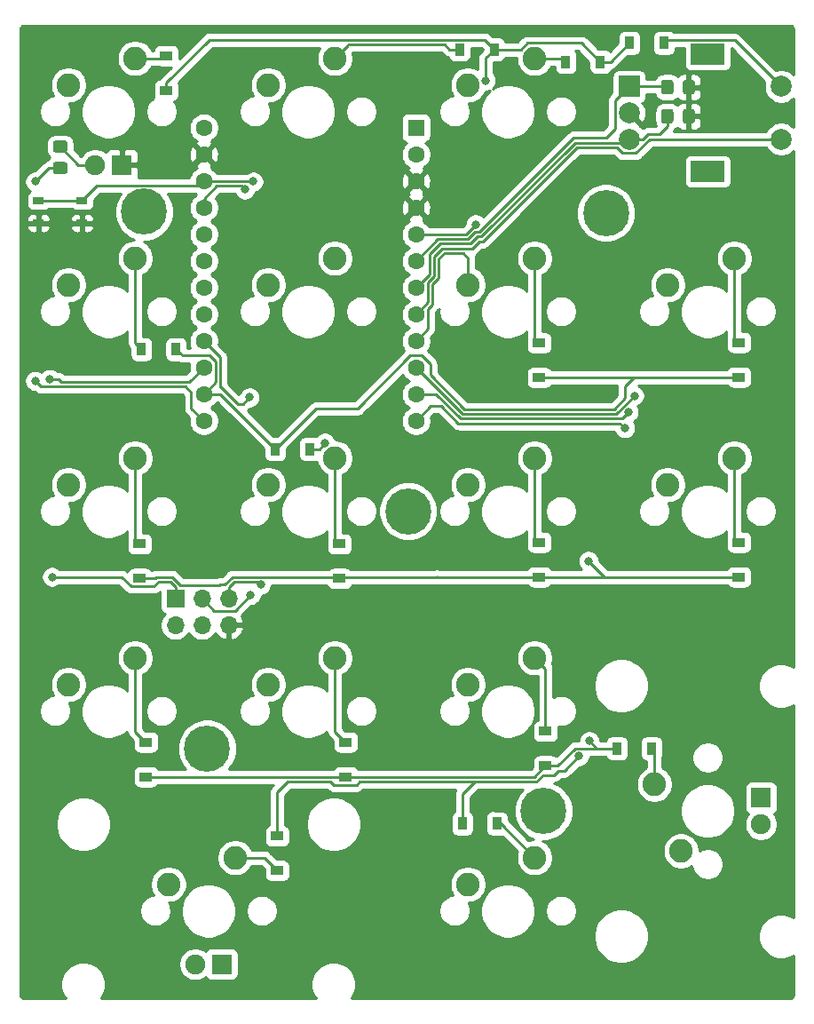
<source format=gbr>
G04 #@! TF.GenerationSoftware,KiCad,Pcbnew,(5.1.7)-1*
G04 #@! TF.CreationDate,2020-12-06T21:21:45-08:00*
G04 #@! TF.ProjectId,dropout-miniusb,64726f70-6f75-4742-9d6d-696e69757362,rev?*
G04 #@! TF.SameCoordinates,Original*
G04 #@! TF.FileFunction,Copper,L2,Bot*
G04 #@! TF.FilePolarity,Positive*
%FSLAX46Y46*%
G04 Gerber Fmt 4.6, Leading zero omitted, Abs format (unit mm)*
G04 Created by KiCad (PCBNEW (5.1.7)-1) date 2020-12-06 21:21:45*
%MOMM*%
%LPD*%
G01*
G04 APERTURE LIST*
G04 #@! TA.AperFunction,ComponentPad*
%ADD10R,1.905000X1.905000*%
G04 #@! TD*
G04 #@! TA.AperFunction,ComponentPad*
%ADD11C,1.905000*%
G04 #@! TD*
G04 #@! TA.AperFunction,ComponentPad*
%ADD12C,2.250000*%
G04 #@! TD*
G04 #@! TA.AperFunction,SMDPad,CuDef*
%ADD13R,0.900000X1.200000*%
G04 #@! TD*
G04 #@! TA.AperFunction,SMDPad,CuDef*
%ADD14R,1.200000X0.900000*%
G04 #@! TD*
G04 #@! TA.AperFunction,ComponentPad*
%ADD15O,1.700000X1.700000*%
G04 #@! TD*
G04 #@! TA.AperFunction,ComponentPad*
%ADD16R,1.700000X1.700000*%
G04 #@! TD*
G04 #@! TA.AperFunction,ComponentPad*
%ADD17R,1.600000X1.600000*%
G04 #@! TD*
G04 #@! TA.AperFunction,ComponentPad*
%ADD18C,1.600000*%
G04 #@! TD*
G04 #@! TA.AperFunction,SMDPad,CuDef*
%ADD19R,1.050000X0.650000*%
G04 #@! TD*
G04 #@! TA.AperFunction,ComponentPad*
%ADD20R,2.000000X2.000000*%
G04 #@! TD*
G04 #@! TA.AperFunction,ComponentPad*
%ADD21C,2.000000*%
G04 #@! TD*
G04 #@! TA.AperFunction,ComponentPad*
%ADD22R,3.200000X2.000000*%
G04 #@! TD*
G04 #@! TA.AperFunction,ComponentPad*
%ADD23C,4.400000*%
G04 #@! TD*
G04 #@! TA.AperFunction,ViaPad*
%ADD24C,0.800000*%
G04 #@! TD*
G04 #@! TA.AperFunction,Conductor*
%ADD25C,0.250000*%
G04 #@! TD*
G04 #@! TA.AperFunction,Conductor*
%ADD26C,0.254000*%
G04 #@! TD*
G04 #@! TA.AperFunction,Conductor*
%ADD27C,0.100000*%
G04 #@! TD*
G04 APERTURE END LIST*
D10*
X208890800Y-124889779D03*
D11*
X208890800Y-127429779D03*
D12*
X201270800Y-129969779D03*
X198730800Y-123619779D03*
G04 #@! TA.AperFunction,SMDPad,CuDef*
G36*
G01*
X201428298Y-57612575D02*
X201428298Y-56712573D01*
G75*
G02*
X201678297Y-56462574I249999J0D01*
G01*
X202328299Y-56462574D01*
G75*
G02*
X202578298Y-56712573I0J-249999D01*
G01*
X202578298Y-57612575D01*
G75*
G02*
X202328299Y-57862574I-249999J0D01*
G01*
X201678297Y-57862574D01*
G75*
G02*
X201428298Y-57612575I0J249999D01*
G01*
G37*
G04 #@! TD.AperFunction*
G04 #@! TA.AperFunction,SMDPad,CuDef*
G36*
G01*
X199378298Y-57612575D02*
X199378298Y-56712573D01*
G75*
G02*
X199628297Y-56462574I249999J0D01*
G01*
X200278299Y-56462574D01*
G75*
G02*
X200528298Y-56712573I0J-249999D01*
G01*
X200528298Y-57612575D01*
G75*
G02*
X200278299Y-57862574I-249999J0D01*
G01*
X199628297Y-57862574D01*
G75*
G02*
X199378298Y-57612575I0J249999D01*
G01*
G37*
G04 #@! TD.AperFunction*
G04 #@! TA.AperFunction,SMDPad,CuDef*
G36*
G01*
X200528298Y-59485986D02*
X200528298Y-60385988D01*
G75*
G02*
X200278299Y-60635987I-249999J0D01*
G01*
X199628297Y-60635987D01*
G75*
G02*
X199378298Y-60385988I0J249999D01*
G01*
X199378298Y-59485986D01*
G75*
G02*
X199628297Y-59235987I249999J0D01*
G01*
X200278299Y-59235987D01*
G75*
G02*
X200528298Y-59485986I0J-249999D01*
G01*
G37*
G04 #@! TD.AperFunction*
G04 #@! TA.AperFunction,SMDPad,CuDef*
G36*
G01*
X202578298Y-59485986D02*
X202578298Y-60385988D01*
G75*
G02*
X202328299Y-60635987I-249999J0D01*
G01*
X201678297Y-60635987D01*
G75*
G02*
X201428298Y-60385988I0J249999D01*
G01*
X201428298Y-59485986D01*
G75*
G02*
X201678297Y-59235987I249999J0D01*
G01*
X202328299Y-59235987D01*
G75*
G02*
X202578298Y-59485986I0J-249999D01*
G01*
G37*
G04 #@! TD.AperFunction*
D13*
X153089223Y-82137146D03*
X149789223Y-82137146D03*
D12*
X149200800Y-73454779D03*
X142850800Y-75994779D03*
X187300800Y-54404779D03*
X180950800Y-56944779D03*
D14*
X152170475Y-54157435D03*
X152170475Y-57457435D03*
D15*
X158118292Y-108443374D03*
X158118292Y-105903374D03*
X155578292Y-108443374D03*
X155578292Y-105903374D03*
X153038292Y-108443374D03*
D16*
X153038292Y-105903374D03*
D17*
X175982674Y-61023390D03*
D18*
X175982674Y-63563390D03*
X175982674Y-66103390D03*
X175982674Y-68643390D03*
X175982674Y-71183390D03*
X175982674Y-73723390D03*
X175982674Y-76263390D03*
X175982674Y-78803390D03*
X175982674Y-81343390D03*
X175982674Y-83883390D03*
X175982674Y-86423390D03*
X175982674Y-88963390D03*
X155742674Y-88963390D03*
X155742674Y-86423390D03*
X155742674Y-83883390D03*
X155742674Y-81343390D03*
X155742674Y-78803390D03*
X155742674Y-76263390D03*
X155742674Y-73723390D03*
X155742674Y-71183390D03*
X155742674Y-68643390D03*
X155742674Y-66103390D03*
X155742674Y-63563390D03*
X155742674Y-61023390D03*
D12*
X168250800Y-73454779D03*
X161900800Y-75994779D03*
D10*
X157455800Y-140764779D03*
D11*
X154915800Y-140764779D03*
D12*
X152375800Y-133144779D03*
X158725800Y-130604779D03*
D13*
X180150186Y-53562122D03*
X183450186Y-53562122D03*
D19*
X144125154Y-67965260D03*
X139975154Y-67965260D03*
X144125154Y-70115260D03*
X139975154Y-70115260D03*
D20*
X196310800Y-57103529D03*
D21*
X196310800Y-59603529D03*
X196310800Y-62103529D03*
D22*
X203810800Y-54003529D03*
X203810800Y-65203529D03*
D21*
X210810800Y-57103529D03*
X210810800Y-62103529D03*
G04 #@! TA.AperFunction,SMDPad,CuDef*
G36*
G01*
X141600153Y-64298069D02*
X142500155Y-64298069D01*
G75*
G02*
X142750154Y-64548068I0J-249999D01*
G01*
X142750154Y-65198070D01*
G75*
G02*
X142500155Y-65448069I-249999J0D01*
G01*
X141600153Y-65448069D01*
G75*
G02*
X141350154Y-65198070I0J249999D01*
G01*
X141350154Y-64548068D01*
G75*
G02*
X141600153Y-64298069I249999J0D01*
G01*
G37*
G04 #@! TD.AperFunction*
G04 #@! TA.AperFunction,SMDPad,CuDef*
G36*
G01*
X141600153Y-62248069D02*
X142500155Y-62248069D01*
G75*
G02*
X142750154Y-62498068I0J-249999D01*
G01*
X142750154Y-63148070D01*
G75*
G02*
X142500155Y-63398069I-249999J0D01*
G01*
X141600153Y-63398069D01*
G75*
G02*
X141350154Y-63148070I0J249999D01*
G01*
X141350154Y-62498068D01*
G75*
G02*
X141600153Y-62248069I249999J0D01*
G01*
G37*
G04 #@! TD.AperFunction*
D12*
X206350800Y-92504779D03*
X200000800Y-95044779D03*
D10*
X147930800Y-64564779D03*
D11*
X145390800Y-64564779D03*
D12*
X142850800Y-56944779D03*
X149200800Y-54404779D03*
X206350800Y-73454779D03*
X200000800Y-75994779D03*
X187300800Y-130604779D03*
X180950800Y-133144779D03*
X168250800Y-54404779D03*
X161900800Y-56944779D03*
X187300800Y-73454779D03*
X180950800Y-75994779D03*
X187300800Y-92504779D03*
X180950800Y-95044779D03*
X168250800Y-92504779D03*
X161900800Y-95044779D03*
X149200800Y-92504779D03*
X142850800Y-95044779D03*
X149200808Y-111554755D03*
X142850808Y-114094755D03*
X168250800Y-111554779D03*
X161900800Y-114094779D03*
X187300840Y-111554755D03*
X180950840Y-114094755D03*
D23*
X150049530Y-69040260D03*
X188149562Y-126159763D03*
X175235832Y-97584739D03*
X194102692Y-69149025D03*
X156072982Y-120204066D03*
D13*
X198453039Y-120206633D03*
X195153039Y-120206633D03*
D14*
X206787421Y-100561304D03*
X206787421Y-103861304D03*
X206787421Y-81511288D03*
X206787421Y-84811288D03*
D13*
X199643665Y-52936264D03*
X196343665Y-52936264D03*
X183710493Y-127350389D03*
X180410493Y-127350389D03*
D14*
X188332718Y-118560004D03*
X188332718Y-121860004D03*
X187737405Y-100561304D03*
X187737405Y-103861304D03*
X187737405Y-81541833D03*
X187737405Y-84841833D03*
D13*
X190270507Y-54752748D03*
X193570507Y-54752748D03*
D14*
X169282702Y-119611320D03*
X169282702Y-122911320D03*
X168687389Y-100697243D03*
X168687389Y-103997243D03*
D13*
X165862674Y-91662154D03*
X162562674Y-91662154D03*
D14*
X162734259Y-131841015D03*
X162734259Y-128541015D03*
X150232686Y-119611320D03*
X150232686Y-122911320D03*
X149637373Y-100697243D03*
X149637373Y-103997243D03*
D24*
X181675800Y-70230886D03*
X182621543Y-56515538D03*
X196805799Y-86575774D03*
X192427892Y-102323774D03*
X196272498Y-88134380D03*
X192511899Y-119499935D03*
X195905781Y-89674574D03*
X191551900Y-120931633D03*
X167290521Y-91071777D03*
X141069092Y-84997228D03*
X141272292Y-103847774D03*
X160119092Y-86728174D03*
X160220692Y-105574974D03*
X139655799Y-66154174D03*
X139655799Y-85153374D03*
X159661892Y-66916174D03*
X160474692Y-66154174D03*
X161175800Y-104586304D03*
D25*
X151923131Y-54404779D02*
X152170475Y-54157435D01*
X149200800Y-54404779D02*
X151923131Y-54404779D01*
X156290789Y-52637121D02*
X182525185Y-52637121D01*
X152170475Y-56757435D02*
X156290789Y-52637121D01*
X182525185Y-52637121D02*
X183450186Y-53562122D01*
X152170475Y-57457435D02*
X152170475Y-56757435D01*
X194527181Y-54752748D02*
X196343665Y-52936264D01*
X193570507Y-54752748D02*
X194527181Y-54752748D01*
X191772537Y-52954778D02*
X193570507Y-54752748D01*
X186604799Y-52954778D02*
X191772537Y-52954778D01*
X185997455Y-53562122D02*
X186604799Y-52954778D01*
X183450186Y-53562122D02*
X185997455Y-53562122D01*
X180723296Y-71183390D02*
X181675800Y-70230886D01*
X175982674Y-71183390D02*
X180723296Y-71183390D01*
X182621543Y-54390765D02*
X183450186Y-53562122D01*
X182621543Y-56515538D02*
X182621543Y-54390765D01*
X149200800Y-81548723D02*
X149789223Y-82137146D01*
X149200800Y-73454779D02*
X149200800Y-81548723D01*
X155742674Y-86423390D02*
X157323910Y-86423390D01*
X156867675Y-85298389D02*
X155742674Y-86423390D01*
X156867675Y-83343389D02*
X156867675Y-85298389D01*
X156282675Y-82758389D02*
X156867675Y-83343389D01*
X153710466Y-82758389D02*
X156282675Y-82758389D01*
X153089223Y-82137146D02*
X153710466Y-82758389D01*
X206756876Y-84841833D02*
X206787421Y-84811288D01*
X176522675Y-82758389D02*
X177340292Y-83576006D01*
X175442673Y-82758389D02*
X176522675Y-82758389D01*
X170400684Y-87800378D02*
X175442673Y-82758389D01*
X158746681Y-87770173D02*
X158776886Y-87800378D01*
X158670693Y-87770173D02*
X158746681Y-87770173D01*
X157323910Y-86423390D02*
X158670693Y-87770173D01*
X177340292Y-83576006D02*
X177340292Y-84604598D01*
X158670693Y-87770173D02*
X162562674Y-91662154D01*
X177340292Y-84604598D02*
X180588658Y-87852964D01*
X180595848Y-87845774D02*
X194899389Y-87845774D01*
X180588658Y-87852964D02*
X180595848Y-87845774D01*
X194899389Y-87845774D02*
X195933092Y-86812071D01*
X195933092Y-85698692D02*
X196789951Y-84841833D01*
X195933092Y-86812071D02*
X195933092Y-85698692D01*
X196789951Y-84841833D02*
X206756876Y-84841833D01*
X187737405Y-84841833D02*
X196789951Y-84841833D01*
X166424450Y-87800378D02*
X170400684Y-87800378D01*
X162562674Y-91662154D02*
X166424450Y-87800378D01*
X149200800Y-100260670D02*
X149637373Y-100697243D01*
X149200800Y-92504779D02*
X149200800Y-100260670D01*
X149773312Y-103861304D02*
X149637373Y-103997243D01*
X177976275Y-103817754D02*
X177976275Y-103861304D01*
X168687389Y-103997243D02*
X168687389Y-103986240D01*
X168687389Y-103986240D02*
X168812325Y-103861304D01*
X177976275Y-103861304D02*
X168812325Y-103861304D01*
X189366362Y-103861304D02*
X177976275Y-103861304D01*
X193965422Y-103861304D02*
X194192362Y-103861304D01*
X192427892Y-102323774D02*
X193965422Y-103861304D01*
X194192362Y-103861304D02*
X189366362Y-103861304D01*
X206787421Y-103861304D02*
X194192362Y-103861304D01*
X195078599Y-88302974D02*
X196805799Y-86575774D01*
X180402258Y-88302974D02*
X195078599Y-88302974D01*
X175982674Y-83883390D02*
X180402258Y-88302974D01*
X152732633Y-103861305D02*
X153488301Y-104616973D01*
X151245892Y-103861304D02*
X152732633Y-103861305D01*
X151109953Y-103997243D02*
X151245892Y-103861304D01*
X149637373Y-103997243D02*
X151109953Y-103997243D01*
X153488301Y-104616973D02*
X157230691Y-104616973D01*
X157755482Y-104558974D02*
X158453152Y-103861304D01*
X157288690Y-104558974D02*
X157755482Y-104558974D01*
X157230691Y-104616973D02*
X157288690Y-104558974D01*
X158453152Y-103861304D02*
X169276622Y-103861304D01*
X169140683Y-103997243D02*
X168687389Y-103997243D01*
X149200808Y-118579442D02*
X150232686Y-119611320D01*
X149200808Y-111554755D02*
X149200808Y-118579442D01*
X178845341Y-122911320D02*
X179182759Y-122911320D01*
X175982674Y-86423390D02*
X177886264Y-86423390D01*
X195653894Y-88752984D02*
X196272498Y-88134380D01*
X180215858Y-88752984D02*
X195653894Y-88752984D01*
X177886264Y-86423390D02*
X180215858Y-88752984D01*
X193218597Y-120206633D02*
X194156351Y-120206633D01*
X192511899Y-119499935D02*
X193218597Y-120206633D01*
X194156351Y-120206633D02*
X191173344Y-120206633D01*
X195153039Y-120206633D02*
X194156351Y-120206633D01*
X187281402Y-122911320D02*
X188332718Y-121860004D01*
X179182759Y-122911320D02*
X187281402Y-122911320D01*
X189519973Y-121860004D02*
X191173344Y-120206633D01*
X188332718Y-121860004D02*
X189519973Y-121860004D01*
X150232686Y-122911320D02*
X162352114Y-122911320D01*
X162352114Y-122911320D02*
X179182759Y-122911320D01*
X160964482Y-122911320D02*
X162352114Y-122911320D01*
X161498023Y-130604779D02*
X162734259Y-131841015D01*
X158725800Y-130604779D02*
X161498023Y-130604779D01*
X170303345Y-123686321D02*
X170628336Y-123361330D01*
X168121239Y-123686321D02*
X170303345Y-123686321D01*
X167796248Y-123361330D02*
X168121239Y-123686321D01*
X163751292Y-123361330D02*
X167796248Y-123361330D01*
X162734259Y-124378363D02*
X163751292Y-123361330D01*
X162734259Y-128541015D02*
X162734259Y-124378363D01*
X182439336Y-123361330D02*
X182782248Y-123361330D01*
X175982674Y-88963390D02*
X177410663Y-87535401D01*
X178361865Y-87535401D02*
X180029458Y-89202994D01*
X177410663Y-87535401D02*
X178361865Y-87535401D01*
X195434201Y-89202994D02*
X195905781Y-89674574D01*
X180029458Y-89202994D02*
X195434201Y-89202994D01*
X182115492Y-123361330D02*
X180953448Y-123361330D01*
X180953448Y-123361330D02*
X182439336Y-123361330D01*
X170628336Y-123361330D02*
X180953448Y-123361330D01*
X191520100Y-120931633D02*
X191551900Y-120931633D01*
X190116399Y-122335334D02*
X191520100Y-120931633D01*
X189543640Y-122335334D02*
X190116399Y-122335334D01*
X189151779Y-122727195D02*
X189543640Y-122335334D01*
X188101937Y-122727195D02*
X189151779Y-122727195D01*
X187467802Y-123361330D02*
X188101937Y-122727195D01*
X181601119Y-123361330D02*
X187467802Y-123361330D01*
X180410493Y-124551956D02*
X181601119Y-123361330D01*
X180410493Y-127350389D02*
X180410493Y-124551956D01*
X168250800Y-54404779D02*
X168872131Y-53783448D01*
X178711892Y-53087131D02*
X169466292Y-53087131D01*
X169466292Y-53189287D02*
X168250800Y-54404779D01*
X169466292Y-53087131D02*
X169466292Y-53189287D01*
X179186883Y-53562122D02*
X178711892Y-53087131D01*
X180150186Y-53562122D02*
X179186883Y-53562122D01*
X165862674Y-91662154D02*
X166759512Y-91662154D01*
X167290521Y-91131145D02*
X167290521Y-91071777D01*
X166759512Y-91662154D02*
X167290521Y-91131145D01*
X168250800Y-100260654D02*
X168687389Y-100697243D01*
X168250800Y-92504779D02*
X168250800Y-100260654D01*
X168250800Y-118579418D02*
X169282702Y-119611320D01*
X168250800Y-111554779D02*
X168250800Y-118579418D01*
X189922538Y-54404779D02*
X190270507Y-54752748D01*
X187300800Y-54404779D02*
X189922538Y-54404779D01*
X187300800Y-81210622D02*
X187737405Y-81647227D01*
X187300800Y-73454779D02*
X187300800Y-81210622D01*
X187300800Y-100124699D02*
X187737405Y-100561304D01*
X187300800Y-92504779D02*
X187300800Y-100124699D01*
X188332718Y-112586633D02*
X187300840Y-111554755D01*
X188332718Y-118560004D02*
X188332718Y-112586633D01*
X183342481Y-126850778D02*
X183842092Y-127350389D01*
X184046410Y-127350389D02*
X187300800Y-130604779D01*
X183710493Y-127350389D02*
X184046410Y-127350389D01*
X206385799Y-52678528D02*
X210810800Y-57103529D01*
X199901401Y-52678528D02*
X206385799Y-52678528D01*
X199643665Y-52936264D02*
X199901401Y-52678528D01*
X206350800Y-81074667D02*
X206787421Y-81511288D01*
X206350800Y-73454779D02*
X206350800Y-81074667D01*
X206350800Y-100124683D02*
X206787421Y-100561304D01*
X206350800Y-92504779D02*
X206350800Y-100124683D01*
X198730800Y-120484394D02*
X198453039Y-120206633D01*
X198730800Y-123619779D02*
X198730800Y-120484394D01*
X154353846Y-85272218D02*
X155742674Y-83883390D01*
X142186692Y-85272218D02*
X154353846Y-85272218D01*
X141911702Y-84997228D02*
X142186692Y-85272218D01*
X141069092Y-84997228D02*
X141911702Y-84997228D01*
X153038292Y-104803374D02*
X152546232Y-104311314D01*
X153038292Y-105903374D02*
X153038292Y-104803374D01*
X152546232Y-104311314D02*
X151432292Y-104311314D01*
X150971362Y-104772244D02*
X148800762Y-104772244D01*
X151432292Y-104311314D02*
X150971362Y-104772244D01*
X147876292Y-103847774D02*
X141272292Y-103847774D01*
X148800762Y-104772244D02*
X147876292Y-103847774D01*
X175982674Y-81343390D02*
X177107675Y-80218389D01*
X177107675Y-78314799D02*
X177557685Y-77864789D01*
X177107675Y-80218389D02*
X177107675Y-78314799D01*
X177557685Y-75961199D02*
X178159116Y-75359768D01*
X177557685Y-77864789D02*
X177557685Y-75961199D01*
X178159116Y-73514150D02*
X178689838Y-72983428D01*
X178159116Y-75359768D02*
X178159116Y-73514150D01*
X178689838Y-72983428D02*
X180461146Y-72983428D01*
X180950800Y-73473082D02*
X180950800Y-75994779D01*
X180461146Y-72983428D02*
X180950800Y-73473082D01*
X155742674Y-81343390D02*
X157317685Y-82918401D01*
X160119092Y-86728174D02*
X159496898Y-87350368D01*
X158963286Y-87350368D02*
X157317685Y-85704767D01*
X159496898Y-87350368D02*
X158963286Y-87350368D01*
X157317685Y-85704767D02*
X157317685Y-85780755D01*
X157317685Y-82918401D02*
X157317685Y-85704767D01*
X158717291Y-107078375D02*
X160220692Y-105574974D01*
X156753293Y-107078375D02*
X158717291Y-107078375D01*
X155578292Y-105903374D02*
X156753293Y-107078375D01*
X175982674Y-78803390D02*
X177107675Y-77678389D01*
X177107675Y-75774799D02*
X177709106Y-75173368D01*
X177107675Y-77678389D02*
X177107675Y-75774799D01*
X177709106Y-75173368D02*
X177709106Y-73279770D01*
X178455458Y-72533418D02*
X181327068Y-72533418D01*
X177709106Y-73279770D02*
X178455458Y-72533418D01*
X182004581Y-71855905D02*
X182396603Y-71855905D01*
X181327068Y-72533418D02*
X182004581Y-71855905D01*
X182396603Y-71855905D02*
X191356724Y-62895784D01*
X195674799Y-63428530D02*
X196946801Y-63428530D01*
X195142053Y-62895784D02*
X195674799Y-63428530D01*
X191356724Y-62895784D02*
X195142053Y-62895784D01*
X198271802Y-62103529D02*
X210810800Y-62103529D01*
X196946801Y-63428530D02*
X198271802Y-62103529D01*
X143791864Y-64564779D02*
X142050154Y-62823069D01*
X145390800Y-64564779D02*
X143791864Y-64564779D01*
X140936904Y-64873069D02*
X139655799Y-66154174D01*
X142050154Y-64873069D02*
X140936904Y-64873069D01*
X154551727Y-87772443D02*
X155742674Y-88963390D01*
X154551727Y-86304337D02*
X154551727Y-87772443D01*
X153969618Y-85722228D02*
X154551727Y-86304337D01*
X140224653Y-85722228D02*
X153969618Y-85722228D01*
X139655799Y-85153374D02*
X140224653Y-85722228D01*
X175982674Y-73723390D02*
X178072664Y-71633400D01*
X181631779Y-70955887D02*
X182023801Y-70955887D01*
X180954266Y-71633400D02*
X181631779Y-70955887D01*
X178072664Y-71633400D02*
X180954266Y-71633400D01*
X195876159Y-57103529D02*
X196310800Y-57103529D01*
X182023801Y-70955887D02*
X190983924Y-61995764D01*
X190983924Y-61995764D02*
X194097102Y-61995764D01*
X194985799Y-58428530D02*
X196310800Y-57103529D01*
X194985799Y-61107067D02*
X194985799Y-58428530D01*
X194097102Y-61995764D02*
X194985799Y-61107067D01*
X199894253Y-57103529D02*
X199953298Y-57162574D01*
X196310800Y-57103529D02*
X199894253Y-57103529D01*
X175982674Y-76263390D02*
X177259096Y-74986968D01*
X177259096Y-73093370D02*
X178269056Y-72083410D01*
X177259096Y-74986968D02*
X177259096Y-73093370D01*
X181818179Y-71405897D02*
X182210202Y-71405896D01*
X181140667Y-72083409D02*
X181818179Y-71405897D01*
X178269056Y-72083410D02*
X181140667Y-72083409D01*
X182210202Y-71405896D02*
X191170324Y-62445774D01*
X195968555Y-62445774D02*
X196310800Y-62103529D01*
X191170324Y-62445774D02*
X195968555Y-62445774D01*
X199953298Y-59935987D02*
X199953298Y-60892580D01*
X199953298Y-60892580D02*
X199192359Y-61653519D01*
X197635392Y-62103529D02*
X196310800Y-62103529D01*
X198085402Y-61653519D02*
X197635392Y-62103529D01*
X199192359Y-61653519D02*
X198085402Y-61653519D01*
X159661892Y-66865374D02*
X159349918Y-66553400D01*
X159661892Y-66916174D02*
X159661892Y-66865374D01*
X159349918Y-66553400D02*
X156976666Y-66553400D01*
X155742674Y-67787392D02*
X155742674Y-68643390D01*
X156976666Y-66553400D02*
X155742674Y-67787392D01*
X155330805Y-66515259D02*
X155742674Y-66103390D01*
X145575155Y-66515259D02*
X155330805Y-66515259D01*
X144125154Y-67965260D02*
X145575155Y-66515259D01*
X139975154Y-67965260D02*
X144125154Y-67965260D01*
X160423908Y-66103390D02*
X160474692Y-66154174D01*
X155742674Y-66103390D02*
X160423908Y-66103390D01*
X161175800Y-104586304D02*
X160900810Y-104311314D01*
X160900810Y-104311314D02*
X158639552Y-104311314D01*
X158118292Y-104832574D02*
X158118292Y-105903374D01*
X158639552Y-104311314D02*
X158118292Y-104832574D01*
D26*
X211748544Y-51297119D02*
X211797397Y-51311869D01*
X211842456Y-51335827D01*
X211882002Y-51368081D01*
X211914531Y-51407401D01*
X211938800Y-51452285D01*
X211953892Y-51501042D01*
X211962758Y-51585389D01*
X211962758Y-55943248D01*
X211853052Y-55833542D01*
X211585263Y-55654611D01*
X211287712Y-55531361D01*
X210971833Y-55468529D01*
X210649767Y-55468529D01*
X210333888Y-55531361D01*
X210319425Y-55537352D01*
X206949603Y-52167531D01*
X206925800Y-52138527D01*
X206810075Y-52043554D01*
X206678046Y-51972982D01*
X206534785Y-51929525D01*
X206423132Y-51918528D01*
X206423121Y-51918528D01*
X206385799Y-51914852D01*
X206348477Y-51918528D01*
X200572301Y-51918528D01*
X200544850Y-51885079D01*
X200448159Y-51805727D01*
X200337845Y-51746762D01*
X200218147Y-51710452D01*
X200093665Y-51698192D01*
X199193665Y-51698192D01*
X199069183Y-51710452D01*
X198949485Y-51746762D01*
X198839171Y-51805727D01*
X198742480Y-51885079D01*
X198663128Y-51981770D01*
X198604163Y-52092084D01*
X198567853Y-52211782D01*
X198555593Y-52336264D01*
X198555593Y-53536264D01*
X198567853Y-53660746D01*
X198604163Y-53780444D01*
X198663128Y-53890758D01*
X198742480Y-53987449D01*
X198839171Y-54066801D01*
X198949485Y-54125766D01*
X199069183Y-54162076D01*
X199193665Y-54174336D01*
X200093665Y-54174336D01*
X200218147Y-54162076D01*
X200337845Y-54125766D01*
X200448159Y-54066801D01*
X200544850Y-53987449D01*
X200624202Y-53890758D01*
X200683167Y-53780444D01*
X200719477Y-53660746D01*
X200731737Y-53536264D01*
X200731737Y-53438528D01*
X201572728Y-53438528D01*
X201572728Y-55003529D01*
X201584988Y-55128011D01*
X201621298Y-55247709D01*
X201680263Y-55358023D01*
X201759615Y-55454714D01*
X201856306Y-55534066D01*
X201966620Y-55593031D01*
X202086318Y-55629341D01*
X202210800Y-55641601D01*
X205410800Y-55641601D01*
X205535282Y-55629341D01*
X205654980Y-55593031D01*
X205765294Y-55534066D01*
X205861985Y-55454714D01*
X205941337Y-55358023D01*
X206000302Y-55247709D01*
X206036612Y-55128011D01*
X206048872Y-55003529D01*
X206048872Y-53438528D01*
X206070998Y-53438528D01*
X209244623Y-56612154D01*
X209238632Y-56626617D01*
X209175800Y-56942496D01*
X209175800Y-57264562D01*
X209238632Y-57580441D01*
X209361882Y-57877992D01*
X209540813Y-58145781D01*
X209768548Y-58373516D01*
X210036337Y-58552447D01*
X210333888Y-58675697D01*
X210649767Y-58738529D01*
X210971833Y-58738529D01*
X211287712Y-58675697D01*
X211585263Y-58552447D01*
X211853052Y-58373516D01*
X211962758Y-58263810D01*
X211962758Y-60943248D01*
X211853052Y-60833542D01*
X211585263Y-60654611D01*
X211287712Y-60531361D01*
X210971833Y-60468529D01*
X210649767Y-60468529D01*
X210333888Y-60531361D01*
X210036337Y-60654611D01*
X209768548Y-60833542D01*
X209540813Y-61061277D01*
X209361882Y-61329066D01*
X209355891Y-61343529D01*
X200566382Y-61343529D01*
X200588272Y-61316856D01*
X200658844Y-61184827D01*
X200658887Y-61184684D01*
X200771685Y-61124392D01*
X200906260Y-61013949D01*
X200911640Y-61007393D01*
X200977113Y-61087172D01*
X201073804Y-61166524D01*
X201184118Y-61225489D01*
X201303816Y-61261799D01*
X201428298Y-61274059D01*
X201717548Y-61270987D01*
X201876298Y-61112237D01*
X201876298Y-60062987D01*
X202130298Y-60062987D01*
X202130298Y-61112237D01*
X202289048Y-61270987D01*
X202578298Y-61274059D01*
X202702780Y-61261799D01*
X202822478Y-61225489D01*
X202932792Y-61166524D01*
X203029483Y-61087172D01*
X203108835Y-60990481D01*
X203167800Y-60880167D01*
X203204110Y-60760469D01*
X203216370Y-60635987D01*
X203213298Y-60221737D01*
X203054548Y-60062987D01*
X202130298Y-60062987D01*
X201876298Y-60062987D01*
X201856298Y-60062987D01*
X201856298Y-59808987D01*
X201876298Y-59808987D01*
X201876298Y-58759737D01*
X202130298Y-58759737D01*
X202130298Y-59808987D01*
X203054548Y-59808987D01*
X203213298Y-59650237D01*
X203216370Y-59235987D01*
X203204110Y-59111505D01*
X203167800Y-58991807D01*
X203108835Y-58881493D01*
X203029483Y-58784802D01*
X202932792Y-58705450D01*
X202822478Y-58646485D01*
X202702780Y-58610175D01*
X202578298Y-58597915D01*
X202289048Y-58600987D01*
X202130298Y-58759737D01*
X201876298Y-58759737D01*
X201717548Y-58600987D01*
X201428298Y-58597915D01*
X201303816Y-58610175D01*
X201184118Y-58646485D01*
X201073804Y-58705450D01*
X200977113Y-58784802D01*
X200911640Y-58864581D01*
X200906260Y-58858025D01*
X200771685Y-58747582D01*
X200618149Y-58665515D01*
X200451553Y-58614979D01*
X200278299Y-58597915D01*
X199628297Y-58597915D01*
X199455043Y-58614979D01*
X199288447Y-58665515D01*
X199134911Y-58747582D01*
X199000336Y-58858025D01*
X198889893Y-58992600D01*
X198807826Y-59146136D01*
X198757290Y-59312732D01*
X198740226Y-59485986D01*
X198740226Y-60385988D01*
X198757290Y-60559242D01*
X198807826Y-60725838D01*
X198889893Y-60879374D01*
X198890709Y-60880368D01*
X198877558Y-60893519D01*
X198122724Y-60893519D01*
X198085401Y-60889843D01*
X198048078Y-60893519D01*
X198048069Y-60893519D01*
X197936416Y-60904516D01*
X197793155Y-60947973D01*
X197661126Y-61018545D01*
X197590799Y-61076261D01*
X197580787Y-61061277D01*
X197353052Y-60833542D01*
X197255865Y-60768604D01*
X197266608Y-60738942D01*
X196310800Y-59783134D01*
X196296658Y-59797277D01*
X196117053Y-59617672D01*
X196131195Y-59603529D01*
X196117053Y-59589387D01*
X196296658Y-59409782D01*
X196310800Y-59423924D01*
X196324943Y-59409782D01*
X196504548Y-59589387D01*
X196490405Y-59603529D01*
X197446213Y-60559337D01*
X197710614Y-60463573D01*
X197851504Y-60173958D01*
X197933184Y-59862421D01*
X197952518Y-59540934D01*
X197908761Y-59221854D01*
X197803595Y-58917441D01*
X197710614Y-58743485D01*
X197561577Y-58689505D01*
X197665294Y-58634066D01*
X197761985Y-58554714D01*
X197841337Y-58458023D01*
X197900302Y-58347709D01*
X197936612Y-58228011D01*
X197948872Y-58103529D01*
X197948872Y-57863529D01*
X198780860Y-57863529D01*
X198807826Y-57952425D01*
X198889893Y-58105961D01*
X199000336Y-58240536D01*
X199134911Y-58350979D01*
X199288447Y-58433046D01*
X199455043Y-58483582D01*
X199628297Y-58500646D01*
X200278299Y-58500646D01*
X200451553Y-58483582D01*
X200618149Y-58433046D01*
X200771685Y-58350979D01*
X200906260Y-58240536D01*
X200911640Y-58233980D01*
X200977113Y-58313759D01*
X201073804Y-58393111D01*
X201184118Y-58452076D01*
X201303816Y-58488386D01*
X201428298Y-58500646D01*
X201717548Y-58497574D01*
X201876298Y-58338824D01*
X201876298Y-57289574D01*
X202130298Y-57289574D01*
X202130298Y-58338824D01*
X202289048Y-58497574D01*
X202578298Y-58500646D01*
X202702780Y-58488386D01*
X202822478Y-58452076D01*
X202932792Y-58393111D01*
X203029483Y-58313759D01*
X203108835Y-58217068D01*
X203167800Y-58106754D01*
X203204110Y-57987056D01*
X203216370Y-57862574D01*
X203213298Y-57448324D01*
X203054548Y-57289574D01*
X202130298Y-57289574D01*
X201876298Y-57289574D01*
X201856298Y-57289574D01*
X201856298Y-57035574D01*
X201876298Y-57035574D01*
X201876298Y-55986324D01*
X202130298Y-55986324D01*
X202130298Y-57035574D01*
X203054548Y-57035574D01*
X203213298Y-56876824D01*
X203216370Y-56462574D01*
X203204110Y-56338092D01*
X203167800Y-56218394D01*
X203108835Y-56108080D01*
X203029483Y-56011389D01*
X202932792Y-55932037D01*
X202822478Y-55873072D01*
X202702780Y-55836762D01*
X202578298Y-55824502D01*
X202289048Y-55827574D01*
X202130298Y-55986324D01*
X201876298Y-55986324D01*
X201717548Y-55827574D01*
X201428298Y-55824502D01*
X201303816Y-55836762D01*
X201184118Y-55873072D01*
X201073804Y-55932037D01*
X200977113Y-56011389D01*
X200911640Y-56091168D01*
X200906260Y-56084612D01*
X200771685Y-55974169D01*
X200618149Y-55892102D01*
X200451553Y-55841566D01*
X200278299Y-55824502D01*
X199628297Y-55824502D01*
X199455043Y-55841566D01*
X199288447Y-55892102D01*
X199134911Y-55974169D01*
X199000336Y-56084612D01*
X198889893Y-56219187D01*
X198823431Y-56343529D01*
X197948872Y-56343529D01*
X197948872Y-56103529D01*
X197936612Y-55979047D01*
X197900302Y-55859349D01*
X197841337Y-55749035D01*
X197761985Y-55652344D01*
X197665294Y-55572992D01*
X197554980Y-55514027D01*
X197435282Y-55477717D01*
X197310800Y-55465457D01*
X195310800Y-55465457D01*
X195186318Y-55477717D01*
X195066620Y-55514027D01*
X194956306Y-55572992D01*
X194859615Y-55652344D01*
X194780263Y-55749035D01*
X194721298Y-55859349D01*
X194684988Y-55979047D01*
X194672728Y-56103529D01*
X194672728Y-57666800D01*
X194474797Y-57864731D01*
X194445799Y-57888529D01*
X194422001Y-57917527D01*
X194422000Y-57917528D01*
X194350825Y-58004254D01*
X194280253Y-58136284D01*
X194254522Y-58221112D01*
X194236797Y-58279544D01*
X194225800Y-58391197D01*
X194222123Y-58428530D01*
X194225800Y-58465862D01*
X194225799Y-60792265D01*
X193782301Y-61235764D01*
X191021246Y-61235764D01*
X190983923Y-61232088D01*
X190946600Y-61235764D01*
X190946591Y-61235764D01*
X190834938Y-61246761D01*
X190691677Y-61290218D01*
X190559648Y-61360790D01*
X190543609Y-61373953D01*
X190472920Y-61431965D01*
X190472916Y-61431969D01*
X190443923Y-61455763D01*
X190420129Y-61484756D01*
X182406756Y-69498131D01*
X182335574Y-69426949D01*
X182166056Y-69313681D01*
X181977698Y-69235660D01*
X181777739Y-69195886D01*
X181573861Y-69195886D01*
X181373902Y-69235660D01*
X181185544Y-69313681D01*
X181016026Y-69426949D01*
X180871863Y-69571112D01*
X180758595Y-69740630D01*
X180680574Y-69928988D01*
X180640800Y-70128947D01*
X180640800Y-70191085D01*
X180408495Y-70423390D01*
X177200717Y-70423390D01*
X177097311Y-70268631D01*
X176897433Y-70068753D01*
X176663546Y-69912475D01*
X176724188Y-69880061D01*
X176795771Y-69636092D01*
X175982674Y-68822995D01*
X175169577Y-69636092D01*
X175241160Y-69880061D01*
X175305666Y-69910584D01*
X175302947Y-69911710D01*
X175067915Y-70068753D01*
X174868037Y-70268631D01*
X174710994Y-70503663D01*
X174602821Y-70764816D01*
X174547674Y-71042055D01*
X174547674Y-71324725D01*
X174602821Y-71601964D01*
X174710994Y-71863117D01*
X174868037Y-72098149D01*
X175067915Y-72298027D01*
X175300433Y-72453390D01*
X175067915Y-72608753D01*
X174868037Y-72808631D01*
X174710994Y-73043663D01*
X174602821Y-73304816D01*
X174547674Y-73582055D01*
X174547674Y-73864725D01*
X174602821Y-74141964D01*
X174710994Y-74403117D01*
X174868037Y-74638149D01*
X175067915Y-74838027D01*
X175300433Y-74993390D01*
X175067915Y-75148753D01*
X174868037Y-75348631D01*
X174710994Y-75583663D01*
X174602821Y-75844816D01*
X174547674Y-76122055D01*
X174547674Y-76404725D01*
X174602821Y-76681964D01*
X174710994Y-76943117D01*
X174868037Y-77178149D01*
X175067915Y-77378027D01*
X175300433Y-77533390D01*
X175067915Y-77688753D01*
X174868037Y-77888631D01*
X174710994Y-78123663D01*
X174602821Y-78384816D01*
X174547674Y-78662055D01*
X174547674Y-78944725D01*
X174602821Y-79221964D01*
X174710994Y-79483117D01*
X174868037Y-79718149D01*
X175067915Y-79918027D01*
X175300433Y-80073390D01*
X175067915Y-80228753D01*
X174868037Y-80428631D01*
X174710994Y-80663663D01*
X174602821Y-80924816D01*
X174547674Y-81202055D01*
X174547674Y-81484725D01*
X174602821Y-81761964D01*
X174710994Y-82023117D01*
X174868037Y-82258149D01*
X174868074Y-82258186D01*
X170085883Y-87040378D01*
X166461772Y-87040378D01*
X166424450Y-87036702D01*
X166387127Y-87040378D01*
X166387117Y-87040378D01*
X166275464Y-87051375D01*
X166132203Y-87094832D01*
X166000173Y-87165404D01*
X165921254Y-87230172D01*
X165884449Y-87260377D01*
X165860651Y-87289375D01*
X162725945Y-90424082D01*
X162399404Y-90424082D01*
X159942863Y-87967542D01*
X160036899Y-87890369D01*
X160060701Y-87861366D01*
X160158893Y-87763174D01*
X160221031Y-87763174D01*
X160420990Y-87723400D01*
X160609348Y-87645379D01*
X160778866Y-87532111D01*
X160923029Y-87387948D01*
X161036297Y-87218430D01*
X161114318Y-87030072D01*
X161154092Y-86830113D01*
X161154092Y-86626235D01*
X161114318Y-86426276D01*
X161036297Y-86237918D01*
X160923029Y-86068400D01*
X160778866Y-85924237D01*
X160609348Y-85810969D01*
X160420990Y-85732948D01*
X160221031Y-85693174D01*
X160017153Y-85693174D01*
X159817194Y-85732948D01*
X159628836Y-85810969D01*
X159459318Y-85924237D01*
X159315155Y-86068400D01*
X159201887Y-86237918D01*
X159123866Y-86426276D01*
X159122228Y-86434509D01*
X158077685Y-85389966D01*
X158077685Y-82955724D01*
X158081361Y-82918401D01*
X158077685Y-82881078D01*
X158077685Y-82881068D01*
X158066688Y-82769415D01*
X158023231Y-82626154D01*
X158008909Y-82599360D01*
X157952659Y-82494124D01*
X157881484Y-82407398D01*
X157857686Y-82378400D01*
X157828689Y-82354603D01*
X157141362Y-81667276D01*
X157177674Y-81484725D01*
X157177674Y-81202055D01*
X157122527Y-80924816D01*
X157014354Y-80663663D01*
X156857311Y-80428631D01*
X156657433Y-80228753D01*
X156424915Y-80073390D01*
X156657433Y-79918027D01*
X156857311Y-79718149D01*
X157014354Y-79483117D01*
X157122527Y-79221964D01*
X157177674Y-78944725D01*
X157177674Y-78662055D01*
X157122774Y-78386057D01*
X159120800Y-78386057D01*
X159120800Y-78683501D01*
X159178829Y-78975230D01*
X159292656Y-79250032D01*
X159457907Y-79497348D01*
X159668231Y-79707672D01*
X159915547Y-79872923D01*
X160190349Y-79986750D01*
X160482078Y-80044779D01*
X160779522Y-80044779D01*
X161071251Y-79986750D01*
X161346053Y-79872923D01*
X161593369Y-79707672D01*
X161803693Y-79497348D01*
X161968944Y-79250032D01*
X162082771Y-78975230D01*
X162140800Y-78683501D01*
X162140800Y-78386057D01*
X162118880Y-78275855D01*
X163081900Y-78275855D01*
X163081900Y-78793703D01*
X163182927Y-79301601D01*
X163381099Y-79780030D01*
X163668800Y-80210605D01*
X164034974Y-80576779D01*
X164465549Y-80864480D01*
X164943978Y-81062652D01*
X165451876Y-81163679D01*
X165969724Y-81163679D01*
X166477622Y-81062652D01*
X166956051Y-80864480D01*
X167386626Y-80576779D01*
X167752800Y-80210605D01*
X168040501Y-79780030D01*
X168238673Y-79301601D01*
X168339700Y-78793703D01*
X168339700Y-78386057D01*
X169280800Y-78386057D01*
X169280800Y-78683501D01*
X169338829Y-78975230D01*
X169452656Y-79250032D01*
X169617907Y-79497348D01*
X169828231Y-79707672D01*
X170075547Y-79872923D01*
X170350349Y-79986750D01*
X170642078Y-80044779D01*
X170939522Y-80044779D01*
X171231251Y-79986750D01*
X171506053Y-79872923D01*
X171753369Y-79707672D01*
X171963693Y-79497348D01*
X172128944Y-79250032D01*
X172242771Y-78975230D01*
X172300800Y-78683501D01*
X172300800Y-78386057D01*
X172242771Y-78094328D01*
X172128944Y-77819526D01*
X171963693Y-77572210D01*
X171753369Y-77361886D01*
X171506053Y-77196635D01*
X171231251Y-77082808D01*
X170939522Y-77024779D01*
X170642078Y-77024779D01*
X170350349Y-77082808D01*
X170075547Y-77196635D01*
X169828231Y-77361886D01*
X169617907Y-77572210D01*
X169452656Y-77819526D01*
X169338829Y-78094328D01*
X169280800Y-78386057D01*
X168339700Y-78386057D01*
X168339700Y-78275855D01*
X168238673Y-77767957D01*
X168040501Y-77289528D01*
X167752800Y-76858953D01*
X167386626Y-76492779D01*
X166956051Y-76205078D01*
X166477622Y-76006906D01*
X165969724Y-75905879D01*
X165451876Y-75905879D01*
X164943978Y-76006906D01*
X164465549Y-76205078D01*
X164034974Y-76492779D01*
X163668800Y-76858953D01*
X163381099Y-77289528D01*
X163182927Y-77767957D01*
X163081900Y-78275855D01*
X162118880Y-78275855D01*
X162082771Y-78094328D01*
X161968944Y-77819526D01*
X161925682Y-77754779D01*
X162074145Y-77754779D01*
X162414173Y-77687143D01*
X162734473Y-77554471D01*
X163022735Y-77361860D01*
X163267881Y-77116714D01*
X163460492Y-76828452D01*
X163593164Y-76508152D01*
X163660800Y-76168124D01*
X163660800Y-75821434D01*
X163593164Y-75481406D01*
X163460492Y-75161106D01*
X163267881Y-74872844D01*
X163022735Y-74627698D01*
X162734473Y-74435087D01*
X162414173Y-74302415D01*
X162074145Y-74234779D01*
X161727455Y-74234779D01*
X161387427Y-74302415D01*
X161067127Y-74435087D01*
X160778865Y-74627698D01*
X160533719Y-74872844D01*
X160341108Y-75161106D01*
X160208436Y-75481406D01*
X160140800Y-75821434D01*
X160140800Y-76168124D01*
X160208436Y-76508152D01*
X160341108Y-76828452D01*
X160473438Y-77026498D01*
X160190349Y-77082808D01*
X159915547Y-77196635D01*
X159668231Y-77361886D01*
X159457907Y-77572210D01*
X159292656Y-77819526D01*
X159178829Y-78094328D01*
X159120800Y-78386057D01*
X157122774Y-78386057D01*
X157122527Y-78384816D01*
X157014354Y-78123663D01*
X156857311Y-77888631D01*
X156657433Y-77688753D01*
X156424915Y-77533390D01*
X156657433Y-77378027D01*
X156857311Y-77178149D01*
X157014354Y-76943117D01*
X157122527Y-76681964D01*
X157177674Y-76404725D01*
X157177674Y-76122055D01*
X157122527Y-75844816D01*
X157014354Y-75583663D01*
X156857311Y-75348631D01*
X156657433Y-75148753D01*
X156424915Y-74993390D01*
X156657433Y-74838027D01*
X156857311Y-74638149D01*
X157014354Y-74403117D01*
X157122527Y-74141964D01*
X157177674Y-73864725D01*
X157177674Y-73582055D01*
X157122527Y-73304816D01*
X157112842Y-73281434D01*
X166490800Y-73281434D01*
X166490800Y-73628124D01*
X166558436Y-73968152D01*
X166691108Y-74288452D01*
X166883719Y-74576714D01*
X167128865Y-74821860D01*
X167417127Y-75014471D01*
X167737427Y-75147143D01*
X168077455Y-75214779D01*
X168424145Y-75214779D01*
X168764173Y-75147143D01*
X169084473Y-75014471D01*
X169372735Y-74821860D01*
X169617881Y-74576714D01*
X169810492Y-74288452D01*
X169943164Y-73968152D01*
X170010800Y-73628124D01*
X170010800Y-73281434D01*
X169943164Y-72941406D01*
X169810492Y-72621106D01*
X169617881Y-72332844D01*
X169372735Y-72087698D01*
X169084473Y-71895087D01*
X168764173Y-71762415D01*
X168424145Y-71694779D01*
X168077455Y-71694779D01*
X167737427Y-71762415D01*
X167417127Y-71895087D01*
X167128865Y-72087698D01*
X166883719Y-72332844D01*
X166691108Y-72621106D01*
X166558436Y-72941406D01*
X166490800Y-73281434D01*
X157112842Y-73281434D01*
X157014354Y-73043663D01*
X156857311Y-72808631D01*
X156657433Y-72608753D01*
X156424915Y-72453390D01*
X156657433Y-72298027D01*
X156857311Y-72098149D01*
X157014354Y-71863117D01*
X157122527Y-71601964D01*
X157177674Y-71324725D01*
X157177674Y-71042055D01*
X157122527Y-70764816D01*
X157014354Y-70503663D01*
X156857311Y-70268631D01*
X156657433Y-70068753D01*
X156424915Y-69913390D01*
X156657433Y-69758027D01*
X156857311Y-69558149D01*
X157014354Y-69323117D01*
X157122527Y-69061964D01*
X157177674Y-68784725D01*
X157177674Y-68713902D01*
X174542457Y-68713902D01*
X174583887Y-68993520D01*
X174679071Y-69259682D01*
X174746003Y-69384904D01*
X174989972Y-69456487D01*
X175803069Y-68643390D01*
X176162279Y-68643390D01*
X176975376Y-69456487D01*
X177219345Y-69384904D01*
X177340245Y-69129394D01*
X177408974Y-68855206D01*
X177422891Y-68572878D01*
X177381461Y-68293260D01*
X177286277Y-68027098D01*
X177219345Y-67901876D01*
X176975376Y-67830293D01*
X176162279Y-68643390D01*
X175803069Y-68643390D01*
X174989972Y-67830293D01*
X174746003Y-67901876D01*
X174625103Y-68157386D01*
X174556374Y-68431574D01*
X174542457Y-68713902D01*
X157177674Y-68713902D01*
X157177674Y-68502055D01*
X157122527Y-68224816D01*
X157014354Y-67963663D01*
X156864891Y-67739976D01*
X157291468Y-67313400D01*
X158706152Y-67313400D01*
X158744687Y-67406430D01*
X158857955Y-67575948D01*
X159002118Y-67720111D01*
X159171636Y-67833379D01*
X159359994Y-67911400D01*
X159559953Y-67951174D01*
X159763831Y-67951174D01*
X159963790Y-67911400D01*
X160152148Y-67833379D01*
X160321666Y-67720111D01*
X160465829Y-67575948D01*
X160579097Y-67406430D01*
X160657118Y-67218072D01*
X160666419Y-67171314D01*
X160776590Y-67149400D01*
X160905285Y-67096092D01*
X175169577Y-67096092D01*
X175241160Y-67340061D01*
X175307310Y-67371361D01*
X175241160Y-67406719D01*
X175169577Y-67650688D01*
X175982674Y-68463785D01*
X176795771Y-67650688D01*
X176724188Y-67406719D01*
X176658038Y-67375419D01*
X176724188Y-67340061D01*
X176795771Y-67096092D01*
X175982674Y-66282995D01*
X175169577Y-67096092D01*
X160905285Y-67096092D01*
X160964948Y-67071379D01*
X161134466Y-66958111D01*
X161278629Y-66813948D01*
X161391897Y-66644430D01*
X161469918Y-66456072D01*
X161509692Y-66256113D01*
X161509692Y-66173902D01*
X174542457Y-66173902D01*
X174583887Y-66453520D01*
X174679071Y-66719682D01*
X174746003Y-66844904D01*
X174989972Y-66916487D01*
X175803069Y-66103390D01*
X176162279Y-66103390D01*
X176975376Y-66916487D01*
X177219345Y-66844904D01*
X177340245Y-66589394D01*
X177408974Y-66315206D01*
X177422891Y-66032878D01*
X177381461Y-65753260D01*
X177286277Y-65487098D01*
X177219345Y-65361876D01*
X176975376Y-65290293D01*
X176162279Y-66103390D01*
X175803069Y-66103390D01*
X174989972Y-65290293D01*
X174746003Y-65361876D01*
X174625103Y-65617386D01*
X174556374Y-65891574D01*
X174542457Y-66173902D01*
X161509692Y-66173902D01*
X161509692Y-66052235D01*
X161469918Y-65852276D01*
X161391897Y-65663918D01*
X161278629Y-65494400D01*
X161134466Y-65350237D01*
X160964948Y-65236969D01*
X160776590Y-65158948D01*
X160576631Y-65119174D01*
X160372753Y-65119174D01*
X160172794Y-65158948D01*
X159984436Y-65236969D01*
X159825165Y-65343390D01*
X156960717Y-65343390D01*
X156857311Y-65188631D01*
X156657433Y-64988753D01*
X156423546Y-64832475D01*
X156484188Y-64800061D01*
X156555771Y-64556092D01*
X155742674Y-63742995D01*
X154929577Y-64556092D01*
X155001160Y-64800061D01*
X155065666Y-64830584D01*
X155062947Y-64831710D01*
X154827915Y-64988753D01*
X154628037Y-65188631D01*
X154470994Y-65423663D01*
X154362821Y-65684816D01*
X154348809Y-65755259D01*
X149474683Y-65755259D01*
X149509112Y-65641761D01*
X149521372Y-65517279D01*
X149518300Y-64850529D01*
X149359550Y-64691779D01*
X148057800Y-64691779D01*
X148057800Y-64711779D01*
X147803800Y-64711779D01*
X147803800Y-64691779D01*
X147783800Y-64691779D01*
X147783800Y-64437779D01*
X147803800Y-64437779D01*
X147803800Y-63136029D01*
X148057800Y-63136029D01*
X148057800Y-64437779D01*
X149359550Y-64437779D01*
X149518300Y-64279029D01*
X149521272Y-63633902D01*
X154302457Y-63633902D01*
X154343887Y-63913520D01*
X154439071Y-64179682D01*
X154506003Y-64304904D01*
X154749972Y-64376487D01*
X155563069Y-63563390D01*
X155922279Y-63563390D01*
X156735376Y-64376487D01*
X156979345Y-64304904D01*
X157100245Y-64049394D01*
X157168974Y-63775206D01*
X157182891Y-63492878D01*
X157141461Y-63213260D01*
X157046277Y-62947098D01*
X156979345Y-62821876D01*
X156735376Y-62750293D01*
X155922279Y-63563390D01*
X155563069Y-63563390D01*
X154749972Y-62750293D01*
X154506003Y-62821876D01*
X154385103Y-63077386D01*
X154316374Y-63351574D01*
X154302457Y-63633902D01*
X149521272Y-63633902D01*
X149521372Y-63612279D01*
X149509112Y-63487797D01*
X149472802Y-63368099D01*
X149413837Y-63257785D01*
X149334485Y-63161094D01*
X149237794Y-63081742D01*
X149127480Y-63022777D01*
X149007782Y-62986467D01*
X148883300Y-62974207D01*
X148216550Y-62977279D01*
X148057800Y-63136029D01*
X147803800Y-63136029D01*
X147645050Y-62977279D01*
X146978300Y-62974207D01*
X146853818Y-62986467D01*
X146734120Y-63022777D01*
X146623806Y-63081742D01*
X146527115Y-63161094D01*
X146447763Y-63257785D01*
X146406349Y-63335264D01*
X146402772Y-63331687D01*
X146142763Y-63157955D01*
X145853857Y-63038286D01*
X145547155Y-62977279D01*
X145234445Y-62977279D01*
X144927743Y-63038286D01*
X144638837Y-63157955D01*
X144378828Y-63331687D01*
X144157708Y-63552807D01*
X144036338Y-63734451D01*
X143388226Y-63086340D01*
X143388226Y-62498068D01*
X143371162Y-62324814D01*
X143320626Y-62158218D01*
X143238559Y-62004682D01*
X143128116Y-61870107D01*
X142993541Y-61759664D01*
X142840005Y-61677597D01*
X142673409Y-61627061D01*
X142500155Y-61609997D01*
X141600153Y-61609997D01*
X141426899Y-61627061D01*
X141260303Y-61677597D01*
X141106767Y-61759664D01*
X140972192Y-61870107D01*
X140861749Y-62004682D01*
X140779682Y-62158218D01*
X140729146Y-62324814D01*
X140712082Y-62498068D01*
X140712082Y-63148070D01*
X140729146Y-63321324D01*
X140779682Y-63487920D01*
X140861749Y-63641456D01*
X140972192Y-63776031D01*
X141059970Y-63848069D01*
X140972192Y-63920107D01*
X140861749Y-64054682D01*
X140826704Y-64120246D01*
X140787918Y-64124066D01*
X140644657Y-64167523D01*
X140512627Y-64238095D01*
X140431221Y-64304904D01*
X140396903Y-64333068D01*
X140373105Y-64362066D01*
X139615998Y-65119174D01*
X139553860Y-65119174D01*
X139353901Y-65158948D01*
X139165543Y-65236969D01*
X138996025Y-65350237D01*
X138851862Y-65494400D01*
X138738594Y-65663918D01*
X138660573Y-65852276D01*
X138620799Y-66052235D01*
X138620799Y-66256113D01*
X138660573Y-66456072D01*
X138738594Y-66644430D01*
X138851862Y-66813948D01*
X138996025Y-66958111D01*
X139165543Y-67071379D01*
X139166587Y-67071811D01*
X139095660Y-67109723D01*
X138998969Y-67189075D01*
X138919617Y-67285766D01*
X138860652Y-67396080D01*
X138824342Y-67515778D01*
X138812082Y-67640260D01*
X138812082Y-68290260D01*
X138824342Y-68414742D01*
X138860652Y-68534440D01*
X138919617Y-68644754D01*
X138998969Y-68741445D01*
X139095660Y-68820797D01*
X139205974Y-68879762D01*
X139325672Y-68916072D01*
X139450154Y-68928332D01*
X140500154Y-68928332D01*
X140624636Y-68916072D01*
X140744334Y-68879762D01*
X140854648Y-68820797D01*
X140951339Y-68741445D01*
X140964622Y-68725260D01*
X143135686Y-68725260D01*
X143148969Y-68741445D01*
X143245660Y-68820797D01*
X143355974Y-68879762D01*
X143475672Y-68916072D01*
X143600154Y-68928332D01*
X144650154Y-68928332D01*
X144774636Y-68916072D01*
X144894334Y-68879762D01*
X145004648Y-68820797D01*
X145101339Y-68741445D01*
X145180691Y-68644754D01*
X145239656Y-68534440D01*
X145275966Y-68414742D01*
X145288226Y-68290260D01*
X145288226Y-67876989D01*
X145889957Y-67275259D01*
X147819241Y-67275259D01*
X147537186Y-67697384D01*
X147323478Y-68213321D01*
X147214530Y-68761037D01*
X147214530Y-69319483D01*
X147323478Y-69867199D01*
X147537186Y-70383136D01*
X147847442Y-70847467D01*
X148242323Y-71242348D01*
X148706654Y-71552604D01*
X149049895Y-71694779D01*
X149027455Y-71694779D01*
X148687427Y-71762415D01*
X148367127Y-71895087D01*
X148078865Y-72087698D01*
X147833719Y-72332844D01*
X147641108Y-72621106D01*
X147508436Y-72941406D01*
X147440800Y-73281434D01*
X147440800Y-73628124D01*
X147508436Y-73968152D01*
X147641108Y-74288452D01*
X147833719Y-74576714D01*
X148078865Y-74821860D01*
X148367127Y-75014471D01*
X148440800Y-75044987D01*
X148440800Y-76596953D01*
X148336626Y-76492779D01*
X147906051Y-76205078D01*
X147427622Y-76006906D01*
X146919724Y-75905879D01*
X146401876Y-75905879D01*
X145893978Y-76006906D01*
X145415549Y-76205078D01*
X144984974Y-76492779D01*
X144618800Y-76858953D01*
X144331099Y-77289528D01*
X144132927Y-77767957D01*
X144031900Y-78275855D01*
X144031900Y-78793703D01*
X144132927Y-79301601D01*
X144331099Y-79780030D01*
X144618800Y-80210605D01*
X144984974Y-80576779D01*
X145415549Y-80864480D01*
X145893978Y-81062652D01*
X146401876Y-81163679D01*
X146919724Y-81163679D01*
X147427622Y-81062652D01*
X147906051Y-80864480D01*
X148336626Y-80576779D01*
X148440801Y-80472604D01*
X148440801Y-81511391D01*
X148437124Y-81548723D01*
X148440801Y-81586056D01*
X148451798Y-81697709D01*
X148464980Y-81741165D01*
X148495254Y-81840969D01*
X148565826Y-81972999D01*
X148628147Y-82048936D01*
X148660800Y-82088724D01*
X148689798Y-82112522D01*
X148701151Y-82123875D01*
X148701151Y-82737146D01*
X148713411Y-82861628D01*
X148749721Y-82981326D01*
X148808686Y-83091640D01*
X148888038Y-83188331D01*
X148984729Y-83267683D01*
X149095043Y-83326648D01*
X149214741Y-83362958D01*
X149339223Y-83375218D01*
X150239223Y-83375218D01*
X150363705Y-83362958D01*
X150483403Y-83326648D01*
X150593717Y-83267683D01*
X150690408Y-83188331D01*
X150769760Y-83091640D01*
X150828725Y-82981326D01*
X150865035Y-82861628D01*
X150877295Y-82737146D01*
X150877295Y-81537146D01*
X150865035Y-81412664D01*
X150828725Y-81292966D01*
X150769760Y-81182652D01*
X150690408Y-81085961D01*
X150593717Y-81006609D01*
X150483403Y-80947644D01*
X150363705Y-80911334D01*
X150239223Y-80899074D01*
X149960800Y-80899074D01*
X149960800Y-78386057D01*
X150230800Y-78386057D01*
X150230800Y-78683501D01*
X150288829Y-78975230D01*
X150402656Y-79250032D01*
X150567907Y-79497348D01*
X150778231Y-79707672D01*
X151025547Y-79872923D01*
X151300349Y-79986750D01*
X151592078Y-80044779D01*
X151889522Y-80044779D01*
X152181251Y-79986750D01*
X152456053Y-79872923D01*
X152703369Y-79707672D01*
X152913693Y-79497348D01*
X153078944Y-79250032D01*
X153192771Y-78975230D01*
X153250800Y-78683501D01*
X153250800Y-78386057D01*
X153192771Y-78094328D01*
X153078944Y-77819526D01*
X152913693Y-77572210D01*
X152703369Y-77361886D01*
X152456053Y-77196635D01*
X152181251Y-77082808D01*
X151889522Y-77024779D01*
X151592078Y-77024779D01*
X151300349Y-77082808D01*
X151025547Y-77196635D01*
X150778231Y-77361886D01*
X150567907Y-77572210D01*
X150402656Y-77819526D01*
X150288829Y-78094328D01*
X150230800Y-78386057D01*
X149960800Y-78386057D01*
X149960800Y-75044987D01*
X150034473Y-75014471D01*
X150322735Y-74821860D01*
X150567881Y-74576714D01*
X150760492Y-74288452D01*
X150893164Y-73968152D01*
X150960800Y-73628124D01*
X150960800Y-73281434D01*
X150893164Y-72941406D01*
X150760492Y-72621106D01*
X150567881Y-72332844D01*
X150322735Y-72087698D01*
X150034473Y-71895087D01*
X149986606Y-71875260D01*
X150328753Y-71875260D01*
X150876469Y-71766312D01*
X151392406Y-71552604D01*
X151856737Y-71242348D01*
X152251618Y-70847467D01*
X152561874Y-70383136D01*
X152775582Y-69867199D01*
X152884530Y-69319483D01*
X152884530Y-68761037D01*
X152775582Y-68213321D01*
X152561874Y-67697384D01*
X152279819Y-67275259D01*
X154913569Y-67275259D01*
X155060433Y-67373390D01*
X154827915Y-67528753D01*
X154628037Y-67728631D01*
X154470994Y-67963663D01*
X154362821Y-68224816D01*
X154307674Y-68502055D01*
X154307674Y-68784725D01*
X154362821Y-69061964D01*
X154470994Y-69323117D01*
X154628037Y-69558149D01*
X154827915Y-69758027D01*
X155060433Y-69913390D01*
X154827915Y-70068753D01*
X154628037Y-70268631D01*
X154470994Y-70503663D01*
X154362821Y-70764816D01*
X154307674Y-71042055D01*
X154307674Y-71324725D01*
X154362821Y-71601964D01*
X154470994Y-71863117D01*
X154628037Y-72098149D01*
X154827915Y-72298027D01*
X155060433Y-72453390D01*
X154827915Y-72608753D01*
X154628037Y-72808631D01*
X154470994Y-73043663D01*
X154362821Y-73304816D01*
X154307674Y-73582055D01*
X154307674Y-73864725D01*
X154362821Y-74141964D01*
X154470994Y-74403117D01*
X154628037Y-74638149D01*
X154827915Y-74838027D01*
X155060433Y-74993390D01*
X154827915Y-75148753D01*
X154628037Y-75348631D01*
X154470994Y-75583663D01*
X154362821Y-75844816D01*
X154307674Y-76122055D01*
X154307674Y-76404725D01*
X154362821Y-76681964D01*
X154470994Y-76943117D01*
X154628037Y-77178149D01*
X154827915Y-77378027D01*
X155060433Y-77533390D01*
X154827915Y-77688753D01*
X154628037Y-77888631D01*
X154470994Y-78123663D01*
X154362821Y-78384816D01*
X154307674Y-78662055D01*
X154307674Y-78944725D01*
X154362821Y-79221964D01*
X154470994Y-79483117D01*
X154628037Y-79718149D01*
X154827915Y-79918027D01*
X155060433Y-80073390D01*
X154827915Y-80228753D01*
X154628037Y-80428631D01*
X154470994Y-80663663D01*
X154362821Y-80924816D01*
X154307674Y-81202055D01*
X154307674Y-81484725D01*
X154362821Y-81761964D01*
X154460751Y-81998389D01*
X154177295Y-81998389D01*
X154177295Y-81537146D01*
X154165035Y-81412664D01*
X154128725Y-81292966D01*
X154069760Y-81182652D01*
X153990408Y-81085961D01*
X153893717Y-81006609D01*
X153783403Y-80947644D01*
X153663705Y-80911334D01*
X153539223Y-80899074D01*
X152639223Y-80899074D01*
X152514741Y-80911334D01*
X152395043Y-80947644D01*
X152284729Y-81006609D01*
X152188038Y-81085961D01*
X152108686Y-81182652D01*
X152049721Y-81292966D01*
X152013411Y-81412664D01*
X152001151Y-81537146D01*
X152001151Y-82737146D01*
X152013411Y-82861628D01*
X152049721Y-82981326D01*
X152108686Y-83091640D01*
X152188038Y-83188331D01*
X152284729Y-83267683D01*
X152395043Y-83326648D01*
X152514741Y-83362958D01*
X152639223Y-83375218D01*
X153264080Y-83375218D01*
X153286190Y-83393363D01*
X153418219Y-83463935D01*
X153561480Y-83507392D01*
X153673133Y-83518389D01*
X153673142Y-83518389D01*
X153710465Y-83522065D01*
X153747788Y-83518389D01*
X154352165Y-83518389D01*
X154307674Y-83742055D01*
X154307674Y-84024725D01*
X154343986Y-84207276D01*
X154039045Y-84512218D01*
X142501493Y-84512218D01*
X142475506Y-84486231D01*
X142451703Y-84457227D01*
X142335978Y-84362254D01*
X142203949Y-84291682D01*
X142060688Y-84248225D01*
X141949035Y-84237228D01*
X141949024Y-84237228D01*
X141911702Y-84233552D01*
X141874380Y-84237228D01*
X141772803Y-84237228D01*
X141728866Y-84193291D01*
X141559348Y-84080023D01*
X141370990Y-84002002D01*
X141171031Y-83962228D01*
X140967153Y-83962228D01*
X140767194Y-84002002D01*
X140578836Y-84080023D01*
X140409318Y-84193291D01*
X140278166Y-84324443D01*
X140146055Y-84236169D01*
X139957697Y-84158148D01*
X139757738Y-84118374D01*
X139553860Y-84118374D01*
X139353901Y-84158148D01*
X139165543Y-84236169D01*
X138996025Y-84349437D01*
X138851862Y-84493600D01*
X138738594Y-84663118D01*
X138660573Y-84851476D01*
X138620799Y-85051435D01*
X138620799Y-85255313D01*
X138660573Y-85455272D01*
X138738594Y-85643630D01*
X138851862Y-85813148D01*
X138996025Y-85957311D01*
X139165543Y-86070579D01*
X139353901Y-86148600D01*
X139553860Y-86188374D01*
X139615997Y-86188374D01*
X139660853Y-86233230D01*
X139684652Y-86262229D01*
X139713650Y-86286027D01*
X139800376Y-86357202D01*
X139888374Y-86404238D01*
X139932406Y-86427774D01*
X140075667Y-86471231D01*
X140187320Y-86482228D01*
X140187329Y-86482228D01*
X140224652Y-86485904D01*
X140261975Y-86482228D01*
X153654816Y-86482228D01*
X153791727Y-86619139D01*
X153791728Y-87735111D01*
X153788051Y-87772443D01*
X153791728Y-87809776D01*
X153802502Y-87919159D01*
X153802725Y-87921428D01*
X153846181Y-88064689D01*
X153916753Y-88196719D01*
X153953900Y-88241982D01*
X154011727Y-88312444D01*
X154040725Y-88336242D01*
X154343986Y-88639504D01*
X154307674Y-88822055D01*
X154307674Y-89104725D01*
X154362821Y-89381964D01*
X154470994Y-89643117D01*
X154628037Y-89878149D01*
X154827915Y-90078027D01*
X155062947Y-90235070D01*
X155324100Y-90343243D01*
X155601339Y-90398390D01*
X155884009Y-90398390D01*
X156161248Y-90343243D01*
X156422401Y-90235070D01*
X156657433Y-90078027D01*
X156857311Y-89878149D01*
X157014354Y-89643117D01*
X157122527Y-89381964D01*
X157177674Y-89104725D01*
X157177674Y-88822055D01*
X157122527Y-88544816D01*
X157014354Y-88283663D01*
X156857311Y-88048631D01*
X156657433Y-87848753D01*
X156424915Y-87693390D01*
X156657433Y-87538027D01*
X156857311Y-87338149D01*
X156960717Y-87183390D01*
X157009109Y-87183390D01*
X158106893Y-88281175D01*
X158130692Y-88310174D01*
X158159696Y-88333977D01*
X161474602Y-91648884D01*
X161474602Y-92262154D01*
X161486862Y-92386636D01*
X161523172Y-92506334D01*
X161582137Y-92616648D01*
X161661489Y-92713339D01*
X161758180Y-92792691D01*
X161868494Y-92851656D01*
X161988192Y-92887966D01*
X162112674Y-92900226D01*
X163012674Y-92900226D01*
X163137156Y-92887966D01*
X163256854Y-92851656D01*
X163367168Y-92792691D01*
X163463859Y-92713339D01*
X163543211Y-92616648D01*
X163602176Y-92506334D01*
X163638486Y-92386636D01*
X163650746Y-92262154D01*
X163650746Y-91648883D01*
X166739252Y-88560378D01*
X170363362Y-88560378D01*
X170400684Y-88564054D01*
X170438006Y-88560378D01*
X170438017Y-88560378D01*
X170549670Y-88549381D01*
X170692931Y-88505924D01*
X170824960Y-88435352D01*
X170940685Y-88340379D01*
X170964488Y-88311375D01*
X174711696Y-84564168D01*
X174868037Y-84798149D01*
X175067915Y-84998027D01*
X175300433Y-85153390D01*
X175067915Y-85308753D01*
X174868037Y-85508631D01*
X174710994Y-85743663D01*
X174602821Y-86004816D01*
X174547674Y-86282055D01*
X174547674Y-86564725D01*
X174602821Y-86841964D01*
X174710994Y-87103117D01*
X174868037Y-87338149D01*
X175067915Y-87538027D01*
X175300433Y-87693390D01*
X175067915Y-87848753D01*
X174868037Y-88048631D01*
X174710994Y-88283663D01*
X174602821Y-88544816D01*
X174547674Y-88822055D01*
X174547674Y-89104725D01*
X174602821Y-89381964D01*
X174710994Y-89643117D01*
X174868037Y-89878149D01*
X175067915Y-90078027D01*
X175302947Y-90235070D01*
X175564100Y-90343243D01*
X175841339Y-90398390D01*
X176124009Y-90398390D01*
X176401248Y-90343243D01*
X176662401Y-90235070D01*
X176897433Y-90078027D01*
X177097311Y-89878149D01*
X177254354Y-89643117D01*
X177362527Y-89381964D01*
X177417674Y-89104725D01*
X177417674Y-88822055D01*
X177381362Y-88639504D01*
X177725466Y-88295401D01*
X178047064Y-88295401D01*
X179465658Y-89713996D01*
X179489457Y-89742995D01*
X179605182Y-89837968D01*
X179737211Y-89908540D01*
X179880472Y-89951997D01*
X179992125Y-89962994D01*
X179992133Y-89962994D01*
X180029458Y-89966670D01*
X180066783Y-89962994D01*
X194907874Y-89962994D01*
X194910555Y-89976472D01*
X194988576Y-90164830D01*
X195101844Y-90334348D01*
X195246007Y-90478511D01*
X195415525Y-90591779D01*
X195603883Y-90669800D01*
X195803842Y-90709574D01*
X196007720Y-90709574D01*
X196207679Y-90669800D01*
X196396037Y-90591779D01*
X196565555Y-90478511D01*
X196709718Y-90334348D01*
X196822986Y-90164830D01*
X196901007Y-89976472D01*
X196940781Y-89776513D01*
X196940781Y-89572635D01*
X196901007Y-89372676D01*
X196822986Y-89184318D01*
X196740466Y-89060817D01*
X196762754Y-89051585D01*
X196932272Y-88938317D01*
X197076435Y-88794154D01*
X197189703Y-88624636D01*
X197267724Y-88436278D01*
X197307498Y-88236319D01*
X197307498Y-88032441D01*
X197267724Y-87832482D01*
X197189703Y-87644124D01*
X197133658Y-87560247D01*
X197296055Y-87492979D01*
X197465573Y-87379711D01*
X197609736Y-87235548D01*
X197723004Y-87066030D01*
X197801025Y-86877672D01*
X197840799Y-86677713D01*
X197840799Y-86473835D01*
X197801025Y-86273876D01*
X197723004Y-86085518D01*
X197609736Y-85916000D01*
X197465573Y-85771837D01*
X197296055Y-85658569D01*
X197159083Y-85601833D01*
X205649428Y-85601833D01*
X205656884Y-85615782D01*
X205736236Y-85712473D01*
X205832927Y-85791825D01*
X205943241Y-85850790D01*
X206062939Y-85887100D01*
X206187421Y-85899360D01*
X207387421Y-85899360D01*
X207511903Y-85887100D01*
X207631601Y-85850790D01*
X207741915Y-85791825D01*
X207838606Y-85712473D01*
X207917958Y-85615782D01*
X207976923Y-85505468D01*
X208013233Y-85385770D01*
X208025493Y-85261288D01*
X208025493Y-84361288D01*
X208013233Y-84236806D01*
X207976923Y-84117108D01*
X207917958Y-84006794D01*
X207838606Y-83910103D01*
X207741915Y-83830751D01*
X207631601Y-83771786D01*
X207511903Y-83735476D01*
X207387421Y-83723216D01*
X206187421Y-83723216D01*
X206062939Y-83735476D01*
X205943241Y-83771786D01*
X205832927Y-83830751D01*
X205736236Y-83910103D01*
X205656884Y-84006794D01*
X205616774Y-84081833D01*
X196827284Y-84081833D01*
X196789951Y-84078156D01*
X196752618Y-84081833D01*
X188891725Y-84081833D01*
X188867942Y-84037339D01*
X188788590Y-83940648D01*
X188691899Y-83861296D01*
X188581585Y-83802331D01*
X188461887Y-83766021D01*
X188337405Y-83753761D01*
X187137405Y-83753761D01*
X187012923Y-83766021D01*
X186893225Y-83802331D01*
X186782911Y-83861296D01*
X186686220Y-83940648D01*
X186606868Y-84037339D01*
X186547903Y-84147653D01*
X186511593Y-84267351D01*
X186499333Y-84391833D01*
X186499333Y-85291833D01*
X186511593Y-85416315D01*
X186547903Y-85536013D01*
X186606868Y-85646327D01*
X186686220Y-85743018D01*
X186782911Y-85822370D01*
X186893225Y-85881335D01*
X187012923Y-85917645D01*
X187137405Y-85929905D01*
X188337405Y-85929905D01*
X188461887Y-85917645D01*
X188581585Y-85881335D01*
X188691899Y-85822370D01*
X188788590Y-85743018D01*
X188867942Y-85646327D01*
X188891725Y-85601833D01*
X195178956Y-85601833D01*
X195169416Y-85698692D01*
X195173093Y-85736024D01*
X195173092Y-86497269D01*
X194584588Y-87085774D01*
X180896270Y-87085774D01*
X178100292Y-84289797D01*
X178100292Y-83613328D01*
X178103968Y-83576005D01*
X178100292Y-83538682D01*
X178100292Y-83538673D01*
X178089295Y-83427020D01*
X178045838Y-83283759D01*
X178026947Y-83248417D01*
X177975266Y-83151729D01*
X177904091Y-83065003D01*
X177880293Y-83036005D01*
X177851296Y-83012208D01*
X177097274Y-82258186D01*
X177097311Y-82258149D01*
X177254354Y-82023117D01*
X177362527Y-81761964D01*
X177417674Y-81484725D01*
X177417674Y-81202055D01*
X177381362Y-81019504D01*
X177618679Y-80782187D01*
X177647676Y-80758390D01*
X177742649Y-80642665D01*
X177813221Y-80510636D01*
X177856678Y-80367375D01*
X177867675Y-80255722D01*
X177867675Y-80255714D01*
X177871351Y-80218389D01*
X177867675Y-80181064D01*
X177867675Y-78629600D01*
X178068683Y-78428592D01*
X178097686Y-78404790D01*
X178189272Y-78293192D01*
X178170800Y-78386057D01*
X178170800Y-78683501D01*
X178228829Y-78975230D01*
X178342656Y-79250032D01*
X178507907Y-79497348D01*
X178718231Y-79707672D01*
X178965547Y-79872923D01*
X179240349Y-79986750D01*
X179532078Y-80044779D01*
X179829522Y-80044779D01*
X180121251Y-79986750D01*
X180396053Y-79872923D01*
X180643369Y-79707672D01*
X180853693Y-79497348D01*
X181018944Y-79250032D01*
X181132771Y-78975230D01*
X181190800Y-78683501D01*
X181190800Y-78386057D01*
X181168880Y-78275855D01*
X182131900Y-78275855D01*
X182131900Y-78793703D01*
X182232927Y-79301601D01*
X182431099Y-79780030D01*
X182718800Y-80210605D01*
X183084974Y-80576779D01*
X183515549Y-80864480D01*
X183993978Y-81062652D01*
X184501876Y-81163679D01*
X185019724Y-81163679D01*
X185527622Y-81062652D01*
X186006051Y-80864480D01*
X186436626Y-80576779D01*
X186540801Y-80472604D01*
X186540801Y-80871065D01*
X186511593Y-80967351D01*
X186499333Y-81091833D01*
X186499333Y-81991833D01*
X186511593Y-82116315D01*
X186547903Y-82236013D01*
X186606868Y-82346327D01*
X186686220Y-82443018D01*
X186782911Y-82522370D01*
X186893225Y-82581335D01*
X187012923Y-82617645D01*
X187137405Y-82629905D01*
X188337405Y-82629905D01*
X188461887Y-82617645D01*
X188581585Y-82581335D01*
X188691899Y-82522370D01*
X188788590Y-82443018D01*
X188867942Y-82346327D01*
X188926907Y-82236013D01*
X188963217Y-82116315D01*
X188975477Y-81991833D01*
X188975477Y-81091833D01*
X188963217Y-80967351D01*
X188926907Y-80847653D01*
X188867942Y-80737339D01*
X188788590Y-80640648D01*
X188691899Y-80561296D01*
X188581585Y-80502331D01*
X188461887Y-80466021D01*
X188337405Y-80453761D01*
X188060800Y-80453761D01*
X188060800Y-78386057D01*
X188330800Y-78386057D01*
X188330800Y-78683501D01*
X188388829Y-78975230D01*
X188502656Y-79250032D01*
X188667907Y-79497348D01*
X188878231Y-79707672D01*
X189125547Y-79872923D01*
X189400349Y-79986750D01*
X189692078Y-80044779D01*
X189989522Y-80044779D01*
X190281251Y-79986750D01*
X190556053Y-79872923D01*
X190803369Y-79707672D01*
X191013693Y-79497348D01*
X191178944Y-79250032D01*
X191292771Y-78975230D01*
X191350800Y-78683501D01*
X191350800Y-78386057D01*
X197220800Y-78386057D01*
X197220800Y-78683501D01*
X197278829Y-78975230D01*
X197392656Y-79250032D01*
X197557907Y-79497348D01*
X197768231Y-79707672D01*
X198015547Y-79872923D01*
X198290349Y-79986750D01*
X198582078Y-80044779D01*
X198879522Y-80044779D01*
X199171251Y-79986750D01*
X199446053Y-79872923D01*
X199693369Y-79707672D01*
X199903693Y-79497348D01*
X200068944Y-79250032D01*
X200182771Y-78975230D01*
X200240800Y-78683501D01*
X200240800Y-78386057D01*
X200218880Y-78275855D01*
X201181900Y-78275855D01*
X201181900Y-78793703D01*
X201282927Y-79301601D01*
X201481099Y-79780030D01*
X201768800Y-80210605D01*
X202134974Y-80576779D01*
X202565549Y-80864480D01*
X203043978Y-81062652D01*
X203551876Y-81163679D01*
X204069724Y-81163679D01*
X204577622Y-81062652D01*
X205056051Y-80864480D01*
X205486626Y-80576779D01*
X205590801Y-80472604D01*
X205590801Y-80840573D01*
X205561609Y-80936806D01*
X205549349Y-81061288D01*
X205549349Y-81961288D01*
X205561609Y-82085770D01*
X205597919Y-82205468D01*
X205656884Y-82315782D01*
X205736236Y-82412473D01*
X205832927Y-82491825D01*
X205943241Y-82550790D01*
X206062939Y-82587100D01*
X206187421Y-82599360D01*
X207387421Y-82599360D01*
X207511903Y-82587100D01*
X207631601Y-82550790D01*
X207741915Y-82491825D01*
X207838606Y-82412473D01*
X207917958Y-82315782D01*
X207976923Y-82205468D01*
X208013233Y-82085770D01*
X208025493Y-81961288D01*
X208025493Y-81061288D01*
X208013233Y-80936806D01*
X207976923Y-80817108D01*
X207917958Y-80706794D01*
X207838606Y-80610103D01*
X207741915Y-80530751D01*
X207631601Y-80471786D01*
X207511903Y-80435476D01*
X207387421Y-80423216D01*
X207110800Y-80423216D01*
X207110800Y-78386057D01*
X207380800Y-78386057D01*
X207380800Y-78683501D01*
X207438829Y-78975230D01*
X207552656Y-79250032D01*
X207717907Y-79497348D01*
X207928231Y-79707672D01*
X208175547Y-79872923D01*
X208450349Y-79986750D01*
X208742078Y-80044779D01*
X209039522Y-80044779D01*
X209331251Y-79986750D01*
X209606053Y-79872923D01*
X209853369Y-79707672D01*
X210063693Y-79497348D01*
X210228944Y-79250032D01*
X210342771Y-78975230D01*
X210400800Y-78683501D01*
X210400800Y-78386057D01*
X210342771Y-78094328D01*
X210228944Y-77819526D01*
X210063693Y-77572210D01*
X209853369Y-77361886D01*
X209606053Y-77196635D01*
X209331251Y-77082808D01*
X209039522Y-77024779D01*
X208742078Y-77024779D01*
X208450349Y-77082808D01*
X208175547Y-77196635D01*
X207928231Y-77361886D01*
X207717907Y-77572210D01*
X207552656Y-77819526D01*
X207438829Y-78094328D01*
X207380800Y-78386057D01*
X207110800Y-78386057D01*
X207110800Y-75044987D01*
X207184473Y-75014471D01*
X207472735Y-74821860D01*
X207717881Y-74576714D01*
X207910492Y-74288452D01*
X208043164Y-73968152D01*
X208110800Y-73628124D01*
X208110800Y-73281434D01*
X208043164Y-72941406D01*
X207910492Y-72621106D01*
X207717881Y-72332844D01*
X207472735Y-72087698D01*
X207184473Y-71895087D01*
X206864173Y-71762415D01*
X206524145Y-71694779D01*
X206177455Y-71694779D01*
X205837427Y-71762415D01*
X205517127Y-71895087D01*
X205228865Y-72087698D01*
X204983719Y-72332844D01*
X204791108Y-72621106D01*
X204658436Y-72941406D01*
X204590800Y-73281434D01*
X204590800Y-73628124D01*
X204658436Y-73968152D01*
X204791108Y-74288452D01*
X204983719Y-74576714D01*
X205228865Y-74821860D01*
X205517127Y-75014471D01*
X205590800Y-75044987D01*
X205590800Y-76596953D01*
X205486626Y-76492779D01*
X205056051Y-76205078D01*
X204577622Y-76006906D01*
X204069724Y-75905879D01*
X203551876Y-75905879D01*
X203043978Y-76006906D01*
X202565549Y-76205078D01*
X202134974Y-76492779D01*
X201768800Y-76858953D01*
X201481099Y-77289528D01*
X201282927Y-77767957D01*
X201181900Y-78275855D01*
X200218880Y-78275855D01*
X200182771Y-78094328D01*
X200068944Y-77819526D01*
X200025682Y-77754779D01*
X200174145Y-77754779D01*
X200514173Y-77687143D01*
X200834473Y-77554471D01*
X201122735Y-77361860D01*
X201367881Y-77116714D01*
X201560492Y-76828452D01*
X201693164Y-76508152D01*
X201760800Y-76168124D01*
X201760800Y-75821434D01*
X201693164Y-75481406D01*
X201560492Y-75161106D01*
X201367881Y-74872844D01*
X201122735Y-74627698D01*
X200834473Y-74435087D01*
X200514173Y-74302415D01*
X200174145Y-74234779D01*
X199827455Y-74234779D01*
X199487427Y-74302415D01*
X199167127Y-74435087D01*
X198878865Y-74627698D01*
X198633719Y-74872844D01*
X198441108Y-75161106D01*
X198308436Y-75481406D01*
X198240800Y-75821434D01*
X198240800Y-76168124D01*
X198308436Y-76508152D01*
X198441108Y-76828452D01*
X198573438Y-77026498D01*
X198290349Y-77082808D01*
X198015547Y-77196635D01*
X197768231Y-77361886D01*
X197557907Y-77572210D01*
X197392656Y-77819526D01*
X197278829Y-78094328D01*
X197220800Y-78386057D01*
X191350800Y-78386057D01*
X191292771Y-78094328D01*
X191178944Y-77819526D01*
X191013693Y-77572210D01*
X190803369Y-77361886D01*
X190556053Y-77196635D01*
X190281251Y-77082808D01*
X189989522Y-77024779D01*
X189692078Y-77024779D01*
X189400349Y-77082808D01*
X189125547Y-77196635D01*
X188878231Y-77361886D01*
X188667907Y-77572210D01*
X188502656Y-77819526D01*
X188388829Y-78094328D01*
X188330800Y-78386057D01*
X188060800Y-78386057D01*
X188060800Y-75044987D01*
X188134473Y-75014471D01*
X188422735Y-74821860D01*
X188667881Y-74576714D01*
X188860492Y-74288452D01*
X188993164Y-73968152D01*
X189060800Y-73628124D01*
X189060800Y-73281434D01*
X188993164Y-72941406D01*
X188860492Y-72621106D01*
X188667881Y-72332844D01*
X188422735Y-72087698D01*
X188134473Y-71895087D01*
X187814173Y-71762415D01*
X187474145Y-71694779D01*
X187127455Y-71694779D01*
X186787427Y-71762415D01*
X186467127Y-71895087D01*
X186178865Y-72087698D01*
X185933719Y-72332844D01*
X185741108Y-72621106D01*
X185608436Y-72941406D01*
X185540800Y-73281434D01*
X185540800Y-73628124D01*
X185608436Y-73968152D01*
X185741108Y-74288452D01*
X185933719Y-74576714D01*
X186178865Y-74821860D01*
X186467127Y-75014471D01*
X186540800Y-75044987D01*
X186540800Y-76596953D01*
X186436626Y-76492779D01*
X186006051Y-76205078D01*
X185527622Y-76006906D01*
X185019724Y-75905879D01*
X184501876Y-75905879D01*
X183993978Y-76006906D01*
X183515549Y-76205078D01*
X183084974Y-76492779D01*
X182718800Y-76858953D01*
X182431099Y-77289528D01*
X182232927Y-77767957D01*
X182131900Y-78275855D01*
X181168880Y-78275855D01*
X181132771Y-78094328D01*
X181018944Y-77819526D01*
X180975682Y-77754779D01*
X181124145Y-77754779D01*
X181464173Y-77687143D01*
X181784473Y-77554471D01*
X182072735Y-77361860D01*
X182317881Y-77116714D01*
X182510492Y-76828452D01*
X182643164Y-76508152D01*
X182710800Y-76168124D01*
X182710800Y-75821434D01*
X182643164Y-75481406D01*
X182510492Y-75161106D01*
X182317881Y-74872844D01*
X182072735Y-74627698D01*
X181784473Y-74435087D01*
X181710800Y-74404571D01*
X181710800Y-73510404D01*
X181714476Y-73473081D01*
X181710800Y-73435758D01*
X181710800Y-73435749D01*
X181699803Y-73324096D01*
X181666352Y-73213822D01*
X181751344Y-73168392D01*
X181867069Y-73073419D01*
X181890871Y-73044416D01*
X182319383Y-72615905D01*
X182359281Y-72615905D01*
X182396603Y-72619581D01*
X182433925Y-72615905D01*
X182433936Y-72615905D01*
X182545589Y-72604908D01*
X182688850Y-72561451D01*
X182820879Y-72490879D01*
X182936604Y-72395906D01*
X182960407Y-72366902D01*
X186457507Y-68869802D01*
X191267692Y-68869802D01*
X191267692Y-69428248D01*
X191376640Y-69975964D01*
X191590348Y-70491901D01*
X191900604Y-70956232D01*
X192295485Y-71351113D01*
X192759816Y-71661369D01*
X193275753Y-71875077D01*
X193823469Y-71984025D01*
X194381915Y-71984025D01*
X194929631Y-71875077D01*
X195445568Y-71661369D01*
X195909899Y-71351113D01*
X196304780Y-70956232D01*
X196615036Y-70491901D01*
X196828744Y-69975964D01*
X196937692Y-69428248D01*
X196937692Y-68869802D01*
X196828744Y-68322086D01*
X196615036Y-67806149D01*
X196304780Y-67341818D01*
X195909899Y-66946937D01*
X195445568Y-66636681D01*
X194929631Y-66422973D01*
X194381915Y-66314025D01*
X193823469Y-66314025D01*
X193275753Y-66422973D01*
X192759816Y-66636681D01*
X192295485Y-66946937D01*
X191900604Y-67341818D01*
X191590348Y-67806149D01*
X191376640Y-68322086D01*
X191267692Y-68869802D01*
X186457507Y-68869802D01*
X191123780Y-64203529D01*
X201572728Y-64203529D01*
X201572728Y-66203529D01*
X201584988Y-66328011D01*
X201621298Y-66447709D01*
X201680263Y-66558023D01*
X201759615Y-66654714D01*
X201856306Y-66734066D01*
X201966620Y-66793031D01*
X202086318Y-66829341D01*
X202210800Y-66841601D01*
X205410800Y-66841601D01*
X205535282Y-66829341D01*
X205654980Y-66793031D01*
X205765294Y-66734066D01*
X205861985Y-66654714D01*
X205941337Y-66558023D01*
X206000302Y-66447709D01*
X206036612Y-66328011D01*
X206048872Y-66203529D01*
X206048872Y-64203529D01*
X206036612Y-64079047D01*
X206000302Y-63959349D01*
X205941337Y-63849035D01*
X205861985Y-63752344D01*
X205765294Y-63672992D01*
X205654980Y-63614027D01*
X205535282Y-63577717D01*
X205410800Y-63565457D01*
X202210800Y-63565457D01*
X202086318Y-63577717D01*
X201966620Y-63614027D01*
X201856306Y-63672992D01*
X201759615Y-63752344D01*
X201680263Y-63849035D01*
X201621298Y-63959349D01*
X201584988Y-64079047D01*
X201572728Y-64203529D01*
X191123780Y-64203529D01*
X191671526Y-63655784D01*
X194827252Y-63655784D01*
X195110999Y-63939532D01*
X195134798Y-63968531D01*
X195163796Y-63992329D01*
X195250523Y-64063504D01*
X195382552Y-64134076D01*
X195525813Y-64177533D01*
X195674799Y-64192207D01*
X195712132Y-64188530D01*
X196909479Y-64188530D01*
X196946801Y-64192206D01*
X196984123Y-64188530D01*
X196984134Y-64188530D01*
X197095787Y-64177533D01*
X197239048Y-64134076D01*
X197371077Y-64063504D01*
X197486802Y-63968531D01*
X197510604Y-63939528D01*
X198586605Y-62863529D01*
X209355891Y-62863529D01*
X209361882Y-62877992D01*
X209540813Y-63145781D01*
X209768548Y-63373516D01*
X210036337Y-63552447D01*
X210333888Y-63675697D01*
X210649767Y-63738529D01*
X210971833Y-63738529D01*
X211287712Y-63675697D01*
X211585263Y-63552447D01*
X211853052Y-63373516D01*
X211962758Y-63263810D01*
X211962757Y-112404908D01*
X211818470Y-112308498D01*
X211425557Y-112145749D01*
X211008443Y-112062779D01*
X210583157Y-112062779D01*
X210166043Y-112145749D01*
X209773130Y-112308498D01*
X209419518Y-112544775D01*
X209118796Y-112845497D01*
X208882519Y-113199109D01*
X208719770Y-113592022D01*
X208636800Y-114009136D01*
X208636800Y-114434422D01*
X208719770Y-114851536D01*
X208882519Y-115244449D01*
X209118796Y-115598061D01*
X209419518Y-115898783D01*
X209773130Y-116135060D01*
X210166043Y-116297809D01*
X210583157Y-116380779D01*
X211008443Y-116380779D01*
X211425557Y-116297809D01*
X211818470Y-116135060D01*
X211962757Y-116038650D01*
X211962757Y-136280908D01*
X211818470Y-136184498D01*
X211425557Y-136021749D01*
X211008443Y-135938779D01*
X210583157Y-135938779D01*
X210166043Y-136021749D01*
X209773130Y-136184498D01*
X209419518Y-136420775D01*
X209118796Y-136721497D01*
X208882519Y-137075109D01*
X208719770Y-137468022D01*
X208636800Y-137885136D01*
X208636800Y-138310422D01*
X208719770Y-138727536D01*
X208882519Y-139120449D01*
X209118796Y-139474061D01*
X209419518Y-139774783D01*
X209773130Y-140011060D01*
X210166043Y-140173809D01*
X210583157Y-140256779D01*
X211008443Y-140256779D01*
X211425557Y-140173809D01*
X211818470Y-140011060D01*
X211962757Y-139914650D01*
X211962757Y-143717829D01*
X211954253Y-143804562D01*
X211939503Y-143853416D01*
X211915545Y-143898475D01*
X211883291Y-143938022D01*
X211843972Y-143970549D01*
X211799086Y-143994819D01*
X211750330Y-144009911D01*
X211665992Y-144018776D01*
X169819035Y-144018776D01*
X170037081Y-143692449D01*
X170199830Y-143299536D01*
X170282800Y-142882422D01*
X170282800Y-142457136D01*
X170199830Y-142040022D01*
X170037081Y-141647109D01*
X169800804Y-141293497D01*
X169500082Y-140992775D01*
X169146470Y-140756498D01*
X168753557Y-140593749D01*
X168336443Y-140510779D01*
X167911157Y-140510779D01*
X167494043Y-140593749D01*
X167101130Y-140756498D01*
X166747518Y-140992775D01*
X166446796Y-141293497D01*
X166210519Y-141647109D01*
X166047770Y-142040022D01*
X165964800Y-142457136D01*
X165964800Y-142882422D01*
X166047770Y-143299536D01*
X166210519Y-143692449D01*
X166428565Y-144018776D01*
X145943035Y-144018776D01*
X146161081Y-143692449D01*
X146323830Y-143299536D01*
X146406800Y-142882422D01*
X146406800Y-142457136D01*
X146323830Y-142040022D01*
X146161081Y-141647109D01*
X145924804Y-141293497D01*
X145624082Y-140992775D01*
X145270470Y-140756498D01*
X144912986Y-140608424D01*
X153328300Y-140608424D01*
X153328300Y-140921134D01*
X153389307Y-141227836D01*
X153508976Y-141516742D01*
X153682708Y-141776751D01*
X153903828Y-141997871D01*
X154163837Y-142171603D01*
X154452743Y-142291272D01*
X154759445Y-142352279D01*
X155072155Y-142352279D01*
X155378857Y-142291272D01*
X155667763Y-142171603D01*
X155927772Y-141997871D01*
X155931349Y-141994294D01*
X155972763Y-142071773D01*
X156052115Y-142168464D01*
X156148806Y-142247816D01*
X156259120Y-142306781D01*
X156378818Y-142343091D01*
X156503300Y-142355351D01*
X158408300Y-142355351D01*
X158532782Y-142343091D01*
X158652480Y-142306781D01*
X158762794Y-142247816D01*
X158859485Y-142168464D01*
X158938837Y-142071773D01*
X158997802Y-141961459D01*
X159034112Y-141841761D01*
X159046372Y-141717279D01*
X159046372Y-139812279D01*
X159034112Y-139687797D01*
X158997802Y-139568099D01*
X158938837Y-139457785D01*
X158859485Y-139361094D01*
X158762794Y-139281742D01*
X158652480Y-139222777D01*
X158532782Y-139186467D01*
X158408300Y-139174207D01*
X156503300Y-139174207D01*
X156378818Y-139186467D01*
X156259120Y-139222777D01*
X156148806Y-139281742D01*
X156052115Y-139361094D01*
X155972763Y-139457785D01*
X155931349Y-139535264D01*
X155927772Y-139531687D01*
X155667763Y-139357955D01*
X155378857Y-139238286D01*
X155072155Y-139177279D01*
X154759445Y-139177279D01*
X154452743Y-139238286D01*
X154163837Y-139357955D01*
X153903828Y-139531687D01*
X153682708Y-139752807D01*
X153508976Y-140012816D01*
X153389307Y-140301722D01*
X153328300Y-140608424D01*
X144912986Y-140608424D01*
X144877557Y-140593749D01*
X144460443Y-140510779D01*
X144035157Y-140510779D01*
X143618043Y-140593749D01*
X143225130Y-140756498D01*
X142871518Y-140992775D01*
X142570796Y-141293497D01*
X142334519Y-141647109D01*
X142171770Y-142040022D01*
X142088800Y-142457136D01*
X142088800Y-142882422D01*
X142171770Y-143299536D01*
X142334519Y-143692449D01*
X142552565Y-144018776D01*
X138583904Y-144018776D01*
X138497171Y-144010272D01*
X138448317Y-143995522D01*
X138403258Y-143971564D01*
X138363711Y-143939310D01*
X138331184Y-143899991D01*
X138306914Y-143855105D01*
X138291822Y-143806349D01*
X138282957Y-143722011D01*
X138282957Y-135536057D01*
X149595800Y-135536057D01*
X149595800Y-135833501D01*
X149653829Y-136125230D01*
X149767656Y-136400032D01*
X149932907Y-136647348D01*
X150143231Y-136857672D01*
X150390547Y-137022923D01*
X150665349Y-137136750D01*
X150957078Y-137194779D01*
X151254522Y-137194779D01*
X151546251Y-137136750D01*
X151821053Y-137022923D01*
X152068369Y-136857672D01*
X152278693Y-136647348D01*
X152443944Y-136400032D01*
X152557771Y-136125230D01*
X152615800Y-135833501D01*
X152615800Y-135536057D01*
X152593880Y-135425855D01*
X153556900Y-135425855D01*
X153556900Y-135943703D01*
X153657927Y-136451601D01*
X153856099Y-136930030D01*
X154143800Y-137360605D01*
X154509974Y-137726779D01*
X154940549Y-138014480D01*
X155418978Y-138212652D01*
X155926876Y-138313679D01*
X156444724Y-138313679D01*
X156952622Y-138212652D01*
X157431051Y-138014480D01*
X157861626Y-137726779D01*
X158227800Y-137360605D01*
X158515501Y-136930030D01*
X158713673Y-136451601D01*
X158814700Y-135943703D01*
X158814700Y-135536057D01*
X159755800Y-135536057D01*
X159755800Y-135833501D01*
X159813829Y-136125230D01*
X159927656Y-136400032D01*
X160092907Y-136647348D01*
X160303231Y-136857672D01*
X160550547Y-137022923D01*
X160825349Y-137136750D01*
X161117078Y-137194779D01*
X161414522Y-137194779D01*
X161706251Y-137136750D01*
X161981053Y-137022923D01*
X162228369Y-136857672D01*
X162438693Y-136647348D01*
X162603944Y-136400032D01*
X162717771Y-136125230D01*
X162775800Y-135833501D01*
X162775800Y-135536057D01*
X178170800Y-135536057D01*
X178170800Y-135833501D01*
X178228829Y-136125230D01*
X178342656Y-136400032D01*
X178507907Y-136647348D01*
X178718231Y-136857672D01*
X178965547Y-137022923D01*
X179240349Y-137136750D01*
X179532078Y-137194779D01*
X179829522Y-137194779D01*
X180121251Y-137136750D01*
X180396053Y-137022923D01*
X180643369Y-136857672D01*
X180853693Y-136647348D01*
X181018944Y-136400032D01*
X181132771Y-136125230D01*
X181190800Y-135833501D01*
X181190800Y-135536057D01*
X181168880Y-135425855D01*
X182131900Y-135425855D01*
X182131900Y-135943703D01*
X182232927Y-136451601D01*
X182431099Y-136930030D01*
X182718800Y-137360605D01*
X183084974Y-137726779D01*
X183515549Y-138014480D01*
X183993978Y-138212652D01*
X184501876Y-138313679D01*
X185019724Y-138313679D01*
X185527622Y-138212652D01*
X186006051Y-138014480D01*
X186268892Y-137838855D01*
X192926900Y-137838855D01*
X192926900Y-138356703D01*
X193027927Y-138864601D01*
X193226099Y-139343030D01*
X193513800Y-139773605D01*
X193879974Y-140139779D01*
X194310549Y-140427480D01*
X194788978Y-140625652D01*
X195296876Y-140726679D01*
X195814724Y-140726679D01*
X196322622Y-140625652D01*
X196801051Y-140427480D01*
X197231626Y-140139779D01*
X197597800Y-139773605D01*
X197885501Y-139343030D01*
X198083673Y-138864601D01*
X198184700Y-138356703D01*
X198184700Y-137838855D01*
X198083673Y-137330957D01*
X197885501Y-136852528D01*
X197597800Y-136421953D01*
X197231626Y-136055779D01*
X196801051Y-135768078D01*
X196322622Y-135569906D01*
X195814724Y-135468879D01*
X195296876Y-135468879D01*
X194788978Y-135569906D01*
X194310549Y-135768078D01*
X193879974Y-136055779D01*
X193513800Y-136421953D01*
X193226099Y-136852528D01*
X193027927Y-137330957D01*
X192926900Y-137838855D01*
X186268892Y-137838855D01*
X186436626Y-137726779D01*
X186802800Y-137360605D01*
X187090501Y-136930030D01*
X187288673Y-136451601D01*
X187389700Y-135943703D01*
X187389700Y-135536057D01*
X188330800Y-135536057D01*
X188330800Y-135833501D01*
X188388829Y-136125230D01*
X188502656Y-136400032D01*
X188667907Y-136647348D01*
X188878231Y-136857672D01*
X189125547Y-137022923D01*
X189400349Y-137136750D01*
X189692078Y-137194779D01*
X189989522Y-137194779D01*
X190281251Y-137136750D01*
X190556053Y-137022923D01*
X190803369Y-136857672D01*
X191013693Y-136647348D01*
X191178944Y-136400032D01*
X191292771Y-136125230D01*
X191350800Y-135833501D01*
X191350800Y-135536057D01*
X191292771Y-135244328D01*
X191178944Y-134969526D01*
X191013693Y-134722210D01*
X190803369Y-134511886D01*
X190556053Y-134346635D01*
X190281251Y-134232808D01*
X189989522Y-134174779D01*
X189692078Y-134174779D01*
X189400349Y-134232808D01*
X189125547Y-134346635D01*
X188878231Y-134511886D01*
X188667907Y-134722210D01*
X188502656Y-134969526D01*
X188388829Y-135244328D01*
X188330800Y-135536057D01*
X187389700Y-135536057D01*
X187389700Y-135425855D01*
X187288673Y-134917957D01*
X187090501Y-134439528D01*
X186802800Y-134008953D01*
X186436626Y-133642779D01*
X186006051Y-133355078D01*
X185527622Y-133156906D01*
X185019724Y-133055879D01*
X184501876Y-133055879D01*
X183993978Y-133156906D01*
X183515549Y-133355078D01*
X183084974Y-133642779D01*
X182718800Y-134008953D01*
X182431099Y-134439528D01*
X182232927Y-134917957D01*
X182131900Y-135425855D01*
X181168880Y-135425855D01*
X181132771Y-135244328D01*
X181018944Y-134969526D01*
X180975682Y-134904779D01*
X181124145Y-134904779D01*
X181464173Y-134837143D01*
X181784473Y-134704471D01*
X182072735Y-134511860D01*
X182317881Y-134266714D01*
X182510492Y-133978452D01*
X182643164Y-133658152D01*
X182710800Y-133318124D01*
X182710800Y-132971434D01*
X182643164Y-132631406D01*
X182510492Y-132311106D01*
X182317881Y-132022844D01*
X182072735Y-131777698D01*
X181784473Y-131585087D01*
X181464173Y-131452415D01*
X181124145Y-131384779D01*
X180777455Y-131384779D01*
X180437427Y-131452415D01*
X180117127Y-131585087D01*
X179828865Y-131777698D01*
X179583719Y-132022844D01*
X179391108Y-132311106D01*
X179258436Y-132631406D01*
X179190800Y-132971434D01*
X179190800Y-133318124D01*
X179258436Y-133658152D01*
X179391108Y-133978452D01*
X179523438Y-134176498D01*
X179240349Y-134232808D01*
X178965547Y-134346635D01*
X178718231Y-134511886D01*
X178507907Y-134722210D01*
X178342656Y-134969526D01*
X178228829Y-135244328D01*
X178170800Y-135536057D01*
X162775800Y-135536057D01*
X162717771Y-135244328D01*
X162603944Y-134969526D01*
X162438693Y-134722210D01*
X162228369Y-134511886D01*
X161981053Y-134346635D01*
X161706251Y-134232808D01*
X161414522Y-134174779D01*
X161117078Y-134174779D01*
X160825349Y-134232808D01*
X160550547Y-134346635D01*
X160303231Y-134511886D01*
X160092907Y-134722210D01*
X159927656Y-134969526D01*
X159813829Y-135244328D01*
X159755800Y-135536057D01*
X158814700Y-135536057D01*
X158814700Y-135425855D01*
X158713673Y-134917957D01*
X158515501Y-134439528D01*
X158227800Y-134008953D01*
X157861626Y-133642779D01*
X157431051Y-133355078D01*
X156952622Y-133156906D01*
X156444724Y-133055879D01*
X155926876Y-133055879D01*
X155418978Y-133156906D01*
X154940549Y-133355078D01*
X154509974Y-133642779D01*
X154143800Y-134008953D01*
X153856099Y-134439528D01*
X153657927Y-134917957D01*
X153556900Y-135425855D01*
X152593880Y-135425855D01*
X152557771Y-135244328D01*
X152443944Y-134969526D01*
X152400682Y-134904779D01*
X152549145Y-134904779D01*
X152889173Y-134837143D01*
X153209473Y-134704471D01*
X153497735Y-134511860D01*
X153742881Y-134266714D01*
X153935492Y-133978452D01*
X154068164Y-133658152D01*
X154135800Y-133318124D01*
X154135800Y-132971434D01*
X154068164Y-132631406D01*
X153935492Y-132311106D01*
X153742881Y-132022844D01*
X153497735Y-131777698D01*
X153209473Y-131585087D01*
X152889173Y-131452415D01*
X152549145Y-131384779D01*
X152202455Y-131384779D01*
X151862427Y-131452415D01*
X151542127Y-131585087D01*
X151253865Y-131777698D01*
X151008719Y-132022844D01*
X150816108Y-132311106D01*
X150683436Y-132631406D01*
X150615800Y-132971434D01*
X150615800Y-133318124D01*
X150683436Y-133658152D01*
X150816108Y-133978452D01*
X150948438Y-134176498D01*
X150665349Y-134232808D01*
X150390547Y-134346635D01*
X150143231Y-134511886D01*
X149932907Y-134722210D01*
X149767656Y-134969526D01*
X149653829Y-135244328D01*
X149595800Y-135536057D01*
X138282957Y-135536057D01*
X138282957Y-130431434D01*
X156965800Y-130431434D01*
X156965800Y-130778124D01*
X157033436Y-131118152D01*
X157166108Y-131438452D01*
X157358719Y-131726714D01*
X157603865Y-131971860D01*
X157892127Y-132164471D01*
X158212427Y-132297143D01*
X158552455Y-132364779D01*
X158899145Y-132364779D01*
X159239173Y-132297143D01*
X159559473Y-132164471D01*
X159847735Y-131971860D01*
X160092881Y-131726714D01*
X160285492Y-131438452D01*
X160316008Y-131364779D01*
X161183222Y-131364779D01*
X161496187Y-131677744D01*
X161496187Y-132291015D01*
X161508447Y-132415497D01*
X161544757Y-132535195D01*
X161603722Y-132645509D01*
X161683074Y-132742200D01*
X161779765Y-132821552D01*
X161890079Y-132880517D01*
X162009777Y-132916827D01*
X162134259Y-132929087D01*
X163334259Y-132929087D01*
X163458741Y-132916827D01*
X163578439Y-132880517D01*
X163688753Y-132821552D01*
X163785444Y-132742200D01*
X163864796Y-132645509D01*
X163923761Y-132535195D01*
X163960071Y-132415497D01*
X163972331Y-132291015D01*
X163972331Y-131391015D01*
X163960071Y-131266533D01*
X163923761Y-131146835D01*
X163864796Y-131036521D01*
X163785444Y-130939830D01*
X163688753Y-130860478D01*
X163578439Y-130801513D01*
X163458741Y-130765203D01*
X163334259Y-130752943D01*
X162720989Y-130752943D01*
X162061827Y-130093782D01*
X162038024Y-130064778D01*
X161922299Y-129969805D01*
X161790270Y-129899233D01*
X161647009Y-129855776D01*
X161535356Y-129844779D01*
X161535345Y-129844779D01*
X161498023Y-129841103D01*
X161460701Y-129844779D01*
X160316008Y-129844779D01*
X160285492Y-129771106D01*
X160092881Y-129482844D01*
X159847735Y-129237698D01*
X159559473Y-129045087D01*
X159239173Y-128912415D01*
X158899145Y-128844779D01*
X158552455Y-128844779D01*
X158212427Y-128912415D01*
X157892127Y-129045087D01*
X157603865Y-129237698D01*
X157358719Y-129482844D01*
X157166108Y-129771106D01*
X157033436Y-130091406D01*
X156965800Y-130431434D01*
X138282957Y-130431434D01*
X138282957Y-127170855D01*
X141618900Y-127170855D01*
X141618900Y-127688703D01*
X141719927Y-128196601D01*
X141918099Y-128675030D01*
X142205800Y-129105605D01*
X142571974Y-129471779D01*
X143002549Y-129759480D01*
X143480978Y-129957652D01*
X143988876Y-130058679D01*
X144506724Y-130058679D01*
X145014622Y-129957652D01*
X145493051Y-129759480D01*
X145923626Y-129471779D01*
X146289800Y-129105605D01*
X146577501Y-128675030D01*
X146775673Y-128196601D01*
X146876700Y-127688703D01*
X146876700Y-127170855D01*
X146775673Y-126662957D01*
X146577501Y-126184528D01*
X146289800Y-125753953D01*
X145923626Y-125387779D01*
X145493051Y-125100078D01*
X145014622Y-124901906D01*
X144506724Y-124800879D01*
X143988876Y-124800879D01*
X143480978Y-124901906D01*
X143002549Y-125100078D01*
X142571974Y-125387779D01*
X142205800Y-125753953D01*
X141918099Y-126184528D01*
X141719927Y-126662957D01*
X141618900Y-127170855D01*
X138282957Y-127170855D01*
X138282957Y-122461320D01*
X148994614Y-122461320D01*
X148994614Y-123361320D01*
X149006874Y-123485802D01*
X149043184Y-123605500D01*
X149102149Y-123715814D01*
X149181501Y-123812505D01*
X149278192Y-123891857D01*
X149388506Y-123950822D01*
X149508204Y-123987132D01*
X149632686Y-123999392D01*
X150832686Y-123999392D01*
X150957168Y-123987132D01*
X151076866Y-123950822D01*
X151187180Y-123891857D01*
X151283871Y-123812505D01*
X151363223Y-123715814D01*
X151387006Y-123671320D01*
X162366501Y-123671320D01*
X162223257Y-123814564D01*
X162194259Y-123838362D01*
X162170461Y-123867360D01*
X162170460Y-123867361D01*
X162099285Y-123954087D01*
X162028713Y-124086117D01*
X161998439Y-124185921D01*
X161985257Y-124229377D01*
X161976204Y-124321295D01*
X161970583Y-124378363D01*
X161974260Y-124415695D01*
X161974259Y-127475977D01*
X161890079Y-127501513D01*
X161779765Y-127560478D01*
X161683074Y-127639830D01*
X161603722Y-127736521D01*
X161544757Y-127846835D01*
X161508447Y-127966533D01*
X161496187Y-128091015D01*
X161496187Y-128991015D01*
X161508447Y-129115497D01*
X161544757Y-129235195D01*
X161603722Y-129345509D01*
X161683074Y-129442200D01*
X161779765Y-129521552D01*
X161890079Y-129580517D01*
X162009777Y-129616827D01*
X162134259Y-129629087D01*
X163334259Y-129629087D01*
X163458741Y-129616827D01*
X163578439Y-129580517D01*
X163688753Y-129521552D01*
X163785444Y-129442200D01*
X163864796Y-129345509D01*
X163923761Y-129235195D01*
X163960071Y-129115497D01*
X163972331Y-128991015D01*
X163972331Y-128091015D01*
X163960071Y-127966533D01*
X163923761Y-127846835D01*
X163864796Y-127736521D01*
X163785444Y-127639830D01*
X163688753Y-127560478D01*
X163578439Y-127501513D01*
X163494259Y-127475977D01*
X163494259Y-127170855D01*
X165494900Y-127170855D01*
X165494900Y-127688703D01*
X165595927Y-128196601D01*
X165794099Y-128675030D01*
X166081800Y-129105605D01*
X166447974Y-129471779D01*
X166878549Y-129759480D01*
X167356978Y-129957652D01*
X167864876Y-130058679D01*
X168382724Y-130058679D01*
X168890622Y-129957652D01*
X169369051Y-129759480D01*
X169799626Y-129471779D01*
X170165800Y-129105605D01*
X170453501Y-128675030D01*
X170651673Y-128196601D01*
X170752700Y-127688703D01*
X170752700Y-127170855D01*
X170651673Y-126662957D01*
X170453501Y-126184528D01*
X170165800Y-125753953D01*
X169799626Y-125387779D01*
X169369051Y-125100078D01*
X168890622Y-124901906D01*
X168382724Y-124800879D01*
X167864876Y-124800879D01*
X167356978Y-124901906D01*
X166878549Y-125100078D01*
X166447974Y-125387779D01*
X166081800Y-125753953D01*
X165794099Y-126184528D01*
X165595927Y-126662957D01*
X165494900Y-127170855D01*
X163494259Y-127170855D01*
X163494259Y-124693164D01*
X164066094Y-124121330D01*
X167481447Y-124121330D01*
X167557435Y-124197318D01*
X167581238Y-124226322D01*
X167696963Y-124321295D01*
X167828992Y-124391867D01*
X167972253Y-124435324D01*
X168083906Y-124446321D01*
X168083914Y-124446321D01*
X168121239Y-124449997D01*
X168158564Y-124446321D01*
X170266023Y-124446321D01*
X170303345Y-124449997D01*
X170340667Y-124446321D01*
X170340678Y-124446321D01*
X170452331Y-124435324D01*
X170595592Y-124391867D01*
X170727621Y-124321295D01*
X170843346Y-124226322D01*
X170867149Y-124197318D01*
X170943137Y-124121330D01*
X179780730Y-124121330D01*
X179775519Y-124127680D01*
X179704947Y-124259710D01*
X179686266Y-124321295D01*
X179661491Y-124402970D01*
X179658304Y-124435324D01*
X179646817Y-124551956D01*
X179650494Y-124589288D01*
X179650493Y-126196069D01*
X179605999Y-126219852D01*
X179509308Y-126299204D01*
X179429956Y-126395895D01*
X179370991Y-126506209D01*
X179334681Y-126625907D01*
X179322421Y-126750389D01*
X179322421Y-127950389D01*
X179334681Y-128074871D01*
X179370991Y-128194569D01*
X179429956Y-128304883D01*
X179509308Y-128401574D01*
X179605999Y-128480926D01*
X179716313Y-128539891D01*
X179836011Y-128576201D01*
X179960493Y-128588461D01*
X180860493Y-128588461D01*
X180984975Y-128576201D01*
X181104673Y-128539891D01*
X181214987Y-128480926D01*
X181311678Y-128401574D01*
X181391030Y-128304883D01*
X181449995Y-128194569D01*
X181486305Y-128074871D01*
X181498565Y-127950389D01*
X181498565Y-126750389D01*
X181486305Y-126625907D01*
X181449995Y-126506209D01*
X181391030Y-126395895D01*
X181311678Y-126299204D01*
X181214987Y-126219852D01*
X181170493Y-126196069D01*
X181170493Y-124866757D01*
X181915922Y-124121330D01*
X186178700Y-124121330D01*
X185947474Y-124352556D01*
X185637218Y-124816887D01*
X185423510Y-125332824D01*
X185314562Y-125880540D01*
X185314562Y-126438986D01*
X185423510Y-126986702D01*
X185637218Y-127502639D01*
X185947474Y-127966970D01*
X186342355Y-128361851D01*
X186806686Y-128672107D01*
X187223553Y-128844779D01*
X187127455Y-128844779D01*
X186787427Y-128912415D01*
X186713754Y-128942931D01*
X184798565Y-127027743D01*
X184798565Y-126750389D01*
X184786305Y-126625907D01*
X184749995Y-126506209D01*
X184691030Y-126395895D01*
X184611678Y-126299204D01*
X184514987Y-126219852D01*
X184404673Y-126160887D01*
X184284975Y-126124577D01*
X184160493Y-126112317D01*
X183526216Y-126112317D01*
X183491466Y-126101776D01*
X183342481Y-126087102D01*
X183193496Y-126101776D01*
X183050235Y-126145232D01*
X183027027Y-126157637D01*
X183016313Y-126160887D01*
X182905999Y-126219852D01*
X182809308Y-126299204D01*
X182729956Y-126395895D01*
X182724970Y-126405224D01*
X182707507Y-126426502D01*
X182636935Y-126558532D01*
X182593479Y-126701793D01*
X182578805Y-126850778D01*
X182593479Y-126999763D01*
X182622421Y-127095176D01*
X182622421Y-127950389D01*
X182634681Y-128074871D01*
X182670991Y-128194569D01*
X182729956Y-128304883D01*
X182809308Y-128401574D01*
X182905999Y-128480926D01*
X183016313Y-128539891D01*
X183136011Y-128576201D01*
X183260493Y-128588461D01*
X184160493Y-128588461D01*
X184205271Y-128584051D01*
X185638952Y-130017733D01*
X185608436Y-130091406D01*
X185540800Y-130431434D01*
X185540800Y-130778124D01*
X185608436Y-131118152D01*
X185741108Y-131438452D01*
X185933719Y-131726714D01*
X186178865Y-131971860D01*
X186467127Y-132164471D01*
X186787427Y-132297143D01*
X187127455Y-132364779D01*
X187474145Y-132364779D01*
X187814173Y-132297143D01*
X188134473Y-132164471D01*
X188422735Y-131971860D01*
X188667881Y-131726714D01*
X188860492Y-131438452D01*
X188993164Y-131118152D01*
X189060800Y-130778124D01*
X189060800Y-130431434D01*
X188993164Y-130091406D01*
X188870984Y-129796434D01*
X199510800Y-129796434D01*
X199510800Y-130143124D01*
X199578436Y-130483152D01*
X199711108Y-130803452D01*
X199903719Y-131091714D01*
X200148865Y-131336860D01*
X200437127Y-131529471D01*
X200757427Y-131662143D01*
X201097455Y-131729779D01*
X201444145Y-131729779D01*
X201784173Y-131662143D01*
X202104473Y-131529471D01*
X202302519Y-131397141D01*
X202358829Y-131680230D01*
X202472656Y-131955032D01*
X202637907Y-132202348D01*
X202848231Y-132412672D01*
X203095547Y-132577923D01*
X203370349Y-132691750D01*
X203662078Y-132749779D01*
X203959522Y-132749779D01*
X204251251Y-132691750D01*
X204526053Y-132577923D01*
X204773369Y-132412672D01*
X204983693Y-132202348D01*
X205148944Y-131955032D01*
X205262771Y-131680230D01*
X205320800Y-131388501D01*
X205320800Y-131091057D01*
X205262771Y-130799328D01*
X205148944Y-130524526D01*
X204983693Y-130277210D01*
X204773369Y-130066886D01*
X204526053Y-129901635D01*
X204251251Y-129787808D01*
X203959522Y-129729779D01*
X203662078Y-129729779D01*
X203370349Y-129787808D01*
X203095547Y-129901635D01*
X203030800Y-129944897D01*
X203030800Y-129796434D01*
X202963164Y-129456406D01*
X202830492Y-129136106D01*
X202637881Y-128847844D01*
X202392735Y-128602698D01*
X202104473Y-128410087D01*
X201784173Y-128277415D01*
X201444145Y-128209779D01*
X201097455Y-128209779D01*
X200757427Y-128277415D01*
X200437127Y-128410087D01*
X200148865Y-128602698D01*
X199903719Y-128847844D01*
X199711108Y-129136106D01*
X199578436Y-129456406D01*
X199510800Y-129796434D01*
X188870984Y-129796434D01*
X188860492Y-129771106D01*
X188667881Y-129482844D01*
X188422735Y-129237698D01*
X188134473Y-129045087D01*
X188012980Y-128994763D01*
X188428785Y-128994763D01*
X188976501Y-128885815D01*
X189492438Y-128672107D01*
X189956769Y-128361851D01*
X190351650Y-127966970D01*
X190661906Y-127502639D01*
X190875614Y-126986702D01*
X190984562Y-126438986D01*
X190984562Y-125900855D01*
X201181900Y-125900855D01*
X201181900Y-126418703D01*
X201282927Y-126926601D01*
X201481099Y-127405030D01*
X201768800Y-127835605D01*
X202134974Y-128201779D01*
X202565549Y-128489480D01*
X203043978Y-128687652D01*
X203551876Y-128788679D01*
X204069724Y-128788679D01*
X204577622Y-128687652D01*
X205056051Y-128489480D01*
X205486626Y-128201779D01*
X205852800Y-127835605D01*
X206140501Y-127405030D01*
X206338673Y-126926601D01*
X206439700Y-126418703D01*
X206439700Y-125900855D01*
X206338673Y-125392957D01*
X206140501Y-124914528D01*
X205852800Y-124483953D01*
X205486626Y-124117779D01*
X205216489Y-123937279D01*
X207300228Y-123937279D01*
X207300228Y-125842279D01*
X207312488Y-125966761D01*
X207348798Y-126086459D01*
X207407763Y-126196773D01*
X207487115Y-126293464D01*
X207583806Y-126372816D01*
X207661285Y-126414230D01*
X207657708Y-126417807D01*
X207483976Y-126677816D01*
X207364307Y-126966722D01*
X207303300Y-127273424D01*
X207303300Y-127586134D01*
X207364307Y-127892836D01*
X207483976Y-128181742D01*
X207657708Y-128441751D01*
X207878828Y-128662871D01*
X208138837Y-128836603D01*
X208427743Y-128956272D01*
X208734445Y-129017279D01*
X209047155Y-129017279D01*
X209353857Y-128956272D01*
X209642763Y-128836603D01*
X209902772Y-128662871D01*
X210123892Y-128441751D01*
X210297624Y-128181742D01*
X210417293Y-127892836D01*
X210478300Y-127586134D01*
X210478300Y-127273424D01*
X210417293Y-126966722D01*
X210297624Y-126677816D01*
X210123892Y-126417807D01*
X210120315Y-126414230D01*
X210197794Y-126372816D01*
X210294485Y-126293464D01*
X210373837Y-126196773D01*
X210432802Y-126086459D01*
X210469112Y-125966761D01*
X210481372Y-125842279D01*
X210481372Y-123937279D01*
X210469112Y-123812797D01*
X210432802Y-123693099D01*
X210373837Y-123582785D01*
X210294485Y-123486094D01*
X210197794Y-123406742D01*
X210087480Y-123347777D01*
X209967782Y-123311467D01*
X209843300Y-123299207D01*
X207938300Y-123299207D01*
X207813818Y-123311467D01*
X207694120Y-123347777D01*
X207583806Y-123406742D01*
X207487115Y-123486094D01*
X207407763Y-123582785D01*
X207348798Y-123693099D01*
X207312488Y-123812797D01*
X207300228Y-123937279D01*
X205216489Y-123937279D01*
X205056051Y-123830078D01*
X204577622Y-123631906D01*
X204069724Y-123530879D01*
X203551876Y-123530879D01*
X203043978Y-123631906D01*
X202565549Y-123830078D01*
X202134974Y-124117779D01*
X201768800Y-124483953D01*
X201481099Y-124914528D01*
X201282927Y-125392957D01*
X201181900Y-125900855D01*
X190984562Y-125900855D01*
X190984562Y-125880540D01*
X190875614Y-125332824D01*
X190661906Y-124816887D01*
X190351650Y-124352556D01*
X189956769Y-123957675D01*
X189492438Y-123647419D01*
X189105623Y-123487195D01*
X189114457Y-123487195D01*
X189151779Y-123490871D01*
X189189101Y-123487195D01*
X189189112Y-123487195D01*
X189300765Y-123476198D01*
X189398885Y-123446434D01*
X196970800Y-123446434D01*
X196970800Y-123793124D01*
X197038436Y-124133152D01*
X197171108Y-124453452D01*
X197363719Y-124741714D01*
X197608865Y-124986860D01*
X197897127Y-125179471D01*
X198217427Y-125312143D01*
X198557455Y-125379779D01*
X198904145Y-125379779D01*
X199244173Y-125312143D01*
X199564473Y-125179471D01*
X199852735Y-124986860D01*
X200097881Y-124741714D01*
X200290492Y-124453452D01*
X200423164Y-124133152D01*
X200490800Y-123793124D01*
X200490800Y-123446434D01*
X200423164Y-123106406D01*
X200290492Y-122786106D01*
X200097881Y-122497844D01*
X199852735Y-122252698D01*
X199564473Y-122060087D01*
X199490800Y-122029571D01*
X199490800Y-121054070D01*
X199492541Y-121050813D01*
X199528851Y-120931115D01*
X199528856Y-120931057D01*
X202300800Y-120931057D01*
X202300800Y-121228501D01*
X202358829Y-121520230D01*
X202472656Y-121795032D01*
X202637907Y-122042348D01*
X202848231Y-122252672D01*
X203095547Y-122417923D01*
X203370349Y-122531750D01*
X203662078Y-122589779D01*
X203959522Y-122589779D01*
X204251251Y-122531750D01*
X204526053Y-122417923D01*
X204773369Y-122252672D01*
X204983693Y-122042348D01*
X205148944Y-121795032D01*
X205262771Y-121520230D01*
X205320800Y-121228501D01*
X205320800Y-120931057D01*
X205262771Y-120639328D01*
X205148944Y-120364526D01*
X204983693Y-120117210D01*
X204773369Y-119906886D01*
X204526053Y-119741635D01*
X204251251Y-119627808D01*
X203959522Y-119569779D01*
X203662078Y-119569779D01*
X203370349Y-119627808D01*
X203095547Y-119741635D01*
X202848231Y-119906886D01*
X202637907Y-120117210D01*
X202472656Y-120364526D01*
X202358829Y-120639328D01*
X202300800Y-120931057D01*
X199528856Y-120931057D01*
X199541111Y-120806633D01*
X199541111Y-119606633D01*
X199528851Y-119482151D01*
X199492541Y-119362453D01*
X199433576Y-119252139D01*
X199354224Y-119155448D01*
X199257533Y-119076096D01*
X199147219Y-119017131D01*
X199027521Y-118980821D01*
X198903039Y-118968561D01*
X198003039Y-118968561D01*
X197878557Y-118980821D01*
X197758859Y-119017131D01*
X197648545Y-119076096D01*
X197551854Y-119155448D01*
X197472502Y-119252139D01*
X197413537Y-119362453D01*
X197377227Y-119482151D01*
X197364967Y-119606633D01*
X197364967Y-120806633D01*
X197377227Y-120931115D01*
X197413537Y-121050813D01*
X197472502Y-121161127D01*
X197551854Y-121257818D01*
X197648545Y-121337170D01*
X197758859Y-121396135D01*
X197878557Y-121432445D01*
X197970801Y-121441530D01*
X197970801Y-122029571D01*
X197897127Y-122060087D01*
X197608865Y-122252698D01*
X197363719Y-122497844D01*
X197171108Y-122786106D01*
X197038436Y-123106406D01*
X196970800Y-123446434D01*
X189398885Y-123446434D01*
X189444026Y-123432741D01*
X189576055Y-123362169D01*
X189691780Y-123267196D01*
X189715583Y-123238192D01*
X189858441Y-123095334D01*
X190079077Y-123095334D01*
X190116399Y-123099010D01*
X190153721Y-123095334D01*
X190153732Y-123095334D01*
X190265385Y-123084337D01*
X190408646Y-123040880D01*
X190540675Y-122970308D01*
X190656400Y-122875335D01*
X190680203Y-122846331D01*
X191559902Y-121966633D01*
X191653839Y-121966633D01*
X191853798Y-121926859D01*
X192042156Y-121848838D01*
X192211674Y-121735570D01*
X192355837Y-121591407D01*
X192469105Y-121421889D01*
X192547126Y-121233531D01*
X192586900Y-121033572D01*
X192586900Y-120966633D01*
X193181274Y-120966633D01*
X193218597Y-120970309D01*
X193255920Y-120966633D01*
X194088001Y-120966633D01*
X194113537Y-121050813D01*
X194172502Y-121161127D01*
X194251854Y-121257818D01*
X194348545Y-121337170D01*
X194458859Y-121396135D01*
X194578557Y-121432445D01*
X194703039Y-121444705D01*
X195603039Y-121444705D01*
X195727521Y-121432445D01*
X195847219Y-121396135D01*
X195957533Y-121337170D01*
X196054224Y-121257818D01*
X196133576Y-121161127D01*
X196192541Y-121050813D01*
X196228851Y-120931115D01*
X196241111Y-120806633D01*
X196241111Y-119606633D01*
X196228851Y-119482151D01*
X196192541Y-119362453D01*
X196133576Y-119252139D01*
X196054224Y-119155448D01*
X195957533Y-119076096D01*
X195847219Y-119017131D01*
X195727521Y-118980821D01*
X195603039Y-118968561D01*
X194703039Y-118968561D01*
X194578557Y-118980821D01*
X194458859Y-119017131D01*
X194348545Y-119076096D01*
X194251854Y-119155448D01*
X194172502Y-119252139D01*
X194113537Y-119362453D01*
X194088001Y-119446633D01*
X193546899Y-119446633D01*
X193546899Y-119397996D01*
X193507125Y-119198037D01*
X193429104Y-119009679D01*
X193315836Y-118840161D01*
X193171673Y-118695998D01*
X193002155Y-118582730D01*
X192813797Y-118504709D01*
X192613838Y-118464935D01*
X192409960Y-118464935D01*
X192210001Y-118504709D01*
X192021643Y-118582730D01*
X191852125Y-118695998D01*
X191707962Y-118840161D01*
X191594694Y-119009679D01*
X191516673Y-119198037D01*
X191476899Y-119397996D01*
X191476899Y-119446633D01*
X191210669Y-119446633D01*
X191173344Y-119442957D01*
X191136019Y-119446633D01*
X191136011Y-119446633D01*
X191024358Y-119457630D01*
X190881097Y-119501087D01*
X190749068Y-119571659D01*
X190633343Y-119666632D01*
X190609545Y-119695630D01*
X189363281Y-120941895D01*
X189287212Y-120879467D01*
X189176898Y-120820502D01*
X189057200Y-120784192D01*
X188932718Y-120771932D01*
X187732718Y-120771932D01*
X187608236Y-120784192D01*
X187488538Y-120820502D01*
X187378224Y-120879467D01*
X187281533Y-120958819D01*
X187202181Y-121055510D01*
X187143216Y-121165824D01*
X187106906Y-121285522D01*
X187094646Y-121410004D01*
X187094646Y-122023275D01*
X186966601Y-122151320D01*
X170437022Y-122151320D01*
X170413239Y-122106826D01*
X170333887Y-122010135D01*
X170237196Y-121930783D01*
X170126882Y-121871818D01*
X170007184Y-121835508D01*
X169882702Y-121823248D01*
X168682702Y-121823248D01*
X168558220Y-121835508D01*
X168438522Y-121871818D01*
X168328208Y-121930783D01*
X168231517Y-122010135D01*
X168152165Y-122106826D01*
X168128382Y-122151320D01*
X158135023Y-122151320D01*
X158275070Y-122011273D01*
X158585326Y-121546942D01*
X158799034Y-121031005D01*
X158907982Y-120483289D01*
X158907982Y-119924843D01*
X158799034Y-119377127D01*
X158585326Y-118861190D01*
X158275070Y-118396859D01*
X157880189Y-118001978D01*
X157415858Y-117691722D01*
X156899921Y-117478014D01*
X156352205Y-117369066D01*
X155793759Y-117369066D01*
X155246043Y-117478014D01*
X154730106Y-117691722D01*
X154265775Y-118001978D01*
X153870894Y-118396859D01*
X153560638Y-118861190D01*
X153346930Y-119377127D01*
X153237982Y-119924843D01*
X153237982Y-120483289D01*
X153346930Y-121031005D01*
X153560638Y-121546942D01*
X153870894Y-122011273D01*
X154010941Y-122151320D01*
X151387006Y-122151320D01*
X151363223Y-122106826D01*
X151283871Y-122010135D01*
X151187180Y-121930783D01*
X151076866Y-121871818D01*
X150957168Y-121835508D01*
X150832686Y-121823248D01*
X149632686Y-121823248D01*
X149508204Y-121835508D01*
X149388506Y-121871818D01*
X149278192Y-121930783D01*
X149181501Y-122010135D01*
X149102149Y-122106826D01*
X149043184Y-122217140D01*
X149006874Y-122336838D01*
X148994614Y-122461320D01*
X138282957Y-122461320D01*
X138282957Y-116486033D01*
X140070808Y-116486033D01*
X140070808Y-116783477D01*
X140128837Y-117075206D01*
X140242664Y-117350008D01*
X140407915Y-117597324D01*
X140618239Y-117807648D01*
X140865555Y-117972899D01*
X141140357Y-118086726D01*
X141432086Y-118144755D01*
X141729530Y-118144755D01*
X142021259Y-118086726D01*
X142296061Y-117972899D01*
X142543377Y-117807648D01*
X142753701Y-117597324D01*
X142918952Y-117350008D01*
X143032779Y-117075206D01*
X143090808Y-116783477D01*
X143090808Y-116486033D01*
X143068888Y-116375831D01*
X144031908Y-116375831D01*
X144031908Y-116893679D01*
X144132935Y-117401577D01*
X144331107Y-117880006D01*
X144618808Y-118310581D01*
X144984982Y-118676755D01*
X145415557Y-118964456D01*
X145893986Y-119162628D01*
X146401884Y-119263655D01*
X146919732Y-119263655D01*
X147427630Y-119162628D01*
X147906059Y-118964456D01*
X148336634Y-118676755D01*
X148437480Y-118575909D01*
X148437132Y-118579442D01*
X148440809Y-118616775D01*
X148451806Y-118728428D01*
X148458633Y-118750933D01*
X148495262Y-118871688D01*
X148565834Y-119003718D01*
X148624875Y-119075659D01*
X148660808Y-119119443D01*
X148689806Y-119143241D01*
X148994614Y-119448049D01*
X148994614Y-120061320D01*
X149006874Y-120185802D01*
X149043184Y-120305500D01*
X149102149Y-120415814D01*
X149181501Y-120512505D01*
X149278192Y-120591857D01*
X149388506Y-120650822D01*
X149508204Y-120687132D01*
X149632686Y-120699392D01*
X150832686Y-120699392D01*
X150957168Y-120687132D01*
X151076866Y-120650822D01*
X151187180Y-120591857D01*
X151283871Y-120512505D01*
X151363223Y-120415814D01*
X151422188Y-120305500D01*
X151458498Y-120185802D01*
X151470758Y-120061320D01*
X151470758Y-119161320D01*
X151458498Y-119036838D01*
X151422188Y-118917140D01*
X151363223Y-118806826D01*
X151283871Y-118710135D01*
X151187180Y-118630783D01*
X151076866Y-118571818D01*
X150957168Y-118535508D01*
X150832686Y-118523248D01*
X150219415Y-118523248D01*
X149960808Y-118264641D01*
X149960808Y-116486033D01*
X150230808Y-116486033D01*
X150230808Y-116783477D01*
X150288837Y-117075206D01*
X150402664Y-117350008D01*
X150567915Y-117597324D01*
X150778239Y-117807648D01*
X151025555Y-117972899D01*
X151300357Y-118086726D01*
X151592086Y-118144755D01*
X151889530Y-118144755D01*
X152181259Y-118086726D01*
X152456061Y-117972899D01*
X152703377Y-117807648D01*
X152913701Y-117597324D01*
X153078952Y-117350008D01*
X153192779Y-117075206D01*
X153250808Y-116783477D01*
X153250808Y-116486057D01*
X159120800Y-116486057D01*
X159120800Y-116783501D01*
X159178829Y-117075230D01*
X159292656Y-117350032D01*
X159457907Y-117597348D01*
X159668231Y-117807672D01*
X159915547Y-117972923D01*
X160190349Y-118086750D01*
X160482078Y-118144779D01*
X160779522Y-118144779D01*
X161071251Y-118086750D01*
X161346053Y-117972923D01*
X161593369Y-117807672D01*
X161803693Y-117597348D01*
X161968944Y-117350032D01*
X162082771Y-117075230D01*
X162140800Y-116783501D01*
X162140800Y-116486057D01*
X162118880Y-116375855D01*
X163081900Y-116375855D01*
X163081900Y-116893703D01*
X163182927Y-117401601D01*
X163381099Y-117880030D01*
X163668800Y-118310605D01*
X164034974Y-118676779D01*
X164465549Y-118964480D01*
X164943978Y-119162652D01*
X165451876Y-119263679D01*
X165969724Y-119263679D01*
X166477622Y-119162652D01*
X166956051Y-118964480D01*
X167386626Y-118676779D01*
X167487467Y-118575938D01*
X167487124Y-118579418D01*
X167490801Y-118616751D01*
X167501798Y-118728404D01*
X167504181Y-118736259D01*
X167545254Y-118871664D01*
X167615826Y-119003694D01*
X167687001Y-119090420D01*
X167710800Y-119119419D01*
X167739798Y-119143217D01*
X168044630Y-119448049D01*
X168044630Y-120061320D01*
X168056890Y-120185802D01*
X168093200Y-120305500D01*
X168152165Y-120415814D01*
X168231517Y-120512505D01*
X168328208Y-120591857D01*
X168438522Y-120650822D01*
X168558220Y-120687132D01*
X168682702Y-120699392D01*
X169882702Y-120699392D01*
X170007184Y-120687132D01*
X170126882Y-120650822D01*
X170237196Y-120591857D01*
X170333887Y-120512505D01*
X170413239Y-120415814D01*
X170472204Y-120305500D01*
X170508514Y-120185802D01*
X170520774Y-120061320D01*
X170520774Y-119161320D01*
X170508514Y-119036838D01*
X170472204Y-118917140D01*
X170413239Y-118806826D01*
X170333887Y-118710135D01*
X170237196Y-118630783D01*
X170126882Y-118571818D01*
X170007184Y-118535508D01*
X169882702Y-118523248D01*
X169269431Y-118523248D01*
X169010800Y-118264617D01*
X169010800Y-116486057D01*
X169280800Y-116486057D01*
X169280800Y-116783501D01*
X169338829Y-117075230D01*
X169452656Y-117350032D01*
X169617907Y-117597348D01*
X169828231Y-117807672D01*
X170075547Y-117972923D01*
X170350349Y-118086750D01*
X170642078Y-118144779D01*
X170939522Y-118144779D01*
X171231251Y-118086750D01*
X171506053Y-117972923D01*
X171753369Y-117807672D01*
X171963693Y-117597348D01*
X172128944Y-117350032D01*
X172242771Y-117075230D01*
X172300800Y-116783501D01*
X172300800Y-116486057D01*
X172300796Y-116486033D01*
X178170840Y-116486033D01*
X178170840Y-116783477D01*
X178228869Y-117075206D01*
X178342696Y-117350008D01*
X178507947Y-117597324D01*
X178718271Y-117807648D01*
X178965587Y-117972899D01*
X179240389Y-118086726D01*
X179532118Y-118144755D01*
X179829562Y-118144755D01*
X180121291Y-118086726D01*
X180396093Y-117972899D01*
X180643409Y-117807648D01*
X180853733Y-117597324D01*
X181018984Y-117350008D01*
X181132811Y-117075206D01*
X181190840Y-116783477D01*
X181190840Y-116486033D01*
X181168920Y-116375831D01*
X182131940Y-116375831D01*
X182131940Y-116893679D01*
X182232967Y-117401577D01*
X182431139Y-117880006D01*
X182718840Y-118310581D01*
X183085014Y-118676755D01*
X183515589Y-118964456D01*
X183994018Y-119162628D01*
X184501916Y-119263655D01*
X185019764Y-119263655D01*
X185527662Y-119162628D01*
X186006091Y-118964456D01*
X186436666Y-118676755D01*
X186802840Y-118310581D01*
X187090541Y-117880006D01*
X187288713Y-117401577D01*
X187389740Y-116893679D01*
X187389740Y-116375831D01*
X187288713Y-115867933D01*
X187090541Y-115389504D01*
X186802840Y-114958929D01*
X186436666Y-114592755D01*
X186006091Y-114305054D01*
X185527662Y-114106882D01*
X185019764Y-114005855D01*
X184501916Y-114005855D01*
X183994018Y-114106882D01*
X183515589Y-114305054D01*
X183085014Y-114592755D01*
X182718840Y-114958929D01*
X182431139Y-115389504D01*
X182232967Y-115867933D01*
X182131940Y-116375831D01*
X181168920Y-116375831D01*
X181132811Y-116194304D01*
X181018984Y-115919502D01*
X180975722Y-115854755D01*
X181124185Y-115854755D01*
X181464213Y-115787119D01*
X181784513Y-115654447D01*
X182072775Y-115461836D01*
X182317921Y-115216690D01*
X182510532Y-114928428D01*
X182643204Y-114608128D01*
X182710840Y-114268100D01*
X182710840Y-113921410D01*
X182643204Y-113581382D01*
X182510532Y-113261082D01*
X182317921Y-112972820D01*
X182072775Y-112727674D01*
X181784513Y-112535063D01*
X181464213Y-112402391D01*
X181124185Y-112334755D01*
X180777495Y-112334755D01*
X180437467Y-112402391D01*
X180117167Y-112535063D01*
X179828905Y-112727674D01*
X179583759Y-112972820D01*
X179391148Y-113261082D01*
X179258476Y-113581382D01*
X179190840Y-113921410D01*
X179190840Y-114268100D01*
X179258476Y-114608128D01*
X179391148Y-114928428D01*
X179523478Y-115126474D01*
X179240389Y-115182784D01*
X178965587Y-115296611D01*
X178718271Y-115461862D01*
X178507947Y-115672186D01*
X178342696Y-115919502D01*
X178228869Y-116194304D01*
X178170840Y-116486033D01*
X172300796Y-116486033D01*
X172242771Y-116194328D01*
X172128944Y-115919526D01*
X171963693Y-115672210D01*
X171753369Y-115461886D01*
X171506053Y-115296635D01*
X171231251Y-115182808D01*
X170939522Y-115124779D01*
X170642078Y-115124779D01*
X170350349Y-115182808D01*
X170075547Y-115296635D01*
X169828231Y-115461886D01*
X169617907Y-115672210D01*
X169452656Y-115919526D01*
X169338829Y-116194328D01*
X169280800Y-116486057D01*
X169010800Y-116486057D01*
X169010800Y-113144987D01*
X169084473Y-113114471D01*
X169372735Y-112921860D01*
X169617881Y-112676714D01*
X169810492Y-112388452D01*
X169943164Y-112068152D01*
X170010800Y-111728124D01*
X170010800Y-111381434D01*
X170010796Y-111381410D01*
X185540840Y-111381410D01*
X185540840Y-111728100D01*
X185608476Y-112068128D01*
X185741148Y-112388428D01*
X185933759Y-112676690D01*
X186178905Y-112921836D01*
X186467167Y-113114447D01*
X186787467Y-113247119D01*
X187127495Y-113314755D01*
X187474185Y-113314755D01*
X187572719Y-113295155D01*
X187572718Y-117494966D01*
X187488538Y-117520502D01*
X187378224Y-117579467D01*
X187281533Y-117658819D01*
X187202181Y-117755510D01*
X187143216Y-117865824D01*
X187106906Y-117985522D01*
X187094646Y-118110004D01*
X187094646Y-119010004D01*
X187106906Y-119134486D01*
X187143216Y-119254184D01*
X187202181Y-119364498D01*
X187281533Y-119461189D01*
X187378224Y-119540541D01*
X187488538Y-119599506D01*
X187608236Y-119635816D01*
X187732718Y-119648076D01*
X188932718Y-119648076D01*
X189057200Y-119635816D01*
X189176898Y-119599506D01*
X189287212Y-119540541D01*
X189383903Y-119461189D01*
X189463255Y-119364498D01*
X189522220Y-119254184D01*
X189558530Y-119134486D01*
X189570790Y-119010004D01*
X189570790Y-118120621D01*
X189692118Y-118144755D01*
X189989562Y-118144755D01*
X190281291Y-118086726D01*
X190556093Y-117972899D01*
X190803409Y-117807648D01*
X191013733Y-117597324D01*
X191178984Y-117350008D01*
X191292811Y-117075206D01*
X191350840Y-116783477D01*
X191350840Y-116486033D01*
X191292811Y-116194304D01*
X191178984Y-115919502D01*
X191013733Y-115672186D01*
X190803409Y-115461862D01*
X190556093Y-115296611D01*
X190281291Y-115182784D01*
X189989562Y-115124755D01*
X189692118Y-115124755D01*
X189400389Y-115182784D01*
X189125587Y-115296611D01*
X189092718Y-115318573D01*
X189092718Y-113962855D01*
X192926900Y-113962855D01*
X192926900Y-114480703D01*
X193027927Y-114988601D01*
X193226099Y-115467030D01*
X193513800Y-115897605D01*
X193879974Y-116263779D01*
X194310549Y-116551480D01*
X194788978Y-116749652D01*
X195296876Y-116850679D01*
X195814724Y-116850679D01*
X196322622Y-116749652D01*
X196801051Y-116551480D01*
X197231626Y-116263779D01*
X197597800Y-115897605D01*
X197885501Y-115467030D01*
X198083673Y-114988601D01*
X198184700Y-114480703D01*
X198184700Y-113962855D01*
X198083673Y-113454957D01*
X197885501Y-112976528D01*
X197597800Y-112545953D01*
X197231626Y-112179779D01*
X196801051Y-111892078D01*
X196322622Y-111693906D01*
X195814724Y-111592879D01*
X195296876Y-111592879D01*
X194788978Y-111693906D01*
X194310549Y-111892078D01*
X193879974Y-112179779D01*
X193513800Y-112545953D01*
X193226099Y-112976528D01*
X193027927Y-113454957D01*
X192926900Y-113962855D01*
X189092718Y-113962855D01*
X189092718Y-112623956D01*
X189096394Y-112586633D01*
X189092718Y-112549310D01*
X189092718Y-112549300D01*
X189081721Y-112437647D01*
X189038264Y-112294386D01*
X188967692Y-112162357D01*
X188958708Y-112151410D01*
X188993204Y-112068128D01*
X189060840Y-111728100D01*
X189060840Y-111381410D01*
X188993204Y-111041382D01*
X188860532Y-110721082D01*
X188667921Y-110432820D01*
X188422775Y-110187674D01*
X188134513Y-109995063D01*
X187814213Y-109862391D01*
X187474185Y-109794755D01*
X187127495Y-109794755D01*
X186787467Y-109862391D01*
X186467167Y-109995063D01*
X186178905Y-110187674D01*
X185933759Y-110432820D01*
X185741148Y-110721082D01*
X185608476Y-111041382D01*
X185540840Y-111381410D01*
X170010796Y-111381410D01*
X169943164Y-111041406D01*
X169810492Y-110721106D01*
X169617881Y-110432844D01*
X169372735Y-110187698D01*
X169084473Y-109995087D01*
X168764173Y-109862415D01*
X168424145Y-109794779D01*
X168077455Y-109794779D01*
X167737427Y-109862415D01*
X167417127Y-109995087D01*
X167128865Y-110187698D01*
X166883719Y-110432844D01*
X166691108Y-110721106D01*
X166558436Y-111041406D01*
X166490800Y-111381434D01*
X166490800Y-111728124D01*
X166558436Y-112068152D01*
X166691108Y-112388452D01*
X166883719Y-112676714D01*
X167128865Y-112921860D01*
X167417127Y-113114471D01*
X167490800Y-113144987D01*
X167490800Y-114696953D01*
X167386626Y-114592779D01*
X166956051Y-114305078D01*
X166477622Y-114106906D01*
X165969724Y-114005879D01*
X165451876Y-114005879D01*
X164943978Y-114106906D01*
X164465549Y-114305078D01*
X164034974Y-114592779D01*
X163668800Y-114958953D01*
X163381099Y-115389528D01*
X163182927Y-115867957D01*
X163081900Y-116375855D01*
X162118880Y-116375855D01*
X162082771Y-116194328D01*
X161968944Y-115919526D01*
X161925682Y-115854779D01*
X162074145Y-115854779D01*
X162414173Y-115787143D01*
X162734473Y-115654471D01*
X163022735Y-115461860D01*
X163267881Y-115216714D01*
X163460492Y-114928452D01*
X163593164Y-114608152D01*
X163660800Y-114268124D01*
X163660800Y-113921434D01*
X163593164Y-113581406D01*
X163460492Y-113261106D01*
X163267881Y-112972844D01*
X163022735Y-112727698D01*
X162734473Y-112535087D01*
X162414173Y-112402415D01*
X162074145Y-112334779D01*
X161727455Y-112334779D01*
X161387427Y-112402415D01*
X161067127Y-112535087D01*
X160778865Y-112727698D01*
X160533719Y-112972844D01*
X160341108Y-113261106D01*
X160208436Y-113581406D01*
X160140800Y-113921434D01*
X160140800Y-114268124D01*
X160208436Y-114608152D01*
X160341108Y-114928452D01*
X160473438Y-115126498D01*
X160190349Y-115182808D01*
X159915547Y-115296635D01*
X159668231Y-115461886D01*
X159457907Y-115672210D01*
X159292656Y-115919526D01*
X159178829Y-116194328D01*
X159120800Y-116486057D01*
X153250808Y-116486057D01*
X153250808Y-116486033D01*
X153192779Y-116194304D01*
X153078952Y-115919502D01*
X152913701Y-115672186D01*
X152703377Y-115461862D01*
X152456061Y-115296611D01*
X152181259Y-115182784D01*
X151889530Y-115124755D01*
X151592086Y-115124755D01*
X151300357Y-115182784D01*
X151025555Y-115296611D01*
X150778239Y-115461862D01*
X150567915Y-115672186D01*
X150402664Y-115919502D01*
X150288837Y-116194304D01*
X150230808Y-116486033D01*
X149960808Y-116486033D01*
X149960808Y-113144963D01*
X150034481Y-113114447D01*
X150322743Y-112921836D01*
X150567889Y-112676690D01*
X150760500Y-112388428D01*
X150893172Y-112068128D01*
X150960808Y-111728100D01*
X150960808Y-111381410D01*
X150893172Y-111041382D01*
X150760500Y-110721082D01*
X150567889Y-110432820D01*
X150322743Y-110187674D01*
X150034481Y-109995063D01*
X149714181Y-109862391D01*
X149374153Y-109794755D01*
X149027463Y-109794755D01*
X148687435Y-109862391D01*
X148367135Y-109995063D01*
X148078873Y-110187674D01*
X147833727Y-110432820D01*
X147641116Y-110721082D01*
X147508444Y-111041382D01*
X147440808Y-111381410D01*
X147440808Y-111728100D01*
X147508444Y-112068128D01*
X147641116Y-112388428D01*
X147833727Y-112676690D01*
X148078873Y-112921836D01*
X148367135Y-113114447D01*
X148440808Y-113144963D01*
X148440808Y-114696929D01*
X148336634Y-114592755D01*
X147906059Y-114305054D01*
X147427630Y-114106882D01*
X146919732Y-114005855D01*
X146401884Y-114005855D01*
X145893986Y-114106882D01*
X145415557Y-114305054D01*
X144984982Y-114592755D01*
X144618808Y-114958929D01*
X144331107Y-115389504D01*
X144132935Y-115867933D01*
X144031908Y-116375831D01*
X143068888Y-116375831D01*
X143032779Y-116194304D01*
X142918952Y-115919502D01*
X142875690Y-115854755D01*
X143024153Y-115854755D01*
X143364181Y-115787119D01*
X143684481Y-115654447D01*
X143972743Y-115461836D01*
X144217889Y-115216690D01*
X144410500Y-114928428D01*
X144543172Y-114608128D01*
X144610808Y-114268100D01*
X144610808Y-113921410D01*
X144543172Y-113581382D01*
X144410500Y-113261082D01*
X144217889Y-112972820D01*
X143972743Y-112727674D01*
X143684481Y-112535063D01*
X143364181Y-112402391D01*
X143024153Y-112334755D01*
X142677463Y-112334755D01*
X142337435Y-112402391D01*
X142017135Y-112535063D01*
X141728873Y-112727674D01*
X141483727Y-112972820D01*
X141291116Y-113261082D01*
X141158444Y-113581382D01*
X141090808Y-113921410D01*
X141090808Y-114268100D01*
X141158444Y-114608128D01*
X141291116Y-114928428D01*
X141423446Y-115126474D01*
X141140357Y-115182784D01*
X140865555Y-115296611D01*
X140618239Y-115461862D01*
X140407915Y-115672186D01*
X140242664Y-115919502D01*
X140128837Y-116194304D01*
X140070808Y-116486033D01*
X138282957Y-116486033D01*
X138282957Y-103745835D01*
X140237292Y-103745835D01*
X140237292Y-103949713D01*
X140277066Y-104149672D01*
X140355087Y-104338030D01*
X140468355Y-104507548D01*
X140612518Y-104651711D01*
X140782036Y-104764979D01*
X140970394Y-104843000D01*
X141170353Y-104882774D01*
X141374231Y-104882774D01*
X141574190Y-104843000D01*
X141762548Y-104764979D01*
X141932066Y-104651711D01*
X141976003Y-104607774D01*
X147561491Y-104607774D01*
X148236963Y-105283247D01*
X148260761Y-105312245D01*
X148289759Y-105336043D01*
X148376485Y-105407218D01*
X148434725Y-105438348D01*
X148508515Y-105477790D01*
X148651776Y-105521247D01*
X148763429Y-105532244D01*
X148763439Y-105532244D01*
X148800761Y-105535920D01*
X148838084Y-105532244D01*
X150934040Y-105532244D01*
X150971362Y-105535920D01*
X151008684Y-105532244D01*
X151008695Y-105532244D01*
X151120348Y-105521247D01*
X151263609Y-105477790D01*
X151395638Y-105407218D01*
X151511363Y-105312245D01*
X151535165Y-105283242D01*
X151550220Y-105268187D01*
X151550220Y-106753374D01*
X151562480Y-106877856D01*
X151598790Y-106997554D01*
X151657755Y-107107868D01*
X151737107Y-107204559D01*
X151833798Y-107283911D01*
X151944112Y-107342876D01*
X152016672Y-107364887D01*
X151884817Y-107496742D01*
X151722302Y-107739963D01*
X151610360Y-108010216D01*
X151553292Y-108297114D01*
X151553292Y-108589634D01*
X151610360Y-108876532D01*
X151722302Y-109146785D01*
X151884817Y-109390006D01*
X152091660Y-109596849D01*
X152334881Y-109759364D01*
X152605134Y-109871306D01*
X152892032Y-109928374D01*
X153184552Y-109928374D01*
X153471450Y-109871306D01*
X153741703Y-109759364D01*
X153984924Y-109596849D01*
X154191767Y-109390006D01*
X154308292Y-109215614D01*
X154424817Y-109390006D01*
X154631660Y-109596849D01*
X154874881Y-109759364D01*
X155145134Y-109871306D01*
X155432032Y-109928374D01*
X155724552Y-109928374D01*
X156011450Y-109871306D01*
X156281703Y-109759364D01*
X156524924Y-109596849D01*
X156731767Y-109390006D01*
X156853487Y-109207840D01*
X156923114Y-109324729D01*
X157118023Y-109540962D01*
X157351372Y-109715015D01*
X157614193Y-109840199D01*
X157761402Y-109884850D01*
X157991292Y-109763529D01*
X157991292Y-108570374D01*
X158245292Y-108570374D01*
X158245292Y-109763529D01*
X158475182Y-109884850D01*
X158622391Y-109840199D01*
X158885212Y-109715015D01*
X159118561Y-109540962D01*
X159313470Y-109324729D01*
X159462449Y-109074626D01*
X159559773Y-108800265D01*
X159439106Y-108570374D01*
X158245292Y-108570374D01*
X157991292Y-108570374D01*
X157971292Y-108570374D01*
X157971292Y-108316374D01*
X157991292Y-108316374D01*
X157991292Y-108296374D01*
X158245292Y-108296374D01*
X158245292Y-108316374D01*
X159439106Y-108316374D01*
X159559773Y-108086483D01*
X159462449Y-107812122D01*
X159313470Y-107562019D01*
X159311089Y-107559378D01*
X160260494Y-106609974D01*
X160322631Y-106609974D01*
X160522590Y-106570200D01*
X160710948Y-106492179D01*
X160880466Y-106378911D01*
X161024629Y-106234748D01*
X161137897Y-106065230D01*
X161215918Y-105876872D01*
X161255692Y-105676913D01*
X161255692Y-105621304D01*
X161277739Y-105621304D01*
X161477698Y-105581530D01*
X161666056Y-105503509D01*
X161835574Y-105390241D01*
X161979737Y-105246078D01*
X162093005Y-105076560D01*
X162171026Y-104888202D01*
X162210800Y-104688243D01*
X162210800Y-104621304D01*
X167476617Y-104621304D01*
X167497887Y-104691423D01*
X167556852Y-104801737D01*
X167636204Y-104898428D01*
X167732895Y-104977780D01*
X167843209Y-105036745D01*
X167962907Y-105073055D01*
X168087389Y-105085315D01*
X169287389Y-105085315D01*
X169411871Y-105073055D01*
X169531569Y-105036745D01*
X169641883Y-104977780D01*
X169738574Y-104898428D01*
X169817926Y-104801737D01*
X169876891Y-104691423D01*
X169898161Y-104621304D01*
X177938942Y-104621304D01*
X177976275Y-104624981D01*
X178013608Y-104621304D01*
X186583085Y-104621304D01*
X186606868Y-104665798D01*
X186686220Y-104762489D01*
X186782911Y-104841841D01*
X186893225Y-104900806D01*
X187012923Y-104937116D01*
X187137405Y-104949376D01*
X188337405Y-104949376D01*
X188461887Y-104937116D01*
X188581585Y-104900806D01*
X188691899Y-104841841D01*
X188788590Y-104762489D01*
X188867942Y-104665798D01*
X188891725Y-104621304D01*
X193928097Y-104621304D01*
X193965422Y-104624980D01*
X194002747Y-104621304D01*
X205633101Y-104621304D01*
X205656884Y-104665798D01*
X205736236Y-104762489D01*
X205832927Y-104841841D01*
X205943241Y-104900806D01*
X206062939Y-104937116D01*
X206187421Y-104949376D01*
X207387421Y-104949376D01*
X207511903Y-104937116D01*
X207631601Y-104900806D01*
X207741915Y-104841841D01*
X207838606Y-104762489D01*
X207917958Y-104665798D01*
X207976923Y-104555484D01*
X208013233Y-104435786D01*
X208025493Y-104311304D01*
X208025493Y-103411304D01*
X208013233Y-103286822D01*
X207976923Y-103167124D01*
X207917958Y-103056810D01*
X207838606Y-102960119D01*
X207741915Y-102880767D01*
X207631601Y-102821802D01*
X207511903Y-102785492D01*
X207387421Y-102773232D01*
X206187421Y-102773232D01*
X206062939Y-102785492D01*
X205943241Y-102821802D01*
X205832927Y-102880767D01*
X205736236Y-102960119D01*
X205656884Y-103056810D01*
X205633101Y-103101304D01*
X194280224Y-103101304D01*
X193462892Y-102283973D01*
X193462892Y-102221835D01*
X193423118Y-102021876D01*
X193345097Y-101833518D01*
X193231829Y-101664000D01*
X193087666Y-101519837D01*
X192918148Y-101406569D01*
X192729790Y-101328548D01*
X192529831Y-101288774D01*
X192325953Y-101288774D01*
X192125994Y-101328548D01*
X191937636Y-101406569D01*
X191768118Y-101519837D01*
X191623955Y-101664000D01*
X191510687Y-101833518D01*
X191432666Y-102021876D01*
X191392892Y-102221835D01*
X191392892Y-102425713D01*
X191432666Y-102625672D01*
X191510687Y-102814030D01*
X191623955Y-102983548D01*
X191741711Y-103101304D01*
X188891725Y-103101304D01*
X188867942Y-103056810D01*
X188788590Y-102960119D01*
X188691899Y-102880767D01*
X188581585Y-102821802D01*
X188461887Y-102785492D01*
X188337405Y-102773232D01*
X187137405Y-102773232D01*
X187012923Y-102785492D01*
X186893225Y-102821802D01*
X186782911Y-102880767D01*
X186686220Y-102960119D01*
X186606868Y-103056810D01*
X186583085Y-103101304D01*
X178232575Y-103101304D01*
X178125260Y-103068751D01*
X177976275Y-103054077D01*
X177827289Y-103068751D01*
X177719974Y-103101304D01*
X169742879Y-103101304D01*
X169738574Y-103096058D01*
X169641883Y-103016706D01*
X169531569Y-102957741D01*
X169411871Y-102921431D01*
X169287389Y-102909171D01*
X168087389Y-102909171D01*
X167962907Y-102921431D01*
X167843209Y-102957741D01*
X167732895Y-103016706D01*
X167636204Y-103096058D01*
X167631899Y-103101304D01*
X158490474Y-103101304D01*
X158453151Y-103097628D01*
X158415828Y-103101304D01*
X158415819Y-103101304D01*
X158304166Y-103112301D01*
X158160905Y-103155758D01*
X158028876Y-103226330D01*
X158012837Y-103239493D01*
X157942148Y-103297505D01*
X157942144Y-103297509D01*
X157913151Y-103321303D01*
X157889357Y-103350296D01*
X157440680Y-103798974D01*
X157326013Y-103798974D01*
X157288690Y-103795298D01*
X157251368Y-103798974D01*
X157251357Y-103798974D01*
X157139704Y-103809971D01*
X156996443Y-103853428D01*
X156989811Y-103856973D01*
X153803103Y-103856973D01*
X153296430Y-103350301D01*
X153272634Y-103321305D01*
X153236557Y-103291697D01*
X153156909Y-103226331D01*
X153024879Y-103155759D01*
X152925075Y-103125485D01*
X152881619Y-103112303D01*
X152769966Y-103101306D01*
X152732633Y-103097629D01*
X152695301Y-103101306D01*
X151283218Y-103101304D01*
X151245892Y-103097628D01*
X151208567Y-103101304D01*
X151208560Y-103101304D01*
X151096907Y-103112301D01*
X150953646Y-103155758D01*
X150821617Y-103226330D01*
X150808319Y-103237243D01*
X150791693Y-103237243D01*
X150767910Y-103192749D01*
X150688558Y-103096058D01*
X150591867Y-103016706D01*
X150481553Y-102957741D01*
X150361855Y-102921431D01*
X150237373Y-102909171D01*
X149037373Y-102909171D01*
X148912891Y-102921431D01*
X148793193Y-102957741D01*
X148682879Y-103016706D01*
X148586188Y-103096058D01*
X148506836Y-103192749D01*
X148447871Y-103303063D01*
X148438306Y-103334596D01*
X148416293Y-103307773D01*
X148300568Y-103212800D01*
X148168539Y-103142228D01*
X148025278Y-103098771D01*
X147913625Y-103087774D01*
X147913614Y-103087774D01*
X147876292Y-103084098D01*
X147838970Y-103087774D01*
X141976003Y-103087774D01*
X141932066Y-103043837D01*
X141762548Y-102930569D01*
X141574190Y-102852548D01*
X141374231Y-102812774D01*
X141170353Y-102812774D01*
X140970394Y-102852548D01*
X140782036Y-102930569D01*
X140612518Y-103043837D01*
X140468355Y-103188000D01*
X140355087Y-103357518D01*
X140277066Y-103545876D01*
X140237292Y-103745835D01*
X138282957Y-103745835D01*
X138282957Y-97436057D01*
X140070800Y-97436057D01*
X140070800Y-97733501D01*
X140128829Y-98025230D01*
X140242656Y-98300032D01*
X140407907Y-98547348D01*
X140618231Y-98757672D01*
X140865547Y-98922923D01*
X141140349Y-99036750D01*
X141432078Y-99094779D01*
X141729522Y-99094779D01*
X142021251Y-99036750D01*
X142296053Y-98922923D01*
X142543369Y-98757672D01*
X142753693Y-98547348D01*
X142918944Y-98300032D01*
X143032771Y-98025230D01*
X143090800Y-97733501D01*
X143090800Y-97436057D01*
X143068880Y-97325855D01*
X144031900Y-97325855D01*
X144031900Y-97843703D01*
X144132927Y-98351601D01*
X144331099Y-98830030D01*
X144618800Y-99260605D01*
X144984974Y-99626779D01*
X145415549Y-99914480D01*
X145893978Y-100112652D01*
X146401876Y-100213679D01*
X146919724Y-100213679D01*
X147427622Y-100112652D01*
X147906051Y-99914480D01*
X148336626Y-99626779D01*
X148440801Y-99522604D01*
X148440801Y-100026370D01*
X148411561Y-100122761D01*
X148399301Y-100247243D01*
X148399301Y-101147243D01*
X148411561Y-101271725D01*
X148447871Y-101391423D01*
X148506836Y-101501737D01*
X148586188Y-101598428D01*
X148682879Y-101677780D01*
X148793193Y-101736745D01*
X148912891Y-101773055D01*
X149037373Y-101785315D01*
X150237373Y-101785315D01*
X150361855Y-101773055D01*
X150481553Y-101736745D01*
X150591867Y-101677780D01*
X150688558Y-101598428D01*
X150767910Y-101501737D01*
X150826875Y-101391423D01*
X150863185Y-101271725D01*
X150875445Y-101147243D01*
X150875445Y-100247243D01*
X150863185Y-100122761D01*
X150826875Y-100003063D01*
X150767910Y-99892749D01*
X150688558Y-99796058D01*
X150591867Y-99716706D01*
X150481553Y-99657741D01*
X150361855Y-99621431D01*
X150237373Y-99609171D01*
X149960800Y-99609171D01*
X149960800Y-97436057D01*
X150230800Y-97436057D01*
X150230800Y-97733501D01*
X150288829Y-98025230D01*
X150402656Y-98300032D01*
X150567907Y-98547348D01*
X150778231Y-98757672D01*
X151025547Y-98922923D01*
X151300349Y-99036750D01*
X151592078Y-99094779D01*
X151889522Y-99094779D01*
X152181251Y-99036750D01*
X152456053Y-98922923D01*
X152703369Y-98757672D01*
X152913693Y-98547348D01*
X153078944Y-98300032D01*
X153192771Y-98025230D01*
X153250800Y-97733501D01*
X153250800Y-97436057D01*
X159120800Y-97436057D01*
X159120800Y-97733501D01*
X159178829Y-98025230D01*
X159292656Y-98300032D01*
X159457907Y-98547348D01*
X159668231Y-98757672D01*
X159915547Y-98922923D01*
X160190349Y-99036750D01*
X160482078Y-99094779D01*
X160779522Y-99094779D01*
X161071251Y-99036750D01*
X161346053Y-98922923D01*
X161593369Y-98757672D01*
X161803693Y-98547348D01*
X161968944Y-98300032D01*
X162082771Y-98025230D01*
X162140800Y-97733501D01*
X162140800Y-97436057D01*
X162118880Y-97325855D01*
X163081900Y-97325855D01*
X163081900Y-97843703D01*
X163182927Y-98351601D01*
X163381099Y-98830030D01*
X163668800Y-99260605D01*
X164034974Y-99626779D01*
X164465549Y-99914480D01*
X164943978Y-100112652D01*
X165451876Y-100213679D01*
X165969724Y-100213679D01*
X166477622Y-100112652D01*
X166956051Y-99914480D01*
X167386626Y-99626779D01*
X167490801Y-99522604D01*
X167490801Y-100026423D01*
X167461577Y-100122761D01*
X167449317Y-100247243D01*
X167449317Y-101147243D01*
X167461577Y-101271725D01*
X167497887Y-101391423D01*
X167556852Y-101501737D01*
X167636204Y-101598428D01*
X167732895Y-101677780D01*
X167843209Y-101736745D01*
X167962907Y-101773055D01*
X168087389Y-101785315D01*
X169287389Y-101785315D01*
X169411871Y-101773055D01*
X169531569Y-101736745D01*
X169641883Y-101677780D01*
X169738574Y-101598428D01*
X169817926Y-101501737D01*
X169876891Y-101391423D01*
X169913201Y-101271725D01*
X169925461Y-101147243D01*
X169925461Y-100247243D01*
X169913201Y-100122761D01*
X169876891Y-100003063D01*
X169817926Y-99892749D01*
X169738574Y-99796058D01*
X169641883Y-99716706D01*
X169531569Y-99657741D01*
X169411871Y-99621431D01*
X169287389Y-99609171D01*
X169010800Y-99609171D01*
X169010800Y-97436057D01*
X169280800Y-97436057D01*
X169280800Y-97733501D01*
X169338829Y-98025230D01*
X169452656Y-98300032D01*
X169617907Y-98547348D01*
X169828231Y-98757672D01*
X170075547Y-98922923D01*
X170350349Y-99036750D01*
X170642078Y-99094779D01*
X170939522Y-99094779D01*
X171231251Y-99036750D01*
X171506053Y-98922923D01*
X171753369Y-98757672D01*
X171963693Y-98547348D01*
X172128944Y-98300032D01*
X172242771Y-98025230D01*
X172300800Y-97733501D01*
X172300800Y-97436057D01*
X172274834Y-97305516D01*
X172400832Y-97305516D01*
X172400832Y-97863962D01*
X172509780Y-98411678D01*
X172723488Y-98927615D01*
X173033744Y-99391946D01*
X173428625Y-99786827D01*
X173892956Y-100097083D01*
X174408893Y-100310791D01*
X174956609Y-100419739D01*
X175515055Y-100419739D01*
X176062771Y-100310791D01*
X176578708Y-100097083D01*
X177043039Y-99786827D01*
X177437920Y-99391946D01*
X177748176Y-98927615D01*
X177961884Y-98411678D01*
X178070832Y-97863962D01*
X178070832Y-97436057D01*
X178170800Y-97436057D01*
X178170800Y-97733501D01*
X178228829Y-98025230D01*
X178342656Y-98300032D01*
X178507907Y-98547348D01*
X178718231Y-98757672D01*
X178965547Y-98922923D01*
X179240349Y-99036750D01*
X179532078Y-99094779D01*
X179829522Y-99094779D01*
X180121251Y-99036750D01*
X180396053Y-98922923D01*
X180643369Y-98757672D01*
X180853693Y-98547348D01*
X181018944Y-98300032D01*
X181132771Y-98025230D01*
X181190800Y-97733501D01*
X181190800Y-97436057D01*
X181168880Y-97325855D01*
X182131900Y-97325855D01*
X182131900Y-97843703D01*
X182232927Y-98351601D01*
X182431099Y-98830030D01*
X182718800Y-99260605D01*
X183084974Y-99626779D01*
X183515549Y-99914480D01*
X183993978Y-100112652D01*
X184501876Y-100213679D01*
X185019724Y-100213679D01*
X185527622Y-100112652D01*
X186006051Y-99914480D01*
X186436626Y-99626779D01*
X186540801Y-99522604D01*
X186540801Y-99890536D01*
X186511593Y-99986822D01*
X186499333Y-100111304D01*
X186499333Y-101011304D01*
X186511593Y-101135786D01*
X186547903Y-101255484D01*
X186606868Y-101365798D01*
X186686220Y-101462489D01*
X186782911Y-101541841D01*
X186893225Y-101600806D01*
X187012923Y-101637116D01*
X187137405Y-101649376D01*
X188337405Y-101649376D01*
X188461887Y-101637116D01*
X188581585Y-101600806D01*
X188691899Y-101541841D01*
X188788590Y-101462489D01*
X188867942Y-101365798D01*
X188926907Y-101255484D01*
X188963217Y-101135786D01*
X188975477Y-101011304D01*
X188975477Y-100111304D01*
X188963217Y-99986822D01*
X188926907Y-99867124D01*
X188867942Y-99756810D01*
X188788590Y-99660119D01*
X188691899Y-99580767D01*
X188581585Y-99521802D01*
X188461887Y-99485492D01*
X188337405Y-99473232D01*
X188060800Y-99473232D01*
X188060800Y-97436057D01*
X188330800Y-97436057D01*
X188330800Y-97733501D01*
X188388829Y-98025230D01*
X188502656Y-98300032D01*
X188667907Y-98547348D01*
X188878231Y-98757672D01*
X189125547Y-98922923D01*
X189400349Y-99036750D01*
X189692078Y-99094779D01*
X189989522Y-99094779D01*
X190281251Y-99036750D01*
X190556053Y-98922923D01*
X190803369Y-98757672D01*
X191013693Y-98547348D01*
X191178944Y-98300032D01*
X191292771Y-98025230D01*
X191350800Y-97733501D01*
X191350800Y-97436057D01*
X197220800Y-97436057D01*
X197220800Y-97733501D01*
X197278829Y-98025230D01*
X197392656Y-98300032D01*
X197557907Y-98547348D01*
X197768231Y-98757672D01*
X198015547Y-98922923D01*
X198290349Y-99036750D01*
X198582078Y-99094779D01*
X198879522Y-99094779D01*
X199171251Y-99036750D01*
X199446053Y-98922923D01*
X199693369Y-98757672D01*
X199903693Y-98547348D01*
X200068944Y-98300032D01*
X200182771Y-98025230D01*
X200240800Y-97733501D01*
X200240800Y-97436057D01*
X200218880Y-97325855D01*
X201181900Y-97325855D01*
X201181900Y-97843703D01*
X201282927Y-98351601D01*
X201481099Y-98830030D01*
X201768800Y-99260605D01*
X202134974Y-99626779D01*
X202565549Y-99914480D01*
X203043978Y-100112652D01*
X203551876Y-100213679D01*
X204069724Y-100213679D01*
X204577622Y-100112652D01*
X205056051Y-99914480D01*
X205486626Y-99626779D01*
X205590801Y-99522604D01*
X205590801Y-99890589D01*
X205561609Y-99986822D01*
X205549349Y-100111304D01*
X205549349Y-101011304D01*
X205561609Y-101135786D01*
X205597919Y-101255484D01*
X205656884Y-101365798D01*
X205736236Y-101462489D01*
X205832927Y-101541841D01*
X205943241Y-101600806D01*
X206062939Y-101637116D01*
X206187421Y-101649376D01*
X207387421Y-101649376D01*
X207511903Y-101637116D01*
X207631601Y-101600806D01*
X207741915Y-101541841D01*
X207838606Y-101462489D01*
X207917958Y-101365798D01*
X207976923Y-101255484D01*
X208013233Y-101135786D01*
X208025493Y-101011304D01*
X208025493Y-100111304D01*
X208013233Y-99986822D01*
X207976923Y-99867124D01*
X207917958Y-99756810D01*
X207838606Y-99660119D01*
X207741915Y-99580767D01*
X207631601Y-99521802D01*
X207511903Y-99485492D01*
X207387421Y-99473232D01*
X207110800Y-99473232D01*
X207110800Y-97436057D01*
X207380800Y-97436057D01*
X207380800Y-97733501D01*
X207438829Y-98025230D01*
X207552656Y-98300032D01*
X207717907Y-98547348D01*
X207928231Y-98757672D01*
X208175547Y-98922923D01*
X208450349Y-99036750D01*
X208742078Y-99094779D01*
X209039522Y-99094779D01*
X209331251Y-99036750D01*
X209606053Y-98922923D01*
X209853369Y-98757672D01*
X210063693Y-98547348D01*
X210228944Y-98300032D01*
X210342771Y-98025230D01*
X210400800Y-97733501D01*
X210400800Y-97436057D01*
X210342771Y-97144328D01*
X210228944Y-96869526D01*
X210063693Y-96622210D01*
X209853369Y-96411886D01*
X209606053Y-96246635D01*
X209331251Y-96132808D01*
X209039522Y-96074779D01*
X208742078Y-96074779D01*
X208450349Y-96132808D01*
X208175547Y-96246635D01*
X207928231Y-96411886D01*
X207717907Y-96622210D01*
X207552656Y-96869526D01*
X207438829Y-97144328D01*
X207380800Y-97436057D01*
X207110800Y-97436057D01*
X207110800Y-94094987D01*
X207184473Y-94064471D01*
X207472735Y-93871860D01*
X207717881Y-93626714D01*
X207910492Y-93338452D01*
X208043164Y-93018152D01*
X208110800Y-92678124D01*
X208110800Y-92331434D01*
X208043164Y-91991406D01*
X207910492Y-91671106D01*
X207717881Y-91382844D01*
X207472735Y-91137698D01*
X207184473Y-90945087D01*
X206864173Y-90812415D01*
X206524145Y-90744779D01*
X206177455Y-90744779D01*
X205837427Y-90812415D01*
X205517127Y-90945087D01*
X205228865Y-91137698D01*
X204983719Y-91382844D01*
X204791108Y-91671106D01*
X204658436Y-91991406D01*
X204590800Y-92331434D01*
X204590800Y-92678124D01*
X204658436Y-93018152D01*
X204791108Y-93338452D01*
X204983719Y-93626714D01*
X205228865Y-93871860D01*
X205517127Y-94064471D01*
X205590800Y-94094987D01*
X205590800Y-95646953D01*
X205486626Y-95542779D01*
X205056051Y-95255078D01*
X204577622Y-95056906D01*
X204069724Y-94955879D01*
X203551876Y-94955879D01*
X203043978Y-95056906D01*
X202565549Y-95255078D01*
X202134974Y-95542779D01*
X201768800Y-95908953D01*
X201481099Y-96339528D01*
X201282927Y-96817957D01*
X201181900Y-97325855D01*
X200218880Y-97325855D01*
X200182771Y-97144328D01*
X200068944Y-96869526D01*
X200025682Y-96804779D01*
X200174145Y-96804779D01*
X200514173Y-96737143D01*
X200834473Y-96604471D01*
X201122735Y-96411860D01*
X201367881Y-96166714D01*
X201560492Y-95878452D01*
X201693164Y-95558152D01*
X201760800Y-95218124D01*
X201760800Y-94871434D01*
X201693164Y-94531406D01*
X201560492Y-94211106D01*
X201367881Y-93922844D01*
X201122735Y-93677698D01*
X200834473Y-93485087D01*
X200514173Y-93352415D01*
X200174145Y-93284779D01*
X199827455Y-93284779D01*
X199487427Y-93352415D01*
X199167127Y-93485087D01*
X198878865Y-93677698D01*
X198633719Y-93922844D01*
X198441108Y-94211106D01*
X198308436Y-94531406D01*
X198240800Y-94871434D01*
X198240800Y-95218124D01*
X198308436Y-95558152D01*
X198441108Y-95878452D01*
X198573438Y-96076498D01*
X198290349Y-96132808D01*
X198015547Y-96246635D01*
X197768231Y-96411886D01*
X197557907Y-96622210D01*
X197392656Y-96869526D01*
X197278829Y-97144328D01*
X197220800Y-97436057D01*
X191350800Y-97436057D01*
X191292771Y-97144328D01*
X191178944Y-96869526D01*
X191013693Y-96622210D01*
X190803369Y-96411886D01*
X190556053Y-96246635D01*
X190281251Y-96132808D01*
X189989522Y-96074779D01*
X189692078Y-96074779D01*
X189400349Y-96132808D01*
X189125547Y-96246635D01*
X188878231Y-96411886D01*
X188667907Y-96622210D01*
X188502656Y-96869526D01*
X188388829Y-97144328D01*
X188330800Y-97436057D01*
X188060800Y-97436057D01*
X188060800Y-94094987D01*
X188134473Y-94064471D01*
X188422735Y-93871860D01*
X188667881Y-93626714D01*
X188860492Y-93338452D01*
X188993164Y-93018152D01*
X189060800Y-92678124D01*
X189060800Y-92331434D01*
X188993164Y-91991406D01*
X188860492Y-91671106D01*
X188667881Y-91382844D01*
X188422735Y-91137698D01*
X188134473Y-90945087D01*
X187814173Y-90812415D01*
X187474145Y-90744779D01*
X187127455Y-90744779D01*
X186787427Y-90812415D01*
X186467127Y-90945087D01*
X186178865Y-91137698D01*
X185933719Y-91382844D01*
X185741108Y-91671106D01*
X185608436Y-91991406D01*
X185540800Y-92331434D01*
X185540800Y-92678124D01*
X185608436Y-93018152D01*
X185741108Y-93338452D01*
X185933719Y-93626714D01*
X186178865Y-93871860D01*
X186467127Y-94064471D01*
X186540800Y-94094987D01*
X186540800Y-95646953D01*
X186436626Y-95542779D01*
X186006051Y-95255078D01*
X185527622Y-95056906D01*
X185019724Y-94955879D01*
X184501876Y-94955879D01*
X183993978Y-95056906D01*
X183515549Y-95255078D01*
X183084974Y-95542779D01*
X182718800Y-95908953D01*
X182431099Y-96339528D01*
X182232927Y-96817957D01*
X182131900Y-97325855D01*
X181168880Y-97325855D01*
X181132771Y-97144328D01*
X181018944Y-96869526D01*
X180975682Y-96804779D01*
X181124145Y-96804779D01*
X181464173Y-96737143D01*
X181784473Y-96604471D01*
X182072735Y-96411860D01*
X182317881Y-96166714D01*
X182510492Y-95878452D01*
X182643164Y-95558152D01*
X182710800Y-95218124D01*
X182710800Y-94871434D01*
X182643164Y-94531406D01*
X182510492Y-94211106D01*
X182317881Y-93922844D01*
X182072735Y-93677698D01*
X181784473Y-93485087D01*
X181464173Y-93352415D01*
X181124145Y-93284779D01*
X180777455Y-93284779D01*
X180437427Y-93352415D01*
X180117127Y-93485087D01*
X179828865Y-93677698D01*
X179583719Y-93922844D01*
X179391108Y-94211106D01*
X179258436Y-94531406D01*
X179190800Y-94871434D01*
X179190800Y-95218124D01*
X179258436Y-95558152D01*
X179391108Y-95878452D01*
X179523438Y-96076498D01*
X179240349Y-96132808D01*
X178965547Y-96246635D01*
X178718231Y-96411886D01*
X178507907Y-96622210D01*
X178342656Y-96869526D01*
X178228829Y-97144328D01*
X178170800Y-97436057D01*
X178070832Y-97436057D01*
X178070832Y-97305516D01*
X177961884Y-96757800D01*
X177748176Y-96241863D01*
X177437920Y-95777532D01*
X177043039Y-95382651D01*
X176578708Y-95072395D01*
X176062771Y-94858687D01*
X175515055Y-94749739D01*
X174956609Y-94749739D01*
X174408893Y-94858687D01*
X173892956Y-95072395D01*
X173428625Y-95382651D01*
X173033744Y-95777532D01*
X172723488Y-96241863D01*
X172509780Y-96757800D01*
X172400832Y-97305516D01*
X172274834Y-97305516D01*
X172242771Y-97144328D01*
X172128944Y-96869526D01*
X171963693Y-96622210D01*
X171753369Y-96411886D01*
X171506053Y-96246635D01*
X171231251Y-96132808D01*
X170939522Y-96074779D01*
X170642078Y-96074779D01*
X170350349Y-96132808D01*
X170075547Y-96246635D01*
X169828231Y-96411886D01*
X169617907Y-96622210D01*
X169452656Y-96869526D01*
X169338829Y-97144328D01*
X169280800Y-97436057D01*
X169010800Y-97436057D01*
X169010800Y-94094987D01*
X169084473Y-94064471D01*
X169372735Y-93871860D01*
X169617881Y-93626714D01*
X169810492Y-93338452D01*
X169943164Y-93018152D01*
X170010800Y-92678124D01*
X170010800Y-92331434D01*
X169943164Y-91991406D01*
X169810492Y-91671106D01*
X169617881Y-91382844D01*
X169372735Y-91137698D01*
X169084473Y-90945087D01*
X168764173Y-90812415D01*
X168424145Y-90744779D01*
X168275350Y-90744779D01*
X168207726Y-90581521D01*
X168094458Y-90412003D01*
X167950295Y-90267840D01*
X167780777Y-90154572D01*
X167592419Y-90076551D01*
X167392460Y-90036777D01*
X167188582Y-90036777D01*
X166988623Y-90076551D01*
X166800265Y-90154572D01*
X166630747Y-90267840D01*
X166486584Y-90412003D01*
X166464732Y-90444707D01*
X166437156Y-90436342D01*
X166312674Y-90424082D01*
X165412674Y-90424082D01*
X165288192Y-90436342D01*
X165168494Y-90472652D01*
X165058180Y-90531617D01*
X164961489Y-90610969D01*
X164882137Y-90707660D01*
X164823172Y-90817974D01*
X164786862Y-90937672D01*
X164774602Y-91062154D01*
X164774602Y-92262154D01*
X164786862Y-92386636D01*
X164823172Y-92506334D01*
X164882137Y-92616648D01*
X164961489Y-92713339D01*
X165058180Y-92792691D01*
X165168494Y-92851656D01*
X165288192Y-92887966D01*
X165412674Y-92900226D01*
X166312674Y-92900226D01*
X166437156Y-92887966D01*
X166527112Y-92860678D01*
X166558436Y-93018152D01*
X166691108Y-93338452D01*
X166883719Y-93626714D01*
X167128865Y-93871860D01*
X167417127Y-94064471D01*
X167490800Y-94094987D01*
X167490800Y-95646953D01*
X167386626Y-95542779D01*
X166956051Y-95255078D01*
X166477622Y-95056906D01*
X165969724Y-94955879D01*
X165451876Y-94955879D01*
X164943978Y-95056906D01*
X164465549Y-95255078D01*
X164034974Y-95542779D01*
X163668800Y-95908953D01*
X163381099Y-96339528D01*
X163182927Y-96817957D01*
X163081900Y-97325855D01*
X162118880Y-97325855D01*
X162082771Y-97144328D01*
X161968944Y-96869526D01*
X161925682Y-96804779D01*
X162074145Y-96804779D01*
X162414173Y-96737143D01*
X162734473Y-96604471D01*
X163022735Y-96411860D01*
X163267881Y-96166714D01*
X163460492Y-95878452D01*
X163593164Y-95558152D01*
X163660800Y-95218124D01*
X163660800Y-94871434D01*
X163593164Y-94531406D01*
X163460492Y-94211106D01*
X163267881Y-93922844D01*
X163022735Y-93677698D01*
X162734473Y-93485087D01*
X162414173Y-93352415D01*
X162074145Y-93284779D01*
X161727455Y-93284779D01*
X161387427Y-93352415D01*
X161067127Y-93485087D01*
X160778865Y-93677698D01*
X160533719Y-93922844D01*
X160341108Y-94211106D01*
X160208436Y-94531406D01*
X160140800Y-94871434D01*
X160140800Y-95218124D01*
X160208436Y-95558152D01*
X160341108Y-95878452D01*
X160473438Y-96076498D01*
X160190349Y-96132808D01*
X159915547Y-96246635D01*
X159668231Y-96411886D01*
X159457907Y-96622210D01*
X159292656Y-96869526D01*
X159178829Y-97144328D01*
X159120800Y-97436057D01*
X153250800Y-97436057D01*
X153192771Y-97144328D01*
X153078944Y-96869526D01*
X152913693Y-96622210D01*
X152703369Y-96411886D01*
X152456053Y-96246635D01*
X152181251Y-96132808D01*
X151889522Y-96074779D01*
X151592078Y-96074779D01*
X151300349Y-96132808D01*
X151025547Y-96246635D01*
X150778231Y-96411886D01*
X150567907Y-96622210D01*
X150402656Y-96869526D01*
X150288829Y-97144328D01*
X150230800Y-97436057D01*
X149960800Y-97436057D01*
X149960800Y-94094987D01*
X150034473Y-94064471D01*
X150322735Y-93871860D01*
X150567881Y-93626714D01*
X150760492Y-93338452D01*
X150893164Y-93018152D01*
X150960800Y-92678124D01*
X150960800Y-92331434D01*
X150893164Y-91991406D01*
X150760492Y-91671106D01*
X150567881Y-91382844D01*
X150322735Y-91137698D01*
X150034473Y-90945087D01*
X149714173Y-90812415D01*
X149374145Y-90744779D01*
X149027455Y-90744779D01*
X148687427Y-90812415D01*
X148367127Y-90945087D01*
X148078865Y-91137698D01*
X147833719Y-91382844D01*
X147641108Y-91671106D01*
X147508436Y-91991406D01*
X147440800Y-92331434D01*
X147440800Y-92678124D01*
X147508436Y-93018152D01*
X147641108Y-93338452D01*
X147833719Y-93626714D01*
X148078865Y-93871860D01*
X148367127Y-94064471D01*
X148440800Y-94094987D01*
X148440800Y-95646953D01*
X148336626Y-95542779D01*
X147906051Y-95255078D01*
X147427622Y-95056906D01*
X146919724Y-94955879D01*
X146401876Y-94955879D01*
X145893978Y-95056906D01*
X145415549Y-95255078D01*
X144984974Y-95542779D01*
X144618800Y-95908953D01*
X144331099Y-96339528D01*
X144132927Y-96817957D01*
X144031900Y-97325855D01*
X143068880Y-97325855D01*
X143032771Y-97144328D01*
X142918944Y-96869526D01*
X142875682Y-96804779D01*
X143024145Y-96804779D01*
X143364173Y-96737143D01*
X143684473Y-96604471D01*
X143972735Y-96411860D01*
X144217881Y-96166714D01*
X144410492Y-95878452D01*
X144543164Y-95558152D01*
X144610800Y-95218124D01*
X144610800Y-94871434D01*
X144543164Y-94531406D01*
X144410492Y-94211106D01*
X144217881Y-93922844D01*
X143972735Y-93677698D01*
X143684473Y-93485087D01*
X143364173Y-93352415D01*
X143024145Y-93284779D01*
X142677455Y-93284779D01*
X142337427Y-93352415D01*
X142017127Y-93485087D01*
X141728865Y-93677698D01*
X141483719Y-93922844D01*
X141291108Y-94211106D01*
X141158436Y-94531406D01*
X141090800Y-94871434D01*
X141090800Y-95218124D01*
X141158436Y-95558152D01*
X141291108Y-95878452D01*
X141423438Y-96076498D01*
X141140349Y-96132808D01*
X140865547Y-96246635D01*
X140618231Y-96411886D01*
X140407907Y-96622210D01*
X140242656Y-96869526D01*
X140128829Y-97144328D01*
X140070800Y-97436057D01*
X138282957Y-97436057D01*
X138282957Y-78386057D01*
X140070800Y-78386057D01*
X140070800Y-78683501D01*
X140128829Y-78975230D01*
X140242656Y-79250032D01*
X140407907Y-79497348D01*
X140618231Y-79707672D01*
X140865547Y-79872923D01*
X141140349Y-79986750D01*
X141432078Y-80044779D01*
X141729522Y-80044779D01*
X142021251Y-79986750D01*
X142296053Y-79872923D01*
X142543369Y-79707672D01*
X142753693Y-79497348D01*
X142918944Y-79250032D01*
X143032771Y-78975230D01*
X143090800Y-78683501D01*
X143090800Y-78386057D01*
X143032771Y-78094328D01*
X142918944Y-77819526D01*
X142875682Y-77754779D01*
X143024145Y-77754779D01*
X143364173Y-77687143D01*
X143684473Y-77554471D01*
X143972735Y-77361860D01*
X144217881Y-77116714D01*
X144410492Y-76828452D01*
X144543164Y-76508152D01*
X144610800Y-76168124D01*
X144610800Y-75821434D01*
X144543164Y-75481406D01*
X144410492Y-75161106D01*
X144217881Y-74872844D01*
X143972735Y-74627698D01*
X143684473Y-74435087D01*
X143364173Y-74302415D01*
X143024145Y-74234779D01*
X142677455Y-74234779D01*
X142337427Y-74302415D01*
X142017127Y-74435087D01*
X141728865Y-74627698D01*
X141483719Y-74872844D01*
X141291108Y-75161106D01*
X141158436Y-75481406D01*
X141090800Y-75821434D01*
X141090800Y-76168124D01*
X141158436Y-76508152D01*
X141291108Y-76828452D01*
X141423438Y-77026498D01*
X141140349Y-77082808D01*
X140865547Y-77196635D01*
X140618231Y-77361886D01*
X140407907Y-77572210D01*
X140242656Y-77819526D01*
X140128829Y-78094328D01*
X140070800Y-78386057D01*
X138282957Y-78386057D01*
X138282957Y-70440260D01*
X138812082Y-70440260D01*
X138824342Y-70564742D01*
X138860652Y-70684440D01*
X138919617Y-70794754D01*
X138998969Y-70891445D01*
X139095660Y-70970797D01*
X139205974Y-71029762D01*
X139325672Y-71066072D01*
X139450154Y-71078332D01*
X139689404Y-71075260D01*
X139848154Y-70916510D01*
X139848154Y-70242260D01*
X140102154Y-70242260D01*
X140102154Y-70916510D01*
X140260904Y-71075260D01*
X140500154Y-71078332D01*
X140624636Y-71066072D01*
X140744334Y-71029762D01*
X140854648Y-70970797D01*
X140951339Y-70891445D01*
X141030691Y-70794754D01*
X141089656Y-70684440D01*
X141125966Y-70564742D01*
X141138226Y-70440260D01*
X142962082Y-70440260D01*
X142974342Y-70564742D01*
X143010652Y-70684440D01*
X143069617Y-70794754D01*
X143148969Y-70891445D01*
X143245660Y-70970797D01*
X143355974Y-71029762D01*
X143475672Y-71066072D01*
X143600154Y-71078332D01*
X143839404Y-71075260D01*
X143998154Y-70916510D01*
X143998154Y-70242260D01*
X144252154Y-70242260D01*
X144252154Y-70916510D01*
X144410904Y-71075260D01*
X144650154Y-71078332D01*
X144774636Y-71066072D01*
X144894334Y-71029762D01*
X145004648Y-70970797D01*
X145101339Y-70891445D01*
X145180691Y-70794754D01*
X145239656Y-70684440D01*
X145275966Y-70564742D01*
X145288226Y-70440260D01*
X145285154Y-70401010D01*
X145126404Y-70242260D01*
X144252154Y-70242260D01*
X143998154Y-70242260D01*
X143123904Y-70242260D01*
X142965154Y-70401010D01*
X142962082Y-70440260D01*
X141138226Y-70440260D01*
X141135154Y-70401010D01*
X140976404Y-70242260D01*
X140102154Y-70242260D01*
X139848154Y-70242260D01*
X138973904Y-70242260D01*
X138815154Y-70401010D01*
X138812082Y-70440260D01*
X138282957Y-70440260D01*
X138282957Y-69790260D01*
X138812082Y-69790260D01*
X138815154Y-69829510D01*
X138973904Y-69988260D01*
X139848154Y-69988260D01*
X139848154Y-69314010D01*
X140102154Y-69314010D01*
X140102154Y-69988260D01*
X140976404Y-69988260D01*
X141135154Y-69829510D01*
X141138226Y-69790260D01*
X142962082Y-69790260D01*
X142965154Y-69829510D01*
X143123904Y-69988260D01*
X143998154Y-69988260D01*
X143998154Y-69314010D01*
X144252154Y-69314010D01*
X144252154Y-69988260D01*
X145126404Y-69988260D01*
X145285154Y-69829510D01*
X145288226Y-69790260D01*
X145275966Y-69665778D01*
X145239656Y-69546080D01*
X145180691Y-69435766D01*
X145101339Y-69339075D01*
X145004648Y-69259723D01*
X144894334Y-69200758D01*
X144774636Y-69164448D01*
X144650154Y-69152188D01*
X144410904Y-69155260D01*
X144252154Y-69314010D01*
X143998154Y-69314010D01*
X143839404Y-69155260D01*
X143600154Y-69152188D01*
X143475672Y-69164448D01*
X143355974Y-69200758D01*
X143245660Y-69259723D01*
X143148969Y-69339075D01*
X143069617Y-69435766D01*
X143010652Y-69546080D01*
X142974342Y-69665778D01*
X142962082Y-69790260D01*
X141138226Y-69790260D01*
X141125966Y-69665778D01*
X141089656Y-69546080D01*
X141030691Y-69435766D01*
X140951339Y-69339075D01*
X140854648Y-69259723D01*
X140744334Y-69200758D01*
X140624636Y-69164448D01*
X140500154Y-69152188D01*
X140260904Y-69155260D01*
X140102154Y-69314010D01*
X139848154Y-69314010D01*
X139689404Y-69155260D01*
X139450154Y-69152188D01*
X139325672Y-69164448D01*
X139205974Y-69200758D01*
X139095660Y-69259723D01*
X138998969Y-69339075D01*
X138919617Y-69435766D01*
X138860652Y-69546080D01*
X138824342Y-69665778D01*
X138812082Y-69790260D01*
X138282957Y-69790260D01*
X138282957Y-59336057D01*
X140070800Y-59336057D01*
X140070800Y-59633501D01*
X140128829Y-59925230D01*
X140242656Y-60200032D01*
X140407907Y-60447348D01*
X140618231Y-60657672D01*
X140865547Y-60822923D01*
X141140349Y-60936750D01*
X141432078Y-60994779D01*
X141729522Y-60994779D01*
X142021251Y-60936750D01*
X142296053Y-60822923D01*
X142543369Y-60657672D01*
X142753693Y-60447348D01*
X142918944Y-60200032D01*
X143032771Y-59925230D01*
X143090800Y-59633501D01*
X143090800Y-59336057D01*
X143068880Y-59225855D01*
X144031900Y-59225855D01*
X144031900Y-59743703D01*
X144132927Y-60251601D01*
X144331099Y-60730030D01*
X144618800Y-61160605D01*
X144984974Y-61526779D01*
X145415549Y-61814480D01*
X145893978Y-62012652D01*
X146401876Y-62113679D01*
X146919724Y-62113679D01*
X147427622Y-62012652D01*
X147906051Y-61814480D01*
X148336626Y-61526779D01*
X148702800Y-61160605D01*
X148990501Y-60730030D01*
X149188673Y-60251601D01*
X149289700Y-59743703D01*
X149289700Y-59225855D01*
X149188673Y-58717957D01*
X148990501Y-58239528D01*
X148702800Y-57808953D01*
X148336626Y-57442779D01*
X147906051Y-57155078D01*
X147427622Y-56956906D01*
X146919724Y-56855879D01*
X146401876Y-56855879D01*
X145893978Y-56956906D01*
X145415549Y-57155078D01*
X144984974Y-57442779D01*
X144618800Y-57808953D01*
X144331099Y-58239528D01*
X144132927Y-58717957D01*
X144031900Y-59225855D01*
X143068880Y-59225855D01*
X143032771Y-59044328D01*
X142918944Y-58769526D01*
X142875682Y-58704779D01*
X143024145Y-58704779D01*
X143364173Y-58637143D01*
X143684473Y-58504471D01*
X143972735Y-58311860D01*
X144217881Y-58066714D01*
X144410492Y-57778452D01*
X144543164Y-57458152D01*
X144610800Y-57118124D01*
X144610800Y-56771434D01*
X144543164Y-56431406D01*
X144410492Y-56111106D01*
X144217881Y-55822844D01*
X143972735Y-55577698D01*
X143684473Y-55385087D01*
X143364173Y-55252415D01*
X143024145Y-55184779D01*
X142677455Y-55184779D01*
X142337427Y-55252415D01*
X142017127Y-55385087D01*
X141728865Y-55577698D01*
X141483719Y-55822844D01*
X141291108Y-56111106D01*
X141158436Y-56431406D01*
X141090800Y-56771434D01*
X141090800Y-57118124D01*
X141158436Y-57458152D01*
X141291108Y-57778452D01*
X141423438Y-57976498D01*
X141140349Y-58032808D01*
X140865547Y-58146635D01*
X140618231Y-58311886D01*
X140407907Y-58522210D01*
X140242656Y-58769526D01*
X140128829Y-59044328D01*
X140070800Y-59336057D01*
X138282957Y-59336057D01*
X138282957Y-54231434D01*
X147440800Y-54231434D01*
X147440800Y-54578124D01*
X147508436Y-54918152D01*
X147641108Y-55238452D01*
X147833719Y-55526714D01*
X148078865Y-55771860D01*
X148367127Y-55964471D01*
X148687427Y-56097143D01*
X149027455Y-56164779D01*
X149374145Y-56164779D01*
X149714173Y-56097143D01*
X150034473Y-55964471D01*
X150322735Y-55771860D01*
X150567881Y-55526714D01*
X150760492Y-55238452D01*
X150791008Y-55164779D01*
X151266133Y-55164779D01*
X151326295Y-55196937D01*
X151445993Y-55233247D01*
X151570475Y-55245507D01*
X152607602Y-55245507D01*
X151659473Y-56193636D01*
X151630475Y-56217434D01*
X151606677Y-56246432D01*
X151606676Y-56246433D01*
X151535501Y-56333159D01*
X151513131Y-56375011D01*
X151445993Y-56381623D01*
X151326295Y-56417933D01*
X151215981Y-56476898D01*
X151119290Y-56556250D01*
X151039938Y-56652941D01*
X150980973Y-56763255D01*
X150944663Y-56882953D01*
X150932403Y-57007435D01*
X150932403Y-57907435D01*
X150944663Y-58031917D01*
X150980973Y-58151615D01*
X150990742Y-58169891D01*
X150778231Y-58311886D01*
X150567907Y-58522210D01*
X150402656Y-58769526D01*
X150288829Y-59044328D01*
X150230800Y-59336057D01*
X150230800Y-59633501D01*
X150288829Y-59925230D01*
X150402656Y-60200032D01*
X150567907Y-60447348D01*
X150778231Y-60657672D01*
X151025547Y-60822923D01*
X151300349Y-60936750D01*
X151592078Y-60994779D01*
X151889522Y-60994779D01*
X152181251Y-60936750D01*
X152313296Y-60882055D01*
X154307674Y-60882055D01*
X154307674Y-61164725D01*
X154362821Y-61441964D01*
X154470994Y-61703117D01*
X154628037Y-61938149D01*
X154827915Y-62138027D01*
X155061802Y-62294305D01*
X155001160Y-62326719D01*
X154929577Y-62570688D01*
X155742674Y-63383785D01*
X156555771Y-62570688D01*
X156484188Y-62326719D01*
X156419682Y-62296196D01*
X156422401Y-62295070D01*
X156657433Y-62138027D01*
X156857311Y-61938149D01*
X157014354Y-61703117D01*
X157122527Y-61441964D01*
X157177674Y-61164725D01*
X157177674Y-60882055D01*
X157122527Y-60604816D01*
X157014354Y-60343663D01*
X156857311Y-60108631D01*
X156657433Y-59908753D01*
X156422401Y-59751710D01*
X156161248Y-59643537D01*
X155884009Y-59588390D01*
X155601339Y-59588390D01*
X155324100Y-59643537D01*
X155062947Y-59751710D01*
X154827915Y-59908753D01*
X154628037Y-60108631D01*
X154470994Y-60343663D01*
X154362821Y-60604816D01*
X154307674Y-60882055D01*
X152313296Y-60882055D01*
X152456053Y-60822923D01*
X152703369Y-60657672D01*
X152913693Y-60447348D01*
X153078944Y-60200032D01*
X153192771Y-59925230D01*
X153250800Y-59633501D01*
X153250800Y-59336057D01*
X159120800Y-59336057D01*
X159120800Y-59633501D01*
X159178829Y-59925230D01*
X159292656Y-60200032D01*
X159457907Y-60447348D01*
X159668231Y-60657672D01*
X159915547Y-60822923D01*
X160190349Y-60936750D01*
X160482078Y-60994779D01*
X160779522Y-60994779D01*
X161071251Y-60936750D01*
X161346053Y-60822923D01*
X161593369Y-60657672D01*
X161803693Y-60447348D01*
X161968944Y-60200032D01*
X162082771Y-59925230D01*
X162140800Y-59633501D01*
X162140800Y-59336057D01*
X162118880Y-59225855D01*
X163081900Y-59225855D01*
X163081900Y-59743703D01*
X163182927Y-60251601D01*
X163381099Y-60730030D01*
X163668800Y-61160605D01*
X164034974Y-61526779D01*
X164465549Y-61814480D01*
X164943978Y-62012652D01*
X165451876Y-62113679D01*
X165969724Y-62113679D01*
X166477622Y-62012652D01*
X166956051Y-61814480D01*
X167386626Y-61526779D01*
X167752800Y-61160605D01*
X168040501Y-60730030D01*
X168238673Y-60251601D01*
X168339700Y-59743703D01*
X168339700Y-59336057D01*
X169280800Y-59336057D01*
X169280800Y-59633501D01*
X169338829Y-59925230D01*
X169452656Y-60200032D01*
X169617907Y-60447348D01*
X169828231Y-60657672D01*
X170075547Y-60822923D01*
X170350349Y-60936750D01*
X170642078Y-60994779D01*
X170939522Y-60994779D01*
X171231251Y-60936750D01*
X171506053Y-60822923D01*
X171753369Y-60657672D01*
X171963693Y-60447348D01*
X172113336Y-60223390D01*
X174544602Y-60223390D01*
X174544602Y-61823390D01*
X174556862Y-61947872D01*
X174593172Y-62067570D01*
X174652137Y-62177884D01*
X174731489Y-62274575D01*
X174828180Y-62353927D01*
X174938494Y-62412892D01*
X175058192Y-62449202D01*
X175066635Y-62450033D01*
X174868037Y-62648631D01*
X174710994Y-62883663D01*
X174602821Y-63144816D01*
X174547674Y-63422055D01*
X174547674Y-63704725D01*
X174602821Y-63981964D01*
X174710994Y-64243117D01*
X174868037Y-64478149D01*
X175067915Y-64678027D01*
X175301802Y-64834305D01*
X175241160Y-64866719D01*
X175169577Y-65110688D01*
X175982674Y-65923785D01*
X176795771Y-65110688D01*
X176724188Y-64866719D01*
X176659682Y-64836196D01*
X176662401Y-64835070D01*
X176897433Y-64678027D01*
X177097311Y-64478149D01*
X177254354Y-64243117D01*
X177362527Y-63981964D01*
X177417674Y-63704725D01*
X177417674Y-63422055D01*
X177362527Y-63144816D01*
X177254354Y-62883663D01*
X177097311Y-62648631D01*
X176898713Y-62450033D01*
X176907156Y-62449202D01*
X177026854Y-62412892D01*
X177137168Y-62353927D01*
X177233859Y-62274575D01*
X177313211Y-62177884D01*
X177372176Y-62067570D01*
X177408486Y-61947872D01*
X177420746Y-61823390D01*
X177420746Y-60223390D01*
X177408486Y-60098908D01*
X177372176Y-59979210D01*
X177313211Y-59868896D01*
X177233859Y-59772205D01*
X177137168Y-59692853D01*
X177026854Y-59633888D01*
X176907156Y-59597578D01*
X176782674Y-59585318D01*
X175182674Y-59585318D01*
X175058192Y-59597578D01*
X174938494Y-59633888D01*
X174828180Y-59692853D01*
X174731489Y-59772205D01*
X174652137Y-59868896D01*
X174593172Y-59979210D01*
X174556862Y-60098908D01*
X174544602Y-60223390D01*
X172113336Y-60223390D01*
X172128944Y-60200032D01*
X172242771Y-59925230D01*
X172300800Y-59633501D01*
X172300800Y-59336057D01*
X172242771Y-59044328D01*
X172128944Y-58769526D01*
X171963693Y-58522210D01*
X171753369Y-58311886D01*
X171506053Y-58146635D01*
X171231251Y-58032808D01*
X170939522Y-57974779D01*
X170642078Y-57974779D01*
X170350349Y-58032808D01*
X170075547Y-58146635D01*
X169828231Y-58311886D01*
X169617907Y-58522210D01*
X169452656Y-58769526D01*
X169338829Y-59044328D01*
X169280800Y-59336057D01*
X168339700Y-59336057D01*
X168339700Y-59225855D01*
X168238673Y-58717957D01*
X168040501Y-58239528D01*
X167752800Y-57808953D01*
X167386626Y-57442779D01*
X166956051Y-57155078D01*
X166477622Y-56956906D01*
X165969724Y-56855879D01*
X165451876Y-56855879D01*
X164943978Y-56956906D01*
X164465549Y-57155078D01*
X164034974Y-57442779D01*
X163668800Y-57808953D01*
X163381099Y-58239528D01*
X163182927Y-58717957D01*
X163081900Y-59225855D01*
X162118880Y-59225855D01*
X162082771Y-59044328D01*
X161968944Y-58769526D01*
X161925682Y-58704779D01*
X162074145Y-58704779D01*
X162414173Y-58637143D01*
X162734473Y-58504471D01*
X163022735Y-58311860D01*
X163267881Y-58066714D01*
X163460492Y-57778452D01*
X163593164Y-57458152D01*
X163660800Y-57118124D01*
X163660800Y-56771434D01*
X163593164Y-56431406D01*
X163460492Y-56111106D01*
X163267881Y-55822844D01*
X163022735Y-55577698D01*
X162734473Y-55385087D01*
X162414173Y-55252415D01*
X162074145Y-55184779D01*
X161727455Y-55184779D01*
X161387427Y-55252415D01*
X161067127Y-55385087D01*
X160778865Y-55577698D01*
X160533719Y-55822844D01*
X160341108Y-56111106D01*
X160208436Y-56431406D01*
X160140800Y-56771434D01*
X160140800Y-57118124D01*
X160208436Y-57458152D01*
X160341108Y-57778452D01*
X160473438Y-57976498D01*
X160190349Y-58032808D01*
X159915547Y-58146635D01*
X159668231Y-58311886D01*
X159457907Y-58522210D01*
X159292656Y-58769526D01*
X159178829Y-59044328D01*
X159120800Y-59336057D01*
X153250800Y-59336057D01*
X153192771Y-59044328D01*
X153078944Y-58769526D01*
X152916667Y-58526661D01*
X153014655Y-58496937D01*
X153124969Y-58437972D01*
X153221660Y-58358620D01*
X153301012Y-58261929D01*
X153359977Y-58151615D01*
X153396287Y-58031917D01*
X153408547Y-57907435D01*
X153408547Y-57007435D01*
X153396287Y-56882953D01*
X153359977Y-56763255D01*
X153317996Y-56684715D01*
X156605591Y-53397121D01*
X166807361Y-53397121D01*
X166691108Y-53571106D01*
X166558436Y-53891406D01*
X166490800Y-54231434D01*
X166490800Y-54578124D01*
X166558436Y-54918152D01*
X166691108Y-55238452D01*
X166883719Y-55526714D01*
X167128865Y-55771860D01*
X167417127Y-55964471D01*
X167737427Y-56097143D01*
X168077455Y-56164779D01*
X168424145Y-56164779D01*
X168764173Y-56097143D01*
X169084473Y-55964471D01*
X169372735Y-55771860D01*
X169617881Y-55526714D01*
X169810492Y-55238452D01*
X169943164Y-54918152D01*
X170010800Y-54578124D01*
X170010800Y-54231434D01*
X169943164Y-53891406D01*
X169924825Y-53847131D01*
X178397091Y-53847131D01*
X178623079Y-54073119D01*
X178646882Y-54102123D01*
X178762607Y-54197096D01*
X178894636Y-54267668D01*
X179037897Y-54311125D01*
X179083165Y-54315584D01*
X179110684Y-54406302D01*
X179169649Y-54516616D01*
X179249001Y-54613307D01*
X179345692Y-54692659D01*
X179456006Y-54751624D01*
X179575704Y-54787934D01*
X179700186Y-54800194D01*
X180600186Y-54800194D01*
X180724668Y-54787934D01*
X180844366Y-54751624D01*
X180954680Y-54692659D01*
X181051371Y-54613307D01*
X181130723Y-54516616D01*
X181189688Y-54406302D01*
X181225998Y-54286604D01*
X181238258Y-54162122D01*
X181238258Y-53397121D01*
X182210384Y-53397121D01*
X182362114Y-53548851D01*
X182362114Y-53575393D01*
X182110541Y-53826966D01*
X182081543Y-53850764D01*
X182057745Y-53879762D01*
X182057744Y-53879763D01*
X181986569Y-53966489D01*
X181915997Y-54098519D01*
X181896718Y-54162076D01*
X181872552Y-54241745D01*
X181872541Y-54241780D01*
X181857867Y-54390765D01*
X181861544Y-54428097D01*
X181861544Y-55436584D01*
X181784473Y-55385087D01*
X181464173Y-55252415D01*
X181124145Y-55184779D01*
X180777455Y-55184779D01*
X180437427Y-55252415D01*
X180117127Y-55385087D01*
X179828865Y-55577698D01*
X179583719Y-55822844D01*
X179391108Y-56111106D01*
X179258436Y-56431406D01*
X179190800Y-56771434D01*
X179190800Y-57118124D01*
X179258436Y-57458152D01*
X179391108Y-57778452D01*
X179523438Y-57976498D01*
X179240349Y-58032808D01*
X178965547Y-58146635D01*
X178718231Y-58311886D01*
X178507907Y-58522210D01*
X178342656Y-58769526D01*
X178228829Y-59044328D01*
X178170800Y-59336057D01*
X178170800Y-59633501D01*
X178228829Y-59925230D01*
X178342656Y-60200032D01*
X178507907Y-60447348D01*
X178718231Y-60657672D01*
X178965547Y-60822923D01*
X179240349Y-60936750D01*
X179532078Y-60994779D01*
X179829522Y-60994779D01*
X180121251Y-60936750D01*
X180396053Y-60822923D01*
X180643369Y-60657672D01*
X180853693Y-60447348D01*
X181018944Y-60200032D01*
X181132771Y-59925230D01*
X181190800Y-59633501D01*
X181190800Y-59336057D01*
X181132771Y-59044328D01*
X181018944Y-58769526D01*
X180975682Y-58704779D01*
X181124145Y-58704779D01*
X181464173Y-58637143D01*
X181784473Y-58504471D01*
X182072735Y-58311860D01*
X182317881Y-58066714D01*
X182510492Y-57778452D01*
X182604897Y-57550538D01*
X182723482Y-57550538D01*
X182923441Y-57510764D01*
X183083138Y-57444615D01*
X182718800Y-57808953D01*
X182431099Y-58239528D01*
X182232927Y-58717957D01*
X182131900Y-59225855D01*
X182131900Y-59743703D01*
X182232927Y-60251601D01*
X182431099Y-60730030D01*
X182718800Y-61160605D01*
X183084974Y-61526779D01*
X183515549Y-61814480D01*
X183993978Y-62012652D01*
X184501876Y-62113679D01*
X185019724Y-62113679D01*
X185527622Y-62012652D01*
X186006051Y-61814480D01*
X186436626Y-61526779D01*
X186802800Y-61160605D01*
X187090501Y-60730030D01*
X187288673Y-60251601D01*
X187389700Y-59743703D01*
X187389700Y-59336057D01*
X188330800Y-59336057D01*
X188330800Y-59633501D01*
X188388829Y-59925230D01*
X188502656Y-60200032D01*
X188667907Y-60447348D01*
X188878231Y-60657672D01*
X189125547Y-60822923D01*
X189400349Y-60936750D01*
X189692078Y-60994779D01*
X189989522Y-60994779D01*
X190281251Y-60936750D01*
X190556053Y-60822923D01*
X190803369Y-60657672D01*
X191013693Y-60447348D01*
X191178944Y-60200032D01*
X191292771Y-59925230D01*
X191350800Y-59633501D01*
X191350800Y-59336057D01*
X191292771Y-59044328D01*
X191178944Y-58769526D01*
X191013693Y-58522210D01*
X190803369Y-58311886D01*
X190556053Y-58146635D01*
X190281251Y-58032808D01*
X189989522Y-57974779D01*
X189692078Y-57974779D01*
X189400349Y-58032808D01*
X189125547Y-58146635D01*
X188878231Y-58311886D01*
X188667907Y-58522210D01*
X188502656Y-58769526D01*
X188388829Y-59044328D01*
X188330800Y-59336057D01*
X187389700Y-59336057D01*
X187389700Y-59225855D01*
X187288673Y-58717957D01*
X187090501Y-58239528D01*
X186802800Y-57808953D01*
X186436626Y-57442779D01*
X186006051Y-57155078D01*
X185527622Y-56956906D01*
X185019724Y-56855879D01*
X184501876Y-56855879D01*
X183993978Y-56956906D01*
X183515549Y-57155078D01*
X183305089Y-57295703D01*
X183425480Y-57175312D01*
X183538748Y-57005794D01*
X183616769Y-56817436D01*
X183656543Y-56617477D01*
X183656543Y-56413599D01*
X183616769Y-56213640D01*
X183538748Y-56025282D01*
X183425480Y-55855764D01*
X183381543Y-55811827D01*
X183381543Y-54800194D01*
X183900186Y-54800194D01*
X184024668Y-54787934D01*
X184144366Y-54751624D01*
X184254680Y-54692659D01*
X184351371Y-54613307D01*
X184430723Y-54516616D01*
X184489688Y-54406302D01*
X184515224Y-54322122D01*
X185540800Y-54322122D01*
X185540800Y-54578124D01*
X185608436Y-54918152D01*
X185741108Y-55238452D01*
X185933719Y-55526714D01*
X186178865Y-55771860D01*
X186467127Y-55964471D01*
X186787427Y-56097143D01*
X187127455Y-56164779D01*
X187474145Y-56164779D01*
X187814173Y-56097143D01*
X188134473Y-55964471D01*
X188422735Y-55771860D01*
X188667881Y-55526714D01*
X188860492Y-55238452D01*
X188891008Y-55164779D01*
X189182435Y-55164779D01*
X189182435Y-55352748D01*
X189194695Y-55477230D01*
X189231005Y-55596928D01*
X189289970Y-55707242D01*
X189369322Y-55803933D01*
X189466013Y-55883285D01*
X189576327Y-55942250D01*
X189696025Y-55978560D01*
X189820507Y-55990820D01*
X190720507Y-55990820D01*
X190844989Y-55978560D01*
X190964687Y-55942250D01*
X191075001Y-55883285D01*
X191171692Y-55803933D01*
X191251044Y-55707242D01*
X191310009Y-55596928D01*
X191346319Y-55477230D01*
X191358579Y-55352748D01*
X191358579Y-54152748D01*
X191346319Y-54028266D01*
X191310009Y-53908568D01*
X191251044Y-53798254D01*
X191182537Y-53714778D01*
X191457736Y-53714778D01*
X192482435Y-54739478D01*
X192482435Y-55352748D01*
X192494695Y-55477230D01*
X192531005Y-55596928D01*
X192589970Y-55707242D01*
X192669322Y-55803933D01*
X192766013Y-55883285D01*
X192876327Y-55942250D01*
X192996025Y-55978560D01*
X193120507Y-55990820D01*
X194020507Y-55990820D01*
X194144989Y-55978560D01*
X194264687Y-55942250D01*
X194375001Y-55883285D01*
X194471692Y-55803933D01*
X194551044Y-55707242D01*
X194610009Y-55596928D01*
X194637732Y-55505537D01*
X194676167Y-55501751D01*
X194819428Y-55458294D01*
X194951457Y-55387722D01*
X195067182Y-55292749D01*
X195090985Y-55263745D01*
X196180395Y-54174336D01*
X196793665Y-54174336D01*
X196918147Y-54162076D01*
X197037845Y-54125766D01*
X197148159Y-54066801D01*
X197244850Y-53987449D01*
X197324202Y-53890758D01*
X197383167Y-53780444D01*
X197419477Y-53660746D01*
X197431737Y-53536264D01*
X197431737Y-52336264D01*
X197419477Y-52211782D01*
X197383167Y-52092084D01*
X197324202Y-51981770D01*
X197244850Y-51885079D01*
X197148159Y-51805727D01*
X197037845Y-51746762D01*
X196918147Y-51710452D01*
X196793665Y-51698192D01*
X195893665Y-51698192D01*
X195769183Y-51710452D01*
X195649485Y-51746762D01*
X195539171Y-51805727D01*
X195442480Y-51885079D01*
X195363128Y-51981770D01*
X195304163Y-52092084D01*
X195267853Y-52211782D01*
X195255593Y-52336264D01*
X195255593Y-52949534D01*
X194486059Y-53719069D01*
X194471692Y-53701563D01*
X194375001Y-53622211D01*
X194264687Y-53563246D01*
X194144989Y-53526936D01*
X194020507Y-53514676D01*
X193407237Y-53514676D01*
X192336341Y-52443781D01*
X192312538Y-52414777D01*
X192196813Y-52319804D01*
X192064784Y-52249232D01*
X191921523Y-52205775D01*
X191809870Y-52194778D01*
X191809859Y-52194778D01*
X191772537Y-52191102D01*
X191735215Y-52194778D01*
X186642121Y-52194778D01*
X186604798Y-52191102D01*
X186567475Y-52194778D01*
X186567466Y-52194778D01*
X186455813Y-52205775D01*
X186312552Y-52249232D01*
X186180522Y-52319804D01*
X186099520Y-52386281D01*
X186064798Y-52414777D01*
X186040999Y-52443776D01*
X185682654Y-52802122D01*
X184515224Y-52802122D01*
X184489688Y-52717942D01*
X184430723Y-52607628D01*
X184351371Y-52510937D01*
X184254680Y-52431585D01*
X184144366Y-52372620D01*
X184024668Y-52336310D01*
X183900186Y-52324050D01*
X183286915Y-52324050D01*
X183088988Y-52126123D01*
X183065186Y-52097120D01*
X182949461Y-52002147D01*
X182817432Y-51931575D01*
X182674171Y-51888118D01*
X182562518Y-51877121D01*
X182562507Y-51877121D01*
X182525185Y-51873445D01*
X182487863Y-51877121D01*
X156328112Y-51877121D01*
X156290789Y-51873445D01*
X156253466Y-51877121D01*
X156253456Y-51877121D01*
X156141803Y-51888118D01*
X156005300Y-51929525D01*
X155998542Y-51931575D01*
X155866512Y-52002147D01*
X155816058Y-52043554D01*
X155750788Y-52097120D01*
X155726990Y-52126118D01*
X153408547Y-54444562D01*
X153408547Y-53707435D01*
X153396287Y-53582953D01*
X153359977Y-53463255D01*
X153301012Y-53352941D01*
X153221660Y-53256250D01*
X153124969Y-53176898D01*
X153014655Y-53117933D01*
X152894957Y-53081623D01*
X152770475Y-53069363D01*
X151570475Y-53069363D01*
X151445993Y-53081623D01*
X151326295Y-53117933D01*
X151215981Y-53176898D01*
X151119290Y-53256250D01*
X151039938Y-53352941D01*
X150980973Y-53463255D01*
X150944663Y-53582953D01*
X150938574Y-53644779D01*
X150791008Y-53644779D01*
X150760492Y-53571106D01*
X150567881Y-53282844D01*
X150322735Y-53037698D01*
X150034473Y-52845087D01*
X149714173Y-52712415D01*
X149374145Y-52644779D01*
X149027455Y-52644779D01*
X148687427Y-52712415D01*
X148367127Y-52845087D01*
X148078865Y-53037698D01*
X147833719Y-53282844D01*
X147641108Y-53571106D01*
X147508436Y-53891406D01*
X147440800Y-54231434D01*
X138282957Y-54231434D01*
X138282957Y-51589562D01*
X138291461Y-51502828D01*
X138306211Y-51453975D01*
X138330169Y-51408916D01*
X138362423Y-51369370D01*
X138401743Y-51336841D01*
X138446627Y-51312572D01*
X138495384Y-51297480D01*
X138579721Y-51288615D01*
X211661810Y-51288615D01*
X211748544Y-51297119D01*
G04 #@! TA.AperFunction,Conductor*
D27*
G36*
X211748544Y-51297119D02*
G01*
X211797397Y-51311869D01*
X211842456Y-51335827D01*
X211882002Y-51368081D01*
X211914531Y-51407401D01*
X211938800Y-51452285D01*
X211953892Y-51501042D01*
X211962758Y-51585389D01*
X211962758Y-55943248D01*
X211853052Y-55833542D01*
X211585263Y-55654611D01*
X211287712Y-55531361D01*
X210971833Y-55468529D01*
X210649767Y-55468529D01*
X210333888Y-55531361D01*
X210319425Y-55537352D01*
X206949603Y-52167531D01*
X206925800Y-52138527D01*
X206810075Y-52043554D01*
X206678046Y-51972982D01*
X206534785Y-51929525D01*
X206423132Y-51918528D01*
X206423121Y-51918528D01*
X206385799Y-51914852D01*
X206348477Y-51918528D01*
X200572301Y-51918528D01*
X200544850Y-51885079D01*
X200448159Y-51805727D01*
X200337845Y-51746762D01*
X200218147Y-51710452D01*
X200093665Y-51698192D01*
X199193665Y-51698192D01*
X199069183Y-51710452D01*
X198949485Y-51746762D01*
X198839171Y-51805727D01*
X198742480Y-51885079D01*
X198663128Y-51981770D01*
X198604163Y-52092084D01*
X198567853Y-52211782D01*
X198555593Y-52336264D01*
X198555593Y-53536264D01*
X198567853Y-53660746D01*
X198604163Y-53780444D01*
X198663128Y-53890758D01*
X198742480Y-53987449D01*
X198839171Y-54066801D01*
X198949485Y-54125766D01*
X199069183Y-54162076D01*
X199193665Y-54174336D01*
X200093665Y-54174336D01*
X200218147Y-54162076D01*
X200337845Y-54125766D01*
X200448159Y-54066801D01*
X200544850Y-53987449D01*
X200624202Y-53890758D01*
X200683167Y-53780444D01*
X200719477Y-53660746D01*
X200731737Y-53536264D01*
X200731737Y-53438528D01*
X201572728Y-53438528D01*
X201572728Y-55003529D01*
X201584988Y-55128011D01*
X201621298Y-55247709D01*
X201680263Y-55358023D01*
X201759615Y-55454714D01*
X201856306Y-55534066D01*
X201966620Y-55593031D01*
X202086318Y-55629341D01*
X202210800Y-55641601D01*
X205410800Y-55641601D01*
X205535282Y-55629341D01*
X205654980Y-55593031D01*
X205765294Y-55534066D01*
X205861985Y-55454714D01*
X205941337Y-55358023D01*
X206000302Y-55247709D01*
X206036612Y-55128011D01*
X206048872Y-55003529D01*
X206048872Y-53438528D01*
X206070998Y-53438528D01*
X209244623Y-56612154D01*
X209238632Y-56626617D01*
X209175800Y-56942496D01*
X209175800Y-57264562D01*
X209238632Y-57580441D01*
X209361882Y-57877992D01*
X209540813Y-58145781D01*
X209768548Y-58373516D01*
X210036337Y-58552447D01*
X210333888Y-58675697D01*
X210649767Y-58738529D01*
X210971833Y-58738529D01*
X211287712Y-58675697D01*
X211585263Y-58552447D01*
X211853052Y-58373516D01*
X211962758Y-58263810D01*
X211962758Y-60943248D01*
X211853052Y-60833542D01*
X211585263Y-60654611D01*
X211287712Y-60531361D01*
X210971833Y-60468529D01*
X210649767Y-60468529D01*
X210333888Y-60531361D01*
X210036337Y-60654611D01*
X209768548Y-60833542D01*
X209540813Y-61061277D01*
X209361882Y-61329066D01*
X209355891Y-61343529D01*
X200566382Y-61343529D01*
X200588272Y-61316856D01*
X200658844Y-61184827D01*
X200658887Y-61184684D01*
X200771685Y-61124392D01*
X200906260Y-61013949D01*
X200911640Y-61007393D01*
X200977113Y-61087172D01*
X201073804Y-61166524D01*
X201184118Y-61225489D01*
X201303816Y-61261799D01*
X201428298Y-61274059D01*
X201717548Y-61270987D01*
X201876298Y-61112237D01*
X201876298Y-60062987D01*
X202130298Y-60062987D01*
X202130298Y-61112237D01*
X202289048Y-61270987D01*
X202578298Y-61274059D01*
X202702780Y-61261799D01*
X202822478Y-61225489D01*
X202932792Y-61166524D01*
X203029483Y-61087172D01*
X203108835Y-60990481D01*
X203167800Y-60880167D01*
X203204110Y-60760469D01*
X203216370Y-60635987D01*
X203213298Y-60221737D01*
X203054548Y-60062987D01*
X202130298Y-60062987D01*
X201876298Y-60062987D01*
X201856298Y-60062987D01*
X201856298Y-59808987D01*
X201876298Y-59808987D01*
X201876298Y-58759737D01*
X202130298Y-58759737D01*
X202130298Y-59808987D01*
X203054548Y-59808987D01*
X203213298Y-59650237D01*
X203216370Y-59235987D01*
X203204110Y-59111505D01*
X203167800Y-58991807D01*
X203108835Y-58881493D01*
X203029483Y-58784802D01*
X202932792Y-58705450D01*
X202822478Y-58646485D01*
X202702780Y-58610175D01*
X202578298Y-58597915D01*
X202289048Y-58600987D01*
X202130298Y-58759737D01*
X201876298Y-58759737D01*
X201717548Y-58600987D01*
X201428298Y-58597915D01*
X201303816Y-58610175D01*
X201184118Y-58646485D01*
X201073804Y-58705450D01*
X200977113Y-58784802D01*
X200911640Y-58864581D01*
X200906260Y-58858025D01*
X200771685Y-58747582D01*
X200618149Y-58665515D01*
X200451553Y-58614979D01*
X200278299Y-58597915D01*
X199628297Y-58597915D01*
X199455043Y-58614979D01*
X199288447Y-58665515D01*
X199134911Y-58747582D01*
X199000336Y-58858025D01*
X198889893Y-58992600D01*
X198807826Y-59146136D01*
X198757290Y-59312732D01*
X198740226Y-59485986D01*
X198740226Y-60385988D01*
X198757290Y-60559242D01*
X198807826Y-60725838D01*
X198889893Y-60879374D01*
X198890709Y-60880368D01*
X198877558Y-60893519D01*
X198122724Y-60893519D01*
X198085401Y-60889843D01*
X198048078Y-60893519D01*
X198048069Y-60893519D01*
X197936416Y-60904516D01*
X197793155Y-60947973D01*
X197661126Y-61018545D01*
X197590799Y-61076261D01*
X197580787Y-61061277D01*
X197353052Y-60833542D01*
X197255865Y-60768604D01*
X197266608Y-60738942D01*
X196310800Y-59783134D01*
X196296658Y-59797277D01*
X196117053Y-59617672D01*
X196131195Y-59603529D01*
X196117053Y-59589387D01*
X196296658Y-59409782D01*
X196310800Y-59423924D01*
X196324943Y-59409782D01*
X196504548Y-59589387D01*
X196490405Y-59603529D01*
X197446213Y-60559337D01*
X197710614Y-60463573D01*
X197851504Y-60173958D01*
X197933184Y-59862421D01*
X197952518Y-59540934D01*
X197908761Y-59221854D01*
X197803595Y-58917441D01*
X197710614Y-58743485D01*
X197561577Y-58689505D01*
X197665294Y-58634066D01*
X197761985Y-58554714D01*
X197841337Y-58458023D01*
X197900302Y-58347709D01*
X197936612Y-58228011D01*
X197948872Y-58103529D01*
X197948872Y-57863529D01*
X198780860Y-57863529D01*
X198807826Y-57952425D01*
X198889893Y-58105961D01*
X199000336Y-58240536D01*
X199134911Y-58350979D01*
X199288447Y-58433046D01*
X199455043Y-58483582D01*
X199628297Y-58500646D01*
X200278299Y-58500646D01*
X200451553Y-58483582D01*
X200618149Y-58433046D01*
X200771685Y-58350979D01*
X200906260Y-58240536D01*
X200911640Y-58233980D01*
X200977113Y-58313759D01*
X201073804Y-58393111D01*
X201184118Y-58452076D01*
X201303816Y-58488386D01*
X201428298Y-58500646D01*
X201717548Y-58497574D01*
X201876298Y-58338824D01*
X201876298Y-57289574D01*
X202130298Y-57289574D01*
X202130298Y-58338824D01*
X202289048Y-58497574D01*
X202578298Y-58500646D01*
X202702780Y-58488386D01*
X202822478Y-58452076D01*
X202932792Y-58393111D01*
X203029483Y-58313759D01*
X203108835Y-58217068D01*
X203167800Y-58106754D01*
X203204110Y-57987056D01*
X203216370Y-57862574D01*
X203213298Y-57448324D01*
X203054548Y-57289574D01*
X202130298Y-57289574D01*
X201876298Y-57289574D01*
X201856298Y-57289574D01*
X201856298Y-57035574D01*
X201876298Y-57035574D01*
X201876298Y-55986324D01*
X202130298Y-55986324D01*
X202130298Y-57035574D01*
X203054548Y-57035574D01*
X203213298Y-56876824D01*
X203216370Y-56462574D01*
X203204110Y-56338092D01*
X203167800Y-56218394D01*
X203108835Y-56108080D01*
X203029483Y-56011389D01*
X202932792Y-55932037D01*
X202822478Y-55873072D01*
X202702780Y-55836762D01*
X202578298Y-55824502D01*
X202289048Y-55827574D01*
X202130298Y-55986324D01*
X201876298Y-55986324D01*
X201717548Y-55827574D01*
X201428298Y-55824502D01*
X201303816Y-55836762D01*
X201184118Y-55873072D01*
X201073804Y-55932037D01*
X200977113Y-56011389D01*
X200911640Y-56091168D01*
X200906260Y-56084612D01*
X200771685Y-55974169D01*
X200618149Y-55892102D01*
X200451553Y-55841566D01*
X200278299Y-55824502D01*
X199628297Y-55824502D01*
X199455043Y-55841566D01*
X199288447Y-55892102D01*
X199134911Y-55974169D01*
X199000336Y-56084612D01*
X198889893Y-56219187D01*
X198823431Y-56343529D01*
X197948872Y-56343529D01*
X197948872Y-56103529D01*
X197936612Y-55979047D01*
X197900302Y-55859349D01*
X197841337Y-55749035D01*
X197761985Y-55652344D01*
X197665294Y-55572992D01*
X197554980Y-55514027D01*
X197435282Y-55477717D01*
X197310800Y-55465457D01*
X195310800Y-55465457D01*
X195186318Y-55477717D01*
X195066620Y-55514027D01*
X194956306Y-55572992D01*
X194859615Y-55652344D01*
X194780263Y-55749035D01*
X194721298Y-55859349D01*
X194684988Y-55979047D01*
X194672728Y-56103529D01*
X194672728Y-57666800D01*
X194474797Y-57864731D01*
X194445799Y-57888529D01*
X194422001Y-57917527D01*
X194422000Y-57917528D01*
X194350825Y-58004254D01*
X194280253Y-58136284D01*
X194254522Y-58221112D01*
X194236797Y-58279544D01*
X194225800Y-58391197D01*
X194222123Y-58428530D01*
X194225800Y-58465862D01*
X194225799Y-60792265D01*
X193782301Y-61235764D01*
X191021246Y-61235764D01*
X190983923Y-61232088D01*
X190946600Y-61235764D01*
X190946591Y-61235764D01*
X190834938Y-61246761D01*
X190691677Y-61290218D01*
X190559648Y-61360790D01*
X190543609Y-61373953D01*
X190472920Y-61431965D01*
X190472916Y-61431969D01*
X190443923Y-61455763D01*
X190420129Y-61484756D01*
X182406756Y-69498131D01*
X182335574Y-69426949D01*
X182166056Y-69313681D01*
X181977698Y-69235660D01*
X181777739Y-69195886D01*
X181573861Y-69195886D01*
X181373902Y-69235660D01*
X181185544Y-69313681D01*
X181016026Y-69426949D01*
X180871863Y-69571112D01*
X180758595Y-69740630D01*
X180680574Y-69928988D01*
X180640800Y-70128947D01*
X180640800Y-70191085D01*
X180408495Y-70423390D01*
X177200717Y-70423390D01*
X177097311Y-70268631D01*
X176897433Y-70068753D01*
X176663546Y-69912475D01*
X176724188Y-69880061D01*
X176795771Y-69636092D01*
X175982674Y-68822995D01*
X175169577Y-69636092D01*
X175241160Y-69880061D01*
X175305666Y-69910584D01*
X175302947Y-69911710D01*
X175067915Y-70068753D01*
X174868037Y-70268631D01*
X174710994Y-70503663D01*
X174602821Y-70764816D01*
X174547674Y-71042055D01*
X174547674Y-71324725D01*
X174602821Y-71601964D01*
X174710994Y-71863117D01*
X174868037Y-72098149D01*
X175067915Y-72298027D01*
X175300433Y-72453390D01*
X175067915Y-72608753D01*
X174868037Y-72808631D01*
X174710994Y-73043663D01*
X174602821Y-73304816D01*
X174547674Y-73582055D01*
X174547674Y-73864725D01*
X174602821Y-74141964D01*
X174710994Y-74403117D01*
X174868037Y-74638149D01*
X175067915Y-74838027D01*
X175300433Y-74993390D01*
X175067915Y-75148753D01*
X174868037Y-75348631D01*
X174710994Y-75583663D01*
X174602821Y-75844816D01*
X174547674Y-76122055D01*
X174547674Y-76404725D01*
X174602821Y-76681964D01*
X174710994Y-76943117D01*
X174868037Y-77178149D01*
X175067915Y-77378027D01*
X175300433Y-77533390D01*
X175067915Y-77688753D01*
X174868037Y-77888631D01*
X174710994Y-78123663D01*
X174602821Y-78384816D01*
X174547674Y-78662055D01*
X174547674Y-78944725D01*
X174602821Y-79221964D01*
X174710994Y-79483117D01*
X174868037Y-79718149D01*
X175067915Y-79918027D01*
X175300433Y-80073390D01*
X175067915Y-80228753D01*
X174868037Y-80428631D01*
X174710994Y-80663663D01*
X174602821Y-80924816D01*
X174547674Y-81202055D01*
X174547674Y-81484725D01*
X174602821Y-81761964D01*
X174710994Y-82023117D01*
X174868037Y-82258149D01*
X174868074Y-82258186D01*
X170085883Y-87040378D01*
X166461772Y-87040378D01*
X166424450Y-87036702D01*
X166387127Y-87040378D01*
X166387117Y-87040378D01*
X166275464Y-87051375D01*
X166132203Y-87094832D01*
X166000173Y-87165404D01*
X165921254Y-87230172D01*
X165884449Y-87260377D01*
X165860651Y-87289375D01*
X162725945Y-90424082D01*
X162399404Y-90424082D01*
X159942863Y-87967542D01*
X160036899Y-87890369D01*
X160060701Y-87861366D01*
X160158893Y-87763174D01*
X160221031Y-87763174D01*
X160420990Y-87723400D01*
X160609348Y-87645379D01*
X160778866Y-87532111D01*
X160923029Y-87387948D01*
X161036297Y-87218430D01*
X161114318Y-87030072D01*
X161154092Y-86830113D01*
X161154092Y-86626235D01*
X161114318Y-86426276D01*
X161036297Y-86237918D01*
X160923029Y-86068400D01*
X160778866Y-85924237D01*
X160609348Y-85810969D01*
X160420990Y-85732948D01*
X160221031Y-85693174D01*
X160017153Y-85693174D01*
X159817194Y-85732948D01*
X159628836Y-85810969D01*
X159459318Y-85924237D01*
X159315155Y-86068400D01*
X159201887Y-86237918D01*
X159123866Y-86426276D01*
X159122228Y-86434509D01*
X158077685Y-85389966D01*
X158077685Y-82955724D01*
X158081361Y-82918401D01*
X158077685Y-82881078D01*
X158077685Y-82881068D01*
X158066688Y-82769415D01*
X158023231Y-82626154D01*
X158008909Y-82599360D01*
X157952659Y-82494124D01*
X157881484Y-82407398D01*
X157857686Y-82378400D01*
X157828689Y-82354603D01*
X157141362Y-81667276D01*
X157177674Y-81484725D01*
X157177674Y-81202055D01*
X157122527Y-80924816D01*
X157014354Y-80663663D01*
X156857311Y-80428631D01*
X156657433Y-80228753D01*
X156424915Y-80073390D01*
X156657433Y-79918027D01*
X156857311Y-79718149D01*
X157014354Y-79483117D01*
X157122527Y-79221964D01*
X157177674Y-78944725D01*
X157177674Y-78662055D01*
X157122774Y-78386057D01*
X159120800Y-78386057D01*
X159120800Y-78683501D01*
X159178829Y-78975230D01*
X159292656Y-79250032D01*
X159457907Y-79497348D01*
X159668231Y-79707672D01*
X159915547Y-79872923D01*
X160190349Y-79986750D01*
X160482078Y-80044779D01*
X160779522Y-80044779D01*
X161071251Y-79986750D01*
X161346053Y-79872923D01*
X161593369Y-79707672D01*
X161803693Y-79497348D01*
X161968944Y-79250032D01*
X162082771Y-78975230D01*
X162140800Y-78683501D01*
X162140800Y-78386057D01*
X162118880Y-78275855D01*
X163081900Y-78275855D01*
X163081900Y-78793703D01*
X163182927Y-79301601D01*
X163381099Y-79780030D01*
X163668800Y-80210605D01*
X164034974Y-80576779D01*
X164465549Y-80864480D01*
X164943978Y-81062652D01*
X165451876Y-81163679D01*
X165969724Y-81163679D01*
X166477622Y-81062652D01*
X166956051Y-80864480D01*
X167386626Y-80576779D01*
X167752800Y-80210605D01*
X168040501Y-79780030D01*
X168238673Y-79301601D01*
X168339700Y-78793703D01*
X168339700Y-78386057D01*
X169280800Y-78386057D01*
X169280800Y-78683501D01*
X169338829Y-78975230D01*
X169452656Y-79250032D01*
X169617907Y-79497348D01*
X169828231Y-79707672D01*
X170075547Y-79872923D01*
X170350349Y-79986750D01*
X170642078Y-80044779D01*
X170939522Y-80044779D01*
X171231251Y-79986750D01*
X171506053Y-79872923D01*
X171753369Y-79707672D01*
X171963693Y-79497348D01*
X172128944Y-79250032D01*
X172242771Y-78975230D01*
X172300800Y-78683501D01*
X172300800Y-78386057D01*
X172242771Y-78094328D01*
X172128944Y-77819526D01*
X171963693Y-77572210D01*
X171753369Y-77361886D01*
X171506053Y-77196635D01*
X171231251Y-77082808D01*
X170939522Y-77024779D01*
X170642078Y-77024779D01*
X170350349Y-77082808D01*
X170075547Y-77196635D01*
X169828231Y-77361886D01*
X169617907Y-77572210D01*
X169452656Y-77819526D01*
X169338829Y-78094328D01*
X169280800Y-78386057D01*
X168339700Y-78386057D01*
X168339700Y-78275855D01*
X168238673Y-77767957D01*
X168040501Y-77289528D01*
X167752800Y-76858953D01*
X167386626Y-76492779D01*
X166956051Y-76205078D01*
X166477622Y-76006906D01*
X165969724Y-75905879D01*
X165451876Y-75905879D01*
X164943978Y-76006906D01*
X164465549Y-76205078D01*
X164034974Y-76492779D01*
X163668800Y-76858953D01*
X163381099Y-77289528D01*
X163182927Y-77767957D01*
X163081900Y-78275855D01*
X162118880Y-78275855D01*
X162082771Y-78094328D01*
X161968944Y-77819526D01*
X161925682Y-77754779D01*
X162074145Y-77754779D01*
X162414173Y-77687143D01*
X162734473Y-77554471D01*
X163022735Y-77361860D01*
X163267881Y-77116714D01*
X163460492Y-76828452D01*
X163593164Y-76508152D01*
X163660800Y-76168124D01*
X163660800Y-75821434D01*
X163593164Y-75481406D01*
X163460492Y-75161106D01*
X163267881Y-74872844D01*
X163022735Y-74627698D01*
X162734473Y-74435087D01*
X162414173Y-74302415D01*
X162074145Y-74234779D01*
X161727455Y-74234779D01*
X161387427Y-74302415D01*
X161067127Y-74435087D01*
X160778865Y-74627698D01*
X160533719Y-74872844D01*
X160341108Y-75161106D01*
X160208436Y-75481406D01*
X160140800Y-75821434D01*
X160140800Y-76168124D01*
X160208436Y-76508152D01*
X160341108Y-76828452D01*
X160473438Y-77026498D01*
X160190349Y-77082808D01*
X159915547Y-77196635D01*
X159668231Y-77361886D01*
X159457907Y-77572210D01*
X159292656Y-77819526D01*
X159178829Y-78094328D01*
X159120800Y-78386057D01*
X157122774Y-78386057D01*
X157122527Y-78384816D01*
X157014354Y-78123663D01*
X156857311Y-77888631D01*
X156657433Y-77688753D01*
X156424915Y-77533390D01*
X156657433Y-77378027D01*
X156857311Y-77178149D01*
X157014354Y-76943117D01*
X157122527Y-76681964D01*
X157177674Y-76404725D01*
X157177674Y-76122055D01*
X157122527Y-75844816D01*
X157014354Y-75583663D01*
X156857311Y-75348631D01*
X156657433Y-75148753D01*
X156424915Y-74993390D01*
X156657433Y-74838027D01*
X156857311Y-74638149D01*
X157014354Y-74403117D01*
X157122527Y-74141964D01*
X157177674Y-73864725D01*
X157177674Y-73582055D01*
X157122527Y-73304816D01*
X157112842Y-73281434D01*
X166490800Y-73281434D01*
X166490800Y-73628124D01*
X166558436Y-73968152D01*
X166691108Y-74288452D01*
X166883719Y-74576714D01*
X167128865Y-74821860D01*
X167417127Y-75014471D01*
X167737427Y-75147143D01*
X168077455Y-75214779D01*
X168424145Y-75214779D01*
X168764173Y-75147143D01*
X169084473Y-75014471D01*
X169372735Y-74821860D01*
X169617881Y-74576714D01*
X169810492Y-74288452D01*
X169943164Y-73968152D01*
X170010800Y-73628124D01*
X170010800Y-73281434D01*
X169943164Y-72941406D01*
X169810492Y-72621106D01*
X169617881Y-72332844D01*
X169372735Y-72087698D01*
X169084473Y-71895087D01*
X168764173Y-71762415D01*
X168424145Y-71694779D01*
X168077455Y-71694779D01*
X167737427Y-71762415D01*
X167417127Y-71895087D01*
X167128865Y-72087698D01*
X166883719Y-72332844D01*
X166691108Y-72621106D01*
X166558436Y-72941406D01*
X166490800Y-73281434D01*
X157112842Y-73281434D01*
X157014354Y-73043663D01*
X156857311Y-72808631D01*
X156657433Y-72608753D01*
X156424915Y-72453390D01*
X156657433Y-72298027D01*
X156857311Y-72098149D01*
X157014354Y-71863117D01*
X157122527Y-71601964D01*
X157177674Y-71324725D01*
X157177674Y-71042055D01*
X157122527Y-70764816D01*
X157014354Y-70503663D01*
X156857311Y-70268631D01*
X156657433Y-70068753D01*
X156424915Y-69913390D01*
X156657433Y-69758027D01*
X156857311Y-69558149D01*
X157014354Y-69323117D01*
X157122527Y-69061964D01*
X157177674Y-68784725D01*
X157177674Y-68713902D01*
X174542457Y-68713902D01*
X174583887Y-68993520D01*
X174679071Y-69259682D01*
X174746003Y-69384904D01*
X174989972Y-69456487D01*
X175803069Y-68643390D01*
X176162279Y-68643390D01*
X176975376Y-69456487D01*
X177219345Y-69384904D01*
X177340245Y-69129394D01*
X177408974Y-68855206D01*
X177422891Y-68572878D01*
X177381461Y-68293260D01*
X177286277Y-68027098D01*
X177219345Y-67901876D01*
X176975376Y-67830293D01*
X176162279Y-68643390D01*
X175803069Y-68643390D01*
X174989972Y-67830293D01*
X174746003Y-67901876D01*
X174625103Y-68157386D01*
X174556374Y-68431574D01*
X174542457Y-68713902D01*
X157177674Y-68713902D01*
X157177674Y-68502055D01*
X157122527Y-68224816D01*
X157014354Y-67963663D01*
X156864891Y-67739976D01*
X157291468Y-67313400D01*
X158706152Y-67313400D01*
X158744687Y-67406430D01*
X158857955Y-67575948D01*
X159002118Y-67720111D01*
X159171636Y-67833379D01*
X159359994Y-67911400D01*
X159559953Y-67951174D01*
X159763831Y-67951174D01*
X159963790Y-67911400D01*
X160152148Y-67833379D01*
X160321666Y-67720111D01*
X160465829Y-67575948D01*
X160579097Y-67406430D01*
X160657118Y-67218072D01*
X160666419Y-67171314D01*
X160776590Y-67149400D01*
X160905285Y-67096092D01*
X175169577Y-67096092D01*
X175241160Y-67340061D01*
X175307310Y-67371361D01*
X175241160Y-67406719D01*
X175169577Y-67650688D01*
X175982674Y-68463785D01*
X176795771Y-67650688D01*
X176724188Y-67406719D01*
X176658038Y-67375419D01*
X176724188Y-67340061D01*
X176795771Y-67096092D01*
X175982674Y-66282995D01*
X175169577Y-67096092D01*
X160905285Y-67096092D01*
X160964948Y-67071379D01*
X161134466Y-66958111D01*
X161278629Y-66813948D01*
X161391897Y-66644430D01*
X161469918Y-66456072D01*
X161509692Y-66256113D01*
X161509692Y-66173902D01*
X174542457Y-66173902D01*
X174583887Y-66453520D01*
X174679071Y-66719682D01*
X174746003Y-66844904D01*
X174989972Y-66916487D01*
X175803069Y-66103390D01*
X176162279Y-66103390D01*
X176975376Y-66916487D01*
X177219345Y-66844904D01*
X177340245Y-66589394D01*
X177408974Y-66315206D01*
X177422891Y-66032878D01*
X177381461Y-65753260D01*
X177286277Y-65487098D01*
X177219345Y-65361876D01*
X176975376Y-65290293D01*
X176162279Y-66103390D01*
X175803069Y-66103390D01*
X174989972Y-65290293D01*
X174746003Y-65361876D01*
X174625103Y-65617386D01*
X174556374Y-65891574D01*
X174542457Y-66173902D01*
X161509692Y-66173902D01*
X161509692Y-66052235D01*
X161469918Y-65852276D01*
X161391897Y-65663918D01*
X161278629Y-65494400D01*
X161134466Y-65350237D01*
X160964948Y-65236969D01*
X160776590Y-65158948D01*
X160576631Y-65119174D01*
X160372753Y-65119174D01*
X160172794Y-65158948D01*
X159984436Y-65236969D01*
X159825165Y-65343390D01*
X156960717Y-65343390D01*
X156857311Y-65188631D01*
X156657433Y-64988753D01*
X156423546Y-64832475D01*
X156484188Y-64800061D01*
X156555771Y-64556092D01*
X155742674Y-63742995D01*
X154929577Y-64556092D01*
X155001160Y-64800061D01*
X155065666Y-64830584D01*
X155062947Y-64831710D01*
X154827915Y-64988753D01*
X154628037Y-65188631D01*
X154470994Y-65423663D01*
X154362821Y-65684816D01*
X154348809Y-65755259D01*
X149474683Y-65755259D01*
X149509112Y-65641761D01*
X149521372Y-65517279D01*
X149518300Y-64850529D01*
X149359550Y-64691779D01*
X148057800Y-64691779D01*
X148057800Y-64711779D01*
X147803800Y-64711779D01*
X147803800Y-64691779D01*
X147783800Y-64691779D01*
X147783800Y-64437779D01*
X147803800Y-64437779D01*
X147803800Y-63136029D01*
X148057800Y-63136029D01*
X148057800Y-64437779D01*
X149359550Y-64437779D01*
X149518300Y-64279029D01*
X149521272Y
... [135549 chars truncated]
</source>
